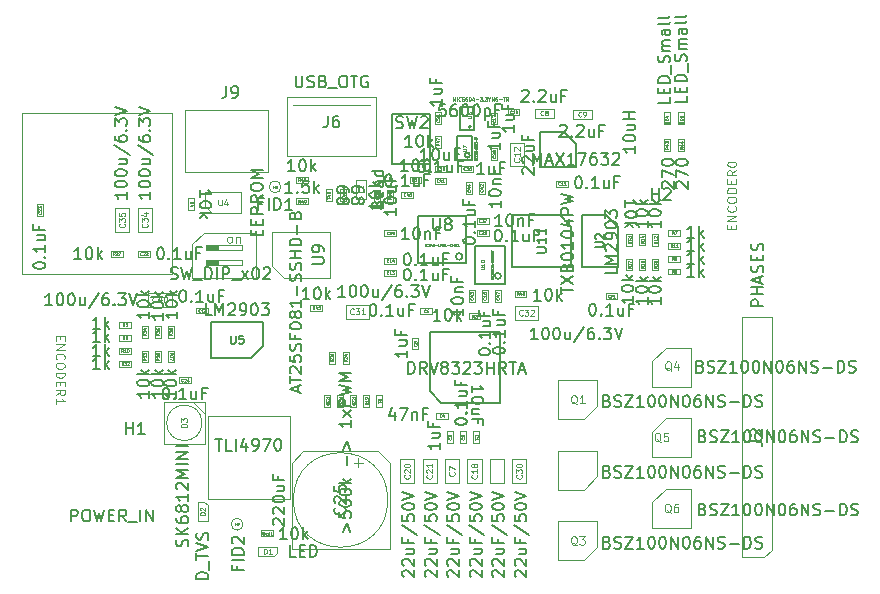
<source format=gbr>
G04 #@! TF.GenerationSoftware,KiCad,Pcbnew,5.0.2-bee76a0~70~ubuntu18.04.1*
G04 #@! TF.CreationDate,2019-12-20T19:05:30+01:00*
G04 #@! TF.ProjectId,board,626f6172-642e-46b6-9963-61645f706362,rev?*
G04 #@! TF.SameCoordinates,Original*
G04 #@! TF.FileFunction,Other,Fab,Top*
%FSLAX46Y46*%
G04 Gerber Fmt 4.6, Leading zero omitted, Abs format (unit mm)*
G04 Created by KiCad (PCBNEW 5.0.2-bee76a0~70~ubuntu18.04.1) date Fr 20 Dez 2019 19:05:30 CET*
%MOMM*%
%LPD*%
G01*
G04 APERTURE LIST*
%ADD10C,0.100000*%
%ADD11C,0.150000*%
%ADD12C,0.120000*%
%ADD13C,0.080000*%
%ADD14C,0.031750*%
%ADD15C,0.061772*%
%ADD16C,0.040000*%
%ADD17C,0.060000*%
%ADD18C,0.075000*%
G04 APERTURE END LIST*
D10*
G04 #@! TO.C,C35*
X102887000Y-108840000D02*
X102887000Y-110840000D01*
X101687000Y-108840000D02*
X102887000Y-108840000D01*
X101687000Y-110840000D02*
X101687000Y-108840000D01*
X102887000Y-110840000D02*
X101687000Y-110840000D01*
D11*
G04 #@! TO.C,U11*
X140300000Y-110400000D02*
X140300000Y-113800000D01*
X140300000Y-113800000D02*
X135300000Y-113800000D01*
X135300000Y-113800000D02*
X135300000Y-109400000D01*
X135300000Y-109400000D02*
X139300000Y-109400000D01*
X139300000Y-109400000D02*
X140300000Y-110400000D01*
D10*
G04 #@! TO.C,J10*
X93750000Y-100770000D02*
X93750000Y-114430000D01*
X93750000Y-114430000D02*
X106450000Y-114430000D01*
X106450000Y-114430000D02*
X106450000Y-100770000D01*
X106450000Y-100770000D02*
X93750000Y-100770000D01*
D11*
G04 #@! TO.C,U8*
X131079223Y-112915408D02*
G75*
G03X131079223Y-112915408I-282843J0D01*
G01*
X131346380Y-113465408D02*
X131296380Y-113465408D01*
X131346380Y-109465408D02*
X131346380Y-113465408D01*
X127346380Y-109465408D02*
X131346380Y-109465408D01*
X127346380Y-113465408D02*
X127346380Y-109465408D01*
X131321380Y-113465408D02*
X127346380Y-113465408D01*
D10*
G04 #@! TO.C,C34*
X104792000Y-108840000D02*
X104792000Y-110840000D01*
X103592000Y-108840000D02*
X104792000Y-108840000D01*
X103592000Y-110840000D02*
X103592000Y-108840000D01*
X104792000Y-110840000D02*
X103592000Y-110840000D01*
G04 #@! TO.C,C32*
X137500000Y-118300000D02*
X135500000Y-118300000D01*
X137500000Y-117100000D02*
X137500000Y-118300000D01*
X135500000Y-117100000D02*
X137500000Y-117100000D01*
X135500000Y-118300000D02*
X135500000Y-117100000D01*
D11*
G04 #@! TO.C,DRV8323H1*
X129300000Y-125300000D02*
X128300000Y-124300000D01*
X134300000Y-125300000D02*
X129300000Y-125300000D01*
X134300000Y-119300000D02*
X134300000Y-125300000D01*
X128300000Y-119300000D02*
X134300000Y-119300000D01*
X128300000Y-124300000D02*
X128300000Y-119300000D01*
D10*
G04 #@! TO.C,C31*
X121200000Y-117000000D02*
X123200000Y-117000000D01*
X121200000Y-118200000D02*
X121200000Y-117000000D01*
X123200000Y-118200000D02*
X121200000Y-118200000D01*
X123200000Y-117000000D02*
X123200000Y-118200000D01*
D11*
G04 #@! TO.C,U2*
X144220000Y-110390000D02*
X144220000Y-113790000D01*
X144220000Y-113790000D02*
X141220000Y-113790000D01*
X141220000Y-113790000D02*
X141220000Y-109390000D01*
X141220000Y-109390000D02*
X143220000Y-109390000D01*
X143220000Y-109390000D02*
X144220000Y-110390000D01*
D10*
G04 #@! TO.C,Q2*
X142500000Y-131550000D02*
X141350000Y-132700000D01*
X142500000Y-129400000D02*
X142500000Y-131550000D01*
X139200000Y-129400000D02*
X142500000Y-129400000D01*
X139200000Y-132700000D02*
X139200000Y-129400000D01*
X141350000Y-132700000D02*
X139200000Y-132700000D01*
G04 #@! TO.C,R25*
X120250000Y-121000000D02*
X120250000Y-122000000D01*
X119750000Y-121000000D02*
X120250000Y-121000000D01*
X119750000Y-122000000D02*
X119750000Y-121000000D01*
X120250000Y-122000000D02*
X119750000Y-122000000D01*
G04 #@! TO.C,R27*
X102300000Y-112950000D02*
X101300000Y-112950000D01*
X102300000Y-112450000D02*
X102300000Y-112950000D01*
X101300000Y-112450000D02*
X102300000Y-112450000D01*
X101300000Y-112950000D02*
X101300000Y-112450000D01*
G04 #@! TO.C,C23*
X95050000Y-109500000D02*
X95050000Y-108500000D01*
X95550000Y-109500000D02*
X95050000Y-109500000D01*
X95550000Y-108500000D02*
X95550000Y-109500000D01*
X95050000Y-108500000D02*
X95550000Y-108500000D01*
G04 #@! TO.C,C21*
X127700000Y-130100000D02*
X128900000Y-130100000D01*
X128900000Y-130100000D02*
X128900000Y-132100000D01*
X128900000Y-132100000D02*
X127700000Y-132100000D01*
X127700000Y-132100000D02*
X127700000Y-130100000D01*
G04 #@! TO.C,C22*
X104600000Y-112950000D02*
X103600000Y-112950000D01*
X104600000Y-112450000D02*
X104600000Y-112950000D01*
X103600000Y-112450000D02*
X104600000Y-112450000D01*
X103600000Y-112950000D02*
X103600000Y-112450000D01*
G04 #@! TO.C,C19*
X133400000Y-132100000D02*
X133400000Y-130100000D01*
X134600000Y-132100000D02*
X133400000Y-132100000D01*
X134600000Y-130100000D02*
X134600000Y-132100000D01*
X133400000Y-130100000D02*
X134600000Y-130100000D01*
G04 #@! TO.C,C18*
X131500000Y-130100000D02*
X132700000Y-130100000D01*
X132700000Y-130100000D02*
X132700000Y-132100000D01*
X132700000Y-132100000D02*
X131500000Y-132100000D01*
X131500000Y-132100000D02*
X131500000Y-130100000D01*
G04 #@! TO.C,R24*
X121450000Y-122000000D02*
X120950000Y-122000000D01*
X120950000Y-122000000D02*
X120950000Y-121000000D01*
X120950000Y-121000000D02*
X121450000Y-121000000D01*
X121450000Y-121000000D02*
X121450000Y-122000000D01*
G04 #@! TO.C,C11*
X140000000Y-106500000D02*
X140000000Y-107000000D01*
X140000000Y-107000000D02*
X139000000Y-107000000D01*
X139000000Y-107000000D02*
X139000000Y-106500000D01*
X139000000Y-106500000D02*
X140000000Y-106500000D01*
G04 #@! TO.C,C12*
X135100000Y-103300000D02*
X136300000Y-103300000D01*
X136300000Y-103300000D02*
X136300000Y-105300000D01*
X136300000Y-105300000D02*
X135100000Y-105300000D01*
X135100000Y-105300000D02*
X135100000Y-103300000D01*
D11*
G04 #@! TO.C,MAX176321*
X140674999Y-103375001D02*
X140674999Y-105375001D01*
X140674999Y-105375001D02*
X137674999Y-105375001D01*
X137674999Y-105375001D02*
X137674999Y-102375001D01*
X137674999Y-102375001D02*
X139674999Y-102375001D01*
X139674999Y-102375001D02*
X140674999Y-103375001D01*
D10*
G04 #@! TO.C,C10*
X134900000Y-100450000D02*
X135900000Y-100450000D01*
X134900000Y-100950000D02*
X134900000Y-100450000D01*
X135900000Y-100950000D02*
X134900000Y-100950000D01*
X135900000Y-100450000D02*
X135900000Y-100950000D01*
G04 #@! TO.C,R17*
X145450000Y-113100000D02*
X145450000Y-114100000D01*
X144950000Y-113100000D02*
X145450000Y-113100000D01*
X144950000Y-114100000D02*
X144950000Y-113100000D01*
X145450000Y-114100000D02*
X144950000Y-114100000D01*
G04 #@! TO.C,R16*
X145450000Y-111000000D02*
X145450000Y-112000000D01*
X144950000Y-111000000D02*
X145450000Y-111000000D01*
X144950000Y-112000000D02*
X144950000Y-111000000D01*
X145450000Y-112000000D02*
X144950000Y-112000000D01*
G04 #@! TO.C,R15*
X146050000Y-114100000D02*
X146050000Y-113100000D01*
X146550000Y-114100000D02*
X146050000Y-114100000D01*
X146550000Y-113100000D02*
X146550000Y-114100000D01*
X146050000Y-113100000D02*
X146550000Y-113100000D01*
G04 #@! TO.C,R14*
X146050000Y-111984015D02*
X146050000Y-110984015D01*
X146550000Y-111984015D02*
X146050000Y-111984015D01*
X146550000Y-110984015D02*
X146550000Y-111984015D01*
X146050000Y-110984015D02*
X146550000Y-110984015D01*
G04 #@! TO.C,R13*
X147150000Y-114100000D02*
X147150000Y-113100000D01*
X147650000Y-114100000D02*
X147150000Y-114100000D01*
X147650000Y-113100000D02*
X147650000Y-114100000D01*
X147150000Y-113100000D02*
X147650000Y-113100000D01*
G04 #@! TO.C,R12*
X147150000Y-112000000D02*
X147150000Y-111000000D01*
X147650000Y-112000000D02*
X147150000Y-112000000D01*
X147650000Y-111000000D02*
X147650000Y-112000000D01*
X147150000Y-111000000D02*
X147650000Y-111000000D01*
G04 #@! TO.C,R11*
X148500000Y-111750000D02*
X149500000Y-111750000D01*
X148500000Y-112250000D02*
X148500000Y-111750000D01*
X149500000Y-112250000D02*
X148500000Y-112250000D01*
X149500000Y-111750000D02*
X149500000Y-112250000D01*
G04 #@! TO.C,R10*
X103010000Y-121150000D02*
X102010000Y-121150000D01*
X103010000Y-120650000D02*
X103010000Y-121150000D01*
X102010000Y-120650000D02*
X103010000Y-120650000D01*
X102010000Y-121150000D02*
X102010000Y-120650000D01*
G04 #@! TO.C,R9*
X148500000Y-113950000D02*
X149500000Y-113950000D01*
X148500000Y-114450000D02*
X148500000Y-113950000D01*
X149500000Y-114450000D02*
X148500000Y-114450000D01*
X149500000Y-113950000D02*
X149500000Y-114450000D01*
G04 #@! TO.C,R8*
X148500000Y-112850000D02*
X149500000Y-112850000D01*
X148500000Y-113350000D02*
X148500000Y-112850000D01*
X149500000Y-113350000D02*
X148500000Y-113350000D01*
X149500000Y-112850000D02*
X149500000Y-113350000D01*
G04 #@! TO.C,R7*
X148500000Y-110650000D02*
X149500000Y-110650000D01*
X148500000Y-111150000D02*
X148500000Y-110650000D01*
X149500000Y-111150000D02*
X148500000Y-111150000D01*
X149500000Y-110650000D02*
X149500000Y-111150000D01*
G04 #@! TO.C,R6*
X103000000Y-120040000D02*
X102000000Y-120040000D01*
X103000000Y-119540000D02*
X103000000Y-120040000D01*
X102000000Y-119540000D02*
X103000000Y-119540000D01*
X102000000Y-120040000D02*
X102000000Y-119540000D01*
G04 #@! TO.C,R5*
X103000000Y-118940000D02*
X102000000Y-118940000D01*
X103000000Y-118440000D02*
X103000000Y-118940000D01*
X102000000Y-118440000D02*
X103000000Y-118440000D01*
X102000000Y-118940000D02*
X102000000Y-118440000D01*
G04 #@! TO.C,R4*
X108350000Y-107980000D02*
X108350000Y-108980000D01*
X107850000Y-107980000D02*
X108350000Y-107980000D01*
X107850000Y-108980000D02*
X107850000Y-107980000D01*
X108350000Y-108980000D02*
X107850000Y-108980000D01*
G04 #@! TO.C,Cf1*
X143200000Y-116550000D02*
X143200000Y-116050000D01*
X143200000Y-116050000D02*
X144200000Y-116050000D01*
X144200000Y-116050000D02*
X144200000Y-116550000D01*
X144200000Y-116550000D02*
X143200000Y-116550000D01*
G04 #@! TO.C,D2*
X108700000Y-135300000D02*
X109500000Y-135300000D01*
X108700000Y-133700000D02*
X108700000Y-135300000D01*
X109200000Y-133700000D02*
X108700000Y-133700000D01*
X109500000Y-134000000D02*
X109200000Y-133700000D01*
X109500000Y-135300000D02*
X109500000Y-134000000D01*
G04 #@! TO.C,J2*
X157270000Y-137744200D02*
X156635000Y-138379200D01*
X157270000Y-118059200D02*
X157270000Y-137744200D01*
X154730000Y-118059200D02*
X157270000Y-118059200D01*
X154730000Y-138379200D02*
X154730000Y-118059200D01*
X156635000Y-138379200D02*
X154730000Y-138379200D01*
G04 #@! TO.C,Rled1*
X114000000Y-136120000D02*
X115000000Y-136120000D01*
X114000000Y-136620000D02*
X114000000Y-136120000D01*
X115000000Y-136620000D02*
X114000000Y-136620000D01*
X115000000Y-136120000D02*
X115000000Y-136620000D01*
G04 #@! TO.C,Q1*
X142500000Y-125555000D02*
X141350000Y-126705000D01*
X142500000Y-123405000D02*
X142500000Y-125555000D01*
X139200000Y-123405000D02*
X142500000Y-123405000D01*
X139200000Y-126705000D02*
X139200000Y-123405000D01*
X141350000Y-126705000D02*
X139200000Y-126705000D01*
G04 #@! TO.C,Q4*
X147150000Y-121800000D02*
X148300000Y-120650000D01*
X147150000Y-123950000D02*
X147150000Y-121800000D01*
X150450000Y-123950000D02*
X147150000Y-123950000D01*
X150450000Y-120650000D02*
X150450000Y-123950000D01*
X148300000Y-120650000D02*
X150450000Y-120650000D01*
G04 #@! TO.C,Q5*
X147150000Y-127750000D02*
X148300000Y-126600000D01*
X147150000Y-129900000D02*
X147150000Y-127750000D01*
X150450000Y-129900000D02*
X147150000Y-129900000D01*
X150450000Y-126600000D02*
X150450000Y-129900000D01*
X148300000Y-126600000D02*
X150450000Y-126600000D01*
G04 #@! TO.C,Q3*
X142500000Y-137500000D02*
X141350000Y-138650000D01*
X142500000Y-135350000D02*
X142500000Y-137500000D01*
X139200000Y-135350000D02*
X142500000Y-135350000D01*
X139200000Y-138650000D02*
X139200000Y-135350000D01*
X141350000Y-138650000D02*
X139200000Y-138650000D01*
G04 #@! TO.C,Q6*
X147150000Y-133750000D02*
X148300000Y-132600000D01*
X147150000Y-135900000D02*
X147150000Y-133750000D01*
X150450000Y-135900000D02*
X147150000Y-135900000D01*
X150450000Y-132600000D02*
X150450000Y-135900000D01*
X148300000Y-132600000D02*
X150450000Y-132600000D01*
G04 #@! TO.C,R3*
X132600000Y-118250000D02*
X131600000Y-118250000D01*
X132600000Y-117750000D02*
X132600000Y-118250000D01*
X131600000Y-117750000D02*
X132600000Y-117750000D01*
X131600000Y-118250000D02*
X131600000Y-117750000D01*
G04 #@! TO.C,R1*
X124296564Y-124647939D02*
X124296564Y-125647939D01*
X123796564Y-124647939D02*
X124296564Y-124647939D01*
X123796564Y-125647939D02*
X123796564Y-124647939D01*
X124296564Y-125647939D02*
X123796564Y-125647939D01*
G04 #@! TO.C,C20*
X125800000Y-132100000D02*
X125800000Y-130100000D01*
X127000000Y-132100000D02*
X125800000Y-132100000D01*
X127000000Y-130100000D02*
X127000000Y-132100000D01*
X125800000Y-130100000D02*
X127000000Y-130100000D01*
G04 #@! TO.C,C7*
X129600000Y-132100000D02*
X129600000Y-130100000D01*
X130800000Y-132100000D02*
X129600000Y-132100000D01*
X130800000Y-130100000D02*
X130800000Y-132100000D01*
X129600000Y-130100000D02*
X130800000Y-130100000D01*
G04 #@! TO.C,C6*
X128502000Y-117794000D02*
X127502000Y-117794000D01*
X128502000Y-117294000D02*
X128502000Y-117794000D01*
X127502000Y-117294000D02*
X128502000Y-117294000D01*
X127502000Y-117794000D02*
X127502000Y-117294000D01*
G04 #@! TO.C,C5*
X126850000Y-120800000D02*
X126850000Y-119800000D01*
X127350000Y-120800000D02*
X126850000Y-120800000D01*
X127350000Y-119800000D02*
X127350000Y-120800000D01*
X126850000Y-119800000D02*
X127350000Y-119800000D01*
G04 #@! TO.C,C4*
X129837019Y-126645541D02*
X128837019Y-126645541D01*
X129837019Y-126145541D02*
X129837019Y-126645541D01*
X128837019Y-126145541D02*
X129837019Y-126145541D01*
X128837019Y-126645541D02*
X128837019Y-126145541D01*
G04 #@! TO.C,C3*
X129780000Y-128730000D02*
X129780000Y-127730000D01*
X130280000Y-128730000D02*
X129780000Y-128730000D01*
X130280000Y-127730000D02*
X130280000Y-128730000D01*
X129780000Y-127730000D02*
X130280000Y-127730000D01*
G04 #@! TO.C,C2*
X131380000Y-127730000D02*
X131380000Y-128730000D01*
X130880000Y-127730000D02*
X131380000Y-127730000D01*
X130880000Y-128730000D02*
X130880000Y-127730000D01*
X131380000Y-128730000D02*
X130880000Y-128730000D01*
G04 #@! TO.C,C1*
X132480000Y-127730000D02*
X132480000Y-128730000D01*
X131980000Y-127730000D02*
X132480000Y-127730000D01*
X131980000Y-128730000D02*
X131980000Y-127730000D01*
X132480000Y-128730000D02*
X131980000Y-128730000D01*
G04 #@! TO.C,D3*
X108280000Y-125260000D02*
X109280000Y-126260000D01*
X105780000Y-128760000D02*
X109280000Y-128760000D01*
X109280000Y-128760000D02*
X109280000Y-125260000D01*
X109280000Y-125260000D02*
X105780000Y-125260000D01*
X105780000Y-125260000D02*
X105780000Y-128760000D01*
X109030000Y-127010000D02*
G75*
G03X109030000Y-127010000I-1500000J0D01*
G01*
G04 #@! TO.C,R19*
X123196564Y-124647939D02*
X123196564Y-125647939D01*
X122696564Y-124647939D02*
X123196564Y-124647939D01*
X122696564Y-125647939D02*
X122696564Y-124647939D01*
X123196564Y-125647939D02*
X122696564Y-125647939D01*
G04 #@! TO.C,R28*
X122096564Y-125647939D02*
X121596564Y-125647939D01*
X121596564Y-125647939D02*
X121596564Y-124647939D01*
X121596564Y-124647939D02*
X122096564Y-124647939D01*
X122096564Y-124647939D02*
X122096564Y-125647939D01*
G04 #@! TO.C,R29*
X120996564Y-124647939D02*
X120996564Y-125647939D01*
X120496564Y-124647939D02*
X120996564Y-124647939D01*
X120496564Y-125647939D02*
X120496564Y-124647939D01*
X120996564Y-125647939D02*
X120496564Y-125647939D01*
G04 #@! TO.C,R30*
X119896564Y-125647939D02*
X119396564Y-125647939D01*
X119396564Y-125647939D02*
X119396564Y-124647939D01*
X119396564Y-124647939D02*
X119896564Y-124647939D01*
X119896564Y-124647939D02*
X119896564Y-125647939D01*
G04 #@! TO.C,C17*
X133500000Y-100750000D02*
X134000000Y-100750000D01*
X134000000Y-100750000D02*
X134000000Y-101750000D01*
X134000000Y-101750000D02*
X133500000Y-101750000D01*
X133500000Y-101750000D02*
X133500000Y-100750000D01*
D12*
G04 #@! TO.C,U3*
X116500000Y-126500000D02*
X116500000Y-133500000D01*
X116500000Y-133500000D02*
X109500000Y-133500000D01*
X109500000Y-133500000D02*
X109500000Y-126400000D01*
X109500000Y-126400000D02*
X116500000Y-126400000D01*
X116500000Y-126400000D02*
X116500000Y-126500000D01*
D10*
G04 #@! TO.C,J9*
X114650000Y-100530000D02*
X107550000Y-100530000D01*
X107550000Y-100530000D02*
X107550000Y-105730000D01*
X114650000Y-105730000D02*
X107550000Y-105730000D01*
X114650000Y-100530000D02*
X114650000Y-105730000D01*
G04 #@! TO.C,C24*
X107070000Y-123650000D02*
X107070000Y-123150000D01*
X107070000Y-123150000D02*
X108070000Y-123150000D01*
X108070000Y-123150000D02*
X108070000Y-123650000D01*
X108070000Y-123650000D02*
X107070000Y-123650000D01*
G04 #@! TO.C,C26*
X129250000Y-100720000D02*
X129250000Y-101720000D01*
X128750000Y-100720000D02*
X129250000Y-100720000D01*
X128750000Y-101720000D02*
X128750000Y-100720000D01*
X129250000Y-101720000D02*
X128750000Y-101720000D01*
G04 #@! TO.C,C28*
X134000000Y-104750000D02*
X133500000Y-104750000D01*
X133500000Y-104750000D02*
X133500000Y-103750000D01*
X133500000Y-103750000D02*
X134000000Y-103750000D01*
X134000000Y-103750000D02*
X134000000Y-104750000D01*
G04 #@! TO.C,C30*
X135300000Y-130100000D02*
X136500000Y-130100000D01*
X136500000Y-130100000D02*
X136500000Y-132100000D01*
X136500000Y-132100000D02*
X135300000Y-132100000D01*
X135300000Y-132100000D02*
X135300000Y-130100000D01*
G04 #@! TO.C,Cf2*
X109500000Y-117250000D02*
X109500000Y-117750000D01*
X109500000Y-117750000D02*
X108500000Y-117750000D01*
X108500000Y-117750000D02*
X108500000Y-117250000D01*
X108500000Y-117250000D02*
X109500000Y-117250000D01*
G04 #@! TO.C,R32*
X102020000Y-122250000D02*
X102020000Y-121750000D01*
X102020000Y-121750000D02*
X103020000Y-121750000D01*
X103020000Y-121750000D02*
X103020000Y-122250000D01*
X103020000Y-122250000D02*
X102020000Y-122250000D01*
G04 #@! TO.C,R33*
X103950000Y-121900000D02*
X103950000Y-120900000D01*
X104450000Y-121900000D02*
X103950000Y-121900000D01*
X104450000Y-120900000D02*
X104450000Y-121900000D01*
X103950000Y-120900000D02*
X104450000Y-120900000D01*
G04 #@! TO.C,R34*
X103920000Y-118800000D02*
X104420000Y-118800000D01*
X104420000Y-118800000D02*
X104420000Y-119800000D01*
X104420000Y-119800000D02*
X103920000Y-119800000D01*
X103920000Y-119800000D02*
X103920000Y-118800000D01*
G04 #@! TO.C,R35*
X105050000Y-121900000D02*
X105050000Y-120900000D01*
X105550000Y-121900000D02*
X105050000Y-121900000D01*
X105550000Y-120900000D02*
X105550000Y-121900000D01*
X105050000Y-120900000D02*
X105550000Y-120900000D01*
G04 #@! TO.C,R36*
X105050000Y-118800000D02*
X105550000Y-118800000D01*
X105550000Y-118800000D02*
X105550000Y-119800000D01*
X105550000Y-119800000D02*
X105050000Y-119800000D01*
X105050000Y-119800000D02*
X105050000Y-118800000D01*
G04 #@! TO.C,R37*
X106650000Y-121900000D02*
X106150000Y-121900000D01*
X106150000Y-121900000D02*
X106150000Y-120900000D01*
X106150000Y-120900000D02*
X106650000Y-120900000D01*
X106650000Y-120900000D02*
X106650000Y-121900000D01*
G04 #@! TO.C,R38*
X106650000Y-118800000D02*
X106650000Y-119800000D01*
X106150000Y-118800000D02*
X106650000Y-118800000D01*
X106150000Y-119800000D02*
X106150000Y-118800000D01*
X106650000Y-119800000D02*
X106150000Y-119800000D01*
G04 #@! TO.C,R39*
X127610000Y-106180000D02*
X127610000Y-106680000D01*
X127610000Y-106680000D02*
X126610000Y-106680000D01*
X126610000Y-106680000D02*
X126610000Y-106180000D01*
X126610000Y-106180000D02*
X127610000Y-106180000D01*
G04 #@! TO.C,R40*
X117000000Y-108000000D02*
X118000000Y-108000000D01*
X117000000Y-108500000D02*
X117000000Y-108000000D01*
X118000000Y-108500000D02*
X117000000Y-108500000D01*
X118000000Y-108000000D02*
X118000000Y-108500000D01*
G04 #@! TO.C,R41*
X120000000Y-108250000D02*
X119500000Y-108250000D01*
X119500000Y-108250000D02*
X119500000Y-107250000D01*
X119500000Y-107250000D02*
X120000000Y-107250000D01*
X120000000Y-107250000D02*
X120000000Y-108250000D01*
G04 #@! TO.C,R42*
X121250000Y-107240000D02*
X121250000Y-108240000D01*
X120750000Y-107240000D02*
X121250000Y-107240000D01*
X120750000Y-108240000D02*
X120750000Y-107240000D01*
X121250000Y-108240000D02*
X120750000Y-108240000D01*
G04 #@! TO.C,R43*
X148150000Y-103000000D02*
X148650000Y-103000000D01*
X148650000Y-103000000D02*
X148650000Y-104000000D01*
X148650000Y-104000000D02*
X148150000Y-104000000D01*
X148150000Y-104000000D02*
X148150000Y-103000000D01*
G04 #@! TO.C,R45*
X118210000Y-117010000D02*
X119210000Y-117010000D01*
X118210000Y-117510000D02*
X118210000Y-117010000D01*
X119210000Y-117510000D02*
X118210000Y-117510000D01*
X119210000Y-117010000D02*
X119210000Y-117510000D01*
G04 #@! TO.C,R46*
X117980000Y-106180000D02*
X117980000Y-106680000D01*
X117980000Y-106680000D02*
X116980000Y-106680000D01*
X116980000Y-106680000D02*
X116980000Y-106180000D01*
X116980000Y-106180000D02*
X117980000Y-106180000D01*
G04 #@! TO.C,R48*
X124670000Y-108270000D02*
X124670000Y-107270000D01*
X125170000Y-108270000D02*
X124670000Y-108270000D01*
X125170000Y-107270000D02*
X125170000Y-108270000D01*
X124670000Y-107270000D02*
X125170000Y-107270000D01*
G04 #@! TO.C,U4*
X109900000Y-109280000D02*
X109250000Y-108630000D01*
X109250000Y-107480000D02*
X109250000Y-108630000D01*
X109900000Y-109280000D02*
X112350000Y-109280000D01*
X112350000Y-107480000D02*
X112350000Y-109280000D01*
X109250000Y-107480000D02*
X112350000Y-107480000D01*
D11*
G04 #@! TO.C,U5*
X114200000Y-120500000D02*
X113200000Y-121500000D01*
X114200000Y-118500000D02*
X114200000Y-120500000D01*
X109800000Y-118500000D02*
X114200000Y-118500000D01*
X109800000Y-121500000D02*
X109800000Y-118500000D01*
X113200000Y-121500000D02*
X109800000Y-121500000D01*
D10*
G04 #@! TO.C,H6*
X115710000Y-107040000D02*
G75*
G03X115710000Y-107040000I-500000J0D01*
G01*
G04 #@! TO.C,H7*
X112500000Y-135600000D02*
G75*
G03X112500000Y-135600000I-500000J0D01*
G01*
G04 #@! TO.C,C13*
X125470000Y-114070000D02*
X125470000Y-114570000D01*
X125470000Y-114570000D02*
X124470000Y-114570000D01*
X124470000Y-114570000D02*
X124470000Y-114070000D01*
X124470000Y-114070000D02*
X125470000Y-114070000D01*
G04 #@! TO.C,J6*
X116250000Y-99400000D02*
X123750000Y-99400000D01*
X116250000Y-104400000D02*
X116250000Y-99400000D01*
X123750000Y-104400000D02*
X116250000Y-104400000D01*
X123750000Y-99400000D02*
X123750000Y-104400000D01*
X123250000Y-100100000D02*
X116750000Y-100100000D01*
G04 #@! TO.C,U9*
X114950000Y-113750000D02*
X114950000Y-110850000D01*
X114950000Y-110850000D02*
X119850000Y-110850000D01*
X119850000Y-110850000D02*
X119850000Y-114750000D01*
X119850000Y-114750000D02*
X115950000Y-114750000D01*
X115950000Y-114750000D02*
X114950000Y-113750000D01*
D11*
G04 #@! TO.C,SW2*
X125150000Y-100900000D02*
X125150000Y-105100000D01*
X128350000Y-100900000D02*
X125150000Y-100900000D01*
X128350000Y-105100000D02*
X128350000Y-100900000D01*
X127950000Y-105100000D02*
X128350000Y-105100000D01*
X125150000Y-105100000D02*
X127950000Y-105100000D01*
G04 #@! TO.C,U6*
X131800000Y-101950000D02*
G75*
G03X131800000Y-101950000I-100000J0D01*
G01*
X130900000Y-102250000D02*
X130900000Y-100250000D01*
X130900000Y-100250000D02*
X132100000Y-100250000D01*
X132100000Y-100250000D02*
X132100000Y-102250000D01*
X132100000Y-102250000D02*
X130900000Y-102250000D01*
G04 #@! TO.C,U7*
X131702200Y-104350000D02*
G75*
G03X131702200Y-104350000I-213600J0D01*
G01*
X131875000Y-104750000D02*
X130625000Y-104750000D01*
X131875000Y-102750000D02*
X130625000Y-102750000D01*
X130625000Y-104750000D02*
X130625000Y-102750000D01*
X131875000Y-104750000D02*
X131875000Y-102750000D01*
G04 #@! TO.C,U10*
X134325000Y-114570000D02*
G75*
G03X134325000Y-114570000I-250000J0D01*
G01*
X134641754Y-112016386D02*
X134641754Y-115216386D01*
X132141754Y-112016386D02*
X134641754Y-112016386D01*
X132141754Y-115216386D02*
X132141754Y-112016386D01*
X134641754Y-115216386D02*
X132141754Y-115216386D01*
D10*
G04 #@! TO.C,C14*
X125476380Y-113045408D02*
X125476380Y-113545408D01*
X125476380Y-113545408D02*
X124476380Y-113545408D01*
X124476380Y-113545408D02*
X124476380Y-113045408D01*
X124476380Y-113045408D02*
X125476380Y-113045408D01*
G04 #@! TO.C,C15*
X124100000Y-108275000D02*
X123600000Y-108275000D01*
X123600000Y-108275000D02*
X123600000Y-107275000D01*
X123600000Y-107275000D02*
X124100000Y-107275000D01*
X124100000Y-107275000D02*
X124100000Y-108275000D01*
G04 #@! TO.C,C16*
X132710000Y-116765408D02*
X132710000Y-115765408D01*
X133210000Y-116765408D02*
X132710000Y-116765408D01*
X133210000Y-115765408D02*
X133210000Y-116765408D01*
X132710000Y-115765408D02*
X133210000Y-115765408D01*
G04 #@! TO.C,C29*
X132286380Y-111155408D02*
X132286380Y-110655408D01*
X132286380Y-110655408D02*
X133286380Y-110655408D01*
X133286380Y-110655408D02*
X133286380Y-111155408D01*
X133286380Y-111155408D02*
X132286380Y-111155408D01*
G04 #@! TO.C,C36*
X131980000Y-105750000D02*
X130980000Y-105750000D01*
X131980000Y-105250000D02*
X131980000Y-105750000D01*
X130980000Y-105250000D02*
X131980000Y-105250000D01*
X130980000Y-105750000D02*
X130980000Y-105250000D01*
G04 #@! TO.C,C37*
X133286380Y-110155408D02*
X132286380Y-110155408D01*
X133286380Y-109655408D02*
X133286380Y-110155408D01*
X132286380Y-109655408D02*
X133286380Y-109655408D01*
X132286380Y-110155408D02*
X132286380Y-109655408D01*
G04 #@! TO.C,C38*
X129720000Y-105250000D02*
X129720000Y-105750000D01*
X129720000Y-105750000D02*
X128720000Y-105750000D01*
X128720000Y-105750000D02*
X128720000Y-105250000D01*
X128720000Y-105250000D02*
X129720000Y-105250000D01*
G04 #@! TO.C,C39*
X125480000Y-110700000D02*
X125480000Y-111200000D01*
X125480000Y-111200000D02*
X124480000Y-111200000D01*
X124480000Y-111200000D02*
X124480000Y-110700000D01*
X124480000Y-110700000D02*
X125480000Y-110700000D01*
G04 #@! TO.C,C41*
X129715000Y-106280000D02*
X129715000Y-106780000D01*
X129715000Y-106780000D02*
X128715000Y-106780000D01*
X128715000Y-106780000D02*
X128715000Y-106280000D01*
X128715000Y-106280000D02*
X129715000Y-106280000D01*
G04 #@! TO.C,C42*
X132950000Y-106630000D02*
X132950000Y-107630000D01*
X132450000Y-106630000D02*
X132950000Y-106630000D01*
X132450000Y-107630000D02*
X132450000Y-106630000D01*
X132950000Y-107630000D02*
X132450000Y-107630000D01*
G04 #@! TO.C,C43*
X131616380Y-115765408D02*
X132116380Y-115765408D01*
X132116380Y-115765408D02*
X132116380Y-116765408D01*
X132116380Y-116765408D02*
X131616380Y-116765408D01*
X131616380Y-116765408D02*
X131616380Y-115765408D01*
G04 #@! TO.C,C44*
X131886380Y-106625408D02*
X131886380Y-107625408D01*
X131386380Y-106625408D02*
X131886380Y-106625408D01*
X131386380Y-107625408D02*
X131386380Y-106625408D01*
X131886380Y-107625408D02*
X131386380Y-107625408D01*
G04 #@! TO.C,C46*
X125910000Y-107450000D02*
X126910000Y-107450000D01*
X125910000Y-107950000D02*
X125910000Y-107450000D01*
X126910000Y-107950000D02*
X125910000Y-107950000D01*
X126910000Y-107450000D02*
X126910000Y-107950000D01*
G04 #@! TO.C,C47*
X133820000Y-116770000D02*
X133820000Y-115770000D01*
X134320000Y-116770000D02*
X133820000Y-116770000D01*
X134320000Y-115770000D02*
X134320000Y-116770000D01*
X133820000Y-115770000D02*
X134320000Y-115770000D01*
G04 #@! TO.C,D1*
X113800000Y-137500000D02*
X113800000Y-138300000D01*
X115400000Y-137500000D02*
X113800000Y-137500000D01*
X115400000Y-138000000D02*
X115400000Y-137500000D01*
X115100000Y-138300000D02*
X115400000Y-138000000D01*
X113800000Y-138300000D02*
X115100000Y-138300000D01*
G04 #@! TO.C,L2*
X122900000Y-108050000D02*
X122100000Y-108050000D01*
X122100000Y-108050000D02*
X122100000Y-106450000D01*
X122100000Y-106450000D02*
X122900000Y-106450000D01*
X122900000Y-106450000D02*
X122900000Y-108050000D01*
G04 #@! TO.C,SW1*
X109200000Y-110895000D02*
X113600000Y-110895000D01*
X113600000Y-110895000D02*
X113600000Y-114705000D01*
X113600000Y-114705000D02*
X108200000Y-114705000D01*
X108200000Y-114705000D02*
X108200000Y-111895000D01*
X108200000Y-111895000D02*
X109200000Y-110895000D01*
X109400000Y-111915000D02*
X109400000Y-112415000D01*
X109400000Y-112415000D02*
X112400000Y-112415000D01*
X112400000Y-112415000D02*
X112400000Y-111915000D01*
X112400000Y-111915000D02*
X109400000Y-111915000D01*
X109400000Y-112015000D02*
X110400000Y-112015000D01*
X109400000Y-112115000D02*
X110400000Y-112115000D01*
X109400000Y-112215000D02*
X110400000Y-112215000D01*
X109400000Y-112315000D02*
X110400000Y-112315000D01*
X110400000Y-111915000D02*
X110400000Y-112415000D01*
X109400000Y-113185000D02*
X109400000Y-113685000D01*
X109400000Y-113685000D02*
X112400000Y-113685000D01*
X112400000Y-113685000D02*
X112400000Y-113185000D01*
X112400000Y-113185000D02*
X109400000Y-113185000D01*
X109400000Y-113285000D02*
X110400000Y-113285000D01*
X109400000Y-113385000D02*
X110400000Y-113385000D01*
X109400000Y-113485000D02*
X110400000Y-113485000D01*
X109400000Y-113585000D02*
X110400000Y-113585000D01*
X110400000Y-113185000D02*
X110400000Y-113685000D01*
G04 #@! TO.C,R44*
X149350000Y-103000000D02*
X149850000Y-103000000D01*
X149850000Y-103000000D02*
X149850000Y-104000000D01*
X149850000Y-104000000D02*
X149350000Y-104000000D01*
X149350000Y-104000000D02*
X149350000Y-103000000D01*
G04 #@! TO.C,R49*
X135500000Y-116350000D02*
X135500000Y-115850000D01*
X135500000Y-115850000D02*
X136500000Y-115850000D01*
X136500000Y-115850000D02*
X136500000Y-116350000D01*
X136500000Y-116350000D02*
X135500000Y-116350000D01*
G04 #@! TO.C,C40*
X106460000Y-115980000D02*
X106460000Y-117180000D01*
X106460000Y-117180000D02*
X104460000Y-117180000D01*
X104460000Y-117180000D02*
X104460000Y-115980000D01*
X104460000Y-115980000D02*
X106460000Y-115980000D01*
G04 #@! TO.C,D4*
X148650000Y-101500000D02*
X148150000Y-101500000D01*
X148650000Y-101600000D02*
X148150000Y-101600000D01*
X148650000Y-100700000D02*
X148650000Y-101700000D01*
X148150000Y-100700000D02*
X148650000Y-100700000D01*
X148150000Y-101700000D02*
X148150000Y-100700000D01*
X148650000Y-101700000D02*
X148150000Y-101700000D01*
G04 #@! TO.C,D5*
X149850000Y-101700000D02*
X149350000Y-101700000D01*
X149350000Y-101700000D02*
X149350000Y-100700000D01*
X149350000Y-100700000D02*
X149850000Y-100700000D01*
X149850000Y-100700000D02*
X149850000Y-101700000D01*
X149850000Y-101600000D02*
X149350000Y-101600000D01*
X149850000Y-101500000D02*
X149350000Y-101500000D01*
G04 #@! TO.C,R47*
X128750000Y-102700000D02*
X129250000Y-102700000D01*
X129250000Y-102700000D02*
X129250000Y-103700000D01*
X129250000Y-103700000D02*
X128750000Y-103700000D01*
X128750000Y-103700000D02*
X128750000Y-102700000D01*
G04 #@! TO.C,C8*
X138800000Y-100400000D02*
X138800000Y-101200000D01*
X138800000Y-101200000D02*
X137200000Y-101200000D01*
X137200000Y-101200000D02*
X137200000Y-100400000D01*
X137200000Y-100400000D02*
X138800000Y-100400000D01*
G04 #@! TO.C,C9*
X142012500Y-101300000D02*
X140412500Y-101300000D01*
X142012500Y-100500000D02*
X142012500Y-101300000D01*
X140412500Y-100500000D02*
X142012500Y-100500000D01*
X140412500Y-101300000D02*
X140412500Y-100500000D01*
G04 #@! TO.C,C25*
X124760000Y-133540000D02*
G75*
G03X124760000Y-133540000I-4000000J0D01*
G01*
X124910000Y-137690000D02*
X116610000Y-137690000D01*
X124910000Y-130390000D02*
X124910000Y-137690000D01*
X116610000Y-130390000D02*
X116610000Y-137690000D01*
X123910000Y-129390000D02*
X117610000Y-129390000D01*
X123910000Y-129390000D02*
X124910000Y-130390000D01*
X117610000Y-129390000D02*
X116610000Y-130390000D01*
X122260000Y-129977722D02*
X122260000Y-130777722D01*
X122660000Y-130377722D02*
X121860000Y-130377722D01*
G04 #@! TD*
G04 #@! TO.C,C35*
D11*
X102652380Y-107461904D02*
X102652380Y-108033333D01*
X102652380Y-107747619D02*
X101652380Y-107747619D01*
X101795238Y-107842857D01*
X101890476Y-107938095D01*
X101938095Y-108033333D01*
X101652380Y-106842857D02*
X101652380Y-106747619D01*
X101700000Y-106652380D01*
X101747619Y-106604761D01*
X101842857Y-106557142D01*
X102033333Y-106509523D01*
X102271428Y-106509523D01*
X102461904Y-106557142D01*
X102557142Y-106604761D01*
X102604761Y-106652380D01*
X102652380Y-106747619D01*
X102652380Y-106842857D01*
X102604761Y-106938095D01*
X102557142Y-106985714D01*
X102461904Y-107033333D01*
X102271428Y-107080952D01*
X102033333Y-107080952D01*
X101842857Y-107033333D01*
X101747619Y-106985714D01*
X101700000Y-106938095D01*
X101652380Y-106842857D01*
X101652380Y-105890476D02*
X101652380Y-105795238D01*
X101700000Y-105700000D01*
X101747619Y-105652380D01*
X101842857Y-105604761D01*
X102033333Y-105557142D01*
X102271428Y-105557142D01*
X102461904Y-105604761D01*
X102557142Y-105652380D01*
X102604761Y-105700000D01*
X102652380Y-105795238D01*
X102652380Y-105890476D01*
X102604761Y-105985714D01*
X102557142Y-106033333D01*
X102461904Y-106080952D01*
X102271428Y-106128571D01*
X102033333Y-106128571D01*
X101842857Y-106080952D01*
X101747619Y-106033333D01*
X101700000Y-105985714D01*
X101652380Y-105890476D01*
X101985714Y-104700000D02*
X102652380Y-104700000D01*
X101985714Y-105128571D02*
X102509523Y-105128571D01*
X102604761Y-105080952D01*
X102652380Y-104985714D01*
X102652380Y-104842857D01*
X102604761Y-104747619D01*
X102557142Y-104700000D01*
X101604761Y-103509523D02*
X102890476Y-104366666D01*
X101652380Y-102747619D02*
X101652380Y-102938095D01*
X101700000Y-103033333D01*
X101747619Y-103080952D01*
X101890476Y-103176190D01*
X102080952Y-103223809D01*
X102461904Y-103223809D01*
X102557142Y-103176190D01*
X102604761Y-103128571D01*
X102652380Y-103033333D01*
X102652380Y-102842857D01*
X102604761Y-102747619D01*
X102557142Y-102700000D01*
X102461904Y-102652380D01*
X102223809Y-102652380D01*
X102128571Y-102700000D01*
X102080952Y-102747619D01*
X102033333Y-102842857D01*
X102033333Y-103033333D01*
X102080952Y-103128571D01*
X102128571Y-103176190D01*
X102223809Y-103223809D01*
X102557142Y-102223809D02*
X102604761Y-102176190D01*
X102652380Y-102223809D01*
X102604761Y-102271428D01*
X102557142Y-102223809D01*
X102652380Y-102223809D01*
X101652380Y-101842857D02*
X101652380Y-101223809D01*
X102033333Y-101557142D01*
X102033333Y-101414285D01*
X102080952Y-101319047D01*
X102128571Y-101271428D01*
X102223809Y-101223809D01*
X102461904Y-101223809D01*
X102557142Y-101271428D01*
X102604761Y-101319047D01*
X102652380Y-101414285D01*
X102652380Y-101700000D01*
X102604761Y-101795238D01*
X102557142Y-101842857D01*
X101652380Y-100938095D02*
X102652380Y-100604761D01*
X101652380Y-100271428D01*
D13*
X102465571Y-110161428D02*
X102489380Y-110185238D01*
X102513190Y-110256666D01*
X102513190Y-110304285D01*
X102489380Y-110375714D01*
X102441761Y-110423333D01*
X102394142Y-110447142D01*
X102298904Y-110470952D01*
X102227476Y-110470952D01*
X102132238Y-110447142D01*
X102084619Y-110423333D01*
X102037000Y-110375714D01*
X102013190Y-110304285D01*
X102013190Y-110256666D01*
X102037000Y-110185238D01*
X102060809Y-110161428D01*
X102013190Y-109994761D02*
X102013190Y-109685238D01*
X102203666Y-109851904D01*
X102203666Y-109780476D01*
X102227476Y-109732857D01*
X102251285Y-109709047D01*
X102298904Y-109685238D01*
X102417952Y-109685238D01*
X102465571Y-109709047D01*
X102489380Y-109732857D01*
X102513190Y-109780476D01*
X102513190Y-109923333D01*
X102489380Y-109970952D01*
X102465571Y-109994761D01*
X102013190Y-109232857D02*
X102013190Y-109470952D01*
X102251285Y-109494761D01*
X102227476Y-109470952D01*
X102203666Y-109423333D01*
X102203666Y-109304285D01*
X102227476Y-109256666D01*
X102251285Y-109232857D01*
X102298904Y-109209047D01*
X102417952Y-109209047D01*
X102465571Y-109232857D01*
X102489380Y-109256666D01*
X102513190Y-109304285D01*
X102513190Y-109423333D01*
X102489380Y-109470952D01*
X102465571Y-109494761D01*
G04 #@! TO.C,U11*
D11*
X139452380Y-116038095D02*
X139452380Y-115466666D01*
X140452380Y-115752380D02*
X139452380Y-115752380D01*
X139452380Y-115228571D02*
X140452380Y-114561904D01*
X139452380Y-114561904D02*
X140452380Y-115228571D01*
X139928571Y-113847619D02*
X139976190Y-113704761D01*
X140023809Y-113657142D01*
X140119047Y-113609523D01*
X140261904Y-113609523D01*
X140357142Y-113657142D01*
X140404761Y-113704761D01*
X140452380Y-113800000D01*
X140452380Y-114180952D01*
X139452380Y-114180952D01*
X139452380Y-113847619D01*
X139500000Y-113752380D01*
X139547619Y-113704761D01*
X139642857Y-113657142D01*
X139738095Y-113657142D01*
X139833333Y-113704761D01*
X139880952Y-113752380D01*
X139928571Y-113847619D01*
X139928571Y-114180952D01*
X139452380Y-112990476D02*
X139452380Y-112895238D01*
X139500000Y-112800000D01*
X139547619Y-112752380D01*
X139642857Y-112704761D01*
X139833333Y-112657142D01*
X140071428Y-112657142D01*
X140261904Y-112704761D01*
X140357142Y-112752380D01*
X140404761Y-112800000D01*
X140452380Y-112895238D01*
X140452380Y-112990476D01*
X140404761Y-113085714D01*
X140357142Y-113133333D01*
X140261904Y-113180952D01*
X140071428Y-113228571D01*
X139833333Y-113228571D01*
X139642857Y-113180952D01*
X139547619Y-113133333D01*
X139500000Y-113085714D01*
X139452380Y-112990476D01*
X140452380Y-111704761D02*
X140452380Y-112276190D01*
X140452380Y-111990476D02*
X139452380Y-111990476D01*
X139595238Y-112085714D01*
X139690476Y-112180952D01*
X139738095Y-112276190D01*
X139452380Y-111085714D02*
X139452380Y-110990476D01*
X139500000Y-110895238D01*
X139547619Y-110847619D01*
X139642857Y-110800000D01*
X139833333Y-110752380D01*
X140071428Y-110752380D01*
X140261904Y-110800000D01*
X140357142Y-110847619D01*
X140404761Y-110895238D01*
X140452380Y-110990476D01*
X140452380Y-111085714D01*
X140404761Y-111180952D01*
X140357142Y-111228571D01*
X140261904Y-111276190D01*
X140071428Y-111323809D01*
X139833333Y-111323809D01*
X139642857Y-111276190D01*
X139547619Y-111228571D01*
X139500000Y-111180952D01*
X139452380Y-111085714D01*
X139785714Y-109895238D02*
X140452380Y-109895238D01*
X139404761Y-110133333D02*
X140119047Y-110371428D01*
X140119047Y-109752380D01*
X140452380Y-109371428D02*
X139452380Y-109371428D01*
X139452380Y-108990476D01*
X139500000Y-108895238D01*
X139547619Y-108847619D01*
X139642857Y-108800000D01*
X139785714Y-108800000D01*
X139880952Y-108847619D01*
X139928571Y-108895238D01*
X139976190Y-108990476D01*
X139976190Y-109371428D01*
X139452380Y-108466666D02*
X140452380Y-108228571D01*
X139738095Y-108038095D01*
X140452380Y-107847619D01*
X139452380Y-107609523D01*
X137361904Y-112590476D02*
X138009523Y-112590476D01*
X138085714Y-112552380D01*
X138123809Y-112514285D01*
X138161904Y-112438095D01*
X138161904Y-112285714D01*
X138123809Y-112209523D01*
X138085714Y-112171428D01*
X138009523Y-112133333D01*
X137361904Y-112133333D01*
X138161904Y-111333333D02*
X138161904Y-111790476D01*
X138161904Y-111561904D02*
X137361904Y-111561904D01*
X137476190Y-111638095D01*
X137552380Y-111714285D01*
X137590476Y-111790476D01*
X138161904Y-110571428D02*
X138161904Y-111028571D01*
X138161904Y-110800000D02*
X137361904Y-110800000D01*
X137476190Y-110876190D01*
X137552380Y-110952380D01*
X137590476Y-111028571D01*
G04 #@! TO.C,L1*
X145697380Y-103566666D02*
X145697380Y-104138095D01*
X145697380Y-103852380D02*
X144697380Y-103852380D01*
X144840238Y-103947619D01*
X144935476Y-104042857D01*
X144983095Y-104138095D01*
X144697380Y-102947619D02*
X144697380Y-102852380D01*
X144745000Y-102757142D01*
X144792619Y-102709523D01*
X144887857Y-102661904D01*
X145078333Y-102614285D01*
X145316428Y-102614285D01*
X145506904Y-102661904D01*
X145602142Y-102709523D01*
X145649761Y-102757142D01*
X145697380Y-102852380D01*
X145697380Y-102947619D01*
X145649761Y-103042857D01*
X145602142Y-103090476D01*
X145506904Y-103138095D01*
X145316428Y-103185714D01*
X145078333Y-103185714D01*
X144887857Y-103138095D01*
X144792619Y-103090476D01*
X144745000Y-103042857D01*
X144697380Y-102947619D01*
X145030714Y-101757142D02*
X145697380Y-101757142D01*
X145030714Y-102185714D02*
X145554523Y-102185714D01*
X145649761Y-102138095D01*
X145697380Y-102042857D01*
X145697380Y-101900000D01*
X145649761Y-101804761D01*
X145602142Y-101757142D01*
X145697380Y-101280952D02*
X144697380Y-101280952D01*
X145173571Y-101280952D02*
X145173571Y-100709523D01*
X145697380Y-100709523D02*
X144697380Y-100709523D01*
G04 #@! TO.C,U8*
X128584475Y-109708688D02*
X128584475Y-110518212D01*
X128632094Y-110613450D01*
X128679713Y-110661069D01*
X128774951Y-110708688D01*
X128965427Y-110708688D01*
X129060665Y-110661069D01*
X129108284Y-110613450D01*
X129155903Y-110518212D01*
X129155903Y-109708688D01*
X129774951Y-110137260D02*
X129679713Y-110089641D01*
X129632094Y-110042022D01*
X129584475Y-109946784D01*
X129584475Y-109899165D01*
X129632094Y-109803927D01*
X129679713Y-109756308D01*
X129774951Y-109708688D01*
X129965427Y-109708688D01*
X130060665Y-109756308D01*
X130108284Y-109803927D01*
X130155903Y-109899165D01*
X130155903Y-109946784D01*
X130108284Y-110042022D01*
X130060665Y-110089641D01*
X129965427Y-110137260D01*
X129774951Y-110137260D01*
X129679713Y-110184879D01*
X129632094Y-110232498D01*
X129584475Y-110327736D01*
X129584475Y-110518212D01*
X129632094Y-110613450D01*
X129679713Y-110661069D01*
X129774951Y-110708688D01*
X129965427Y-110708688D01*
X130060665Y-110661069D01*
X130108284Y-110613450D01*
X130155903Y-110518212D01*
X130155903Y-110327736D01*
X130108284Y-110232498D01*
X130060665Y-110184879D01*
X129965427Y-110137260D01*
D14*
X127930856Y-112046784D02*
X127930856Y-111913450D01*
X127930856Y-111846784D02*
X127921332Y-111856308D01*
X127930856Y-111865831D01*
X127940380Y-111856308D01*
X127930856Y-111846784D01*
X127930856Y-111865831D01*
X128140380Y-112027736D02*
X128130856Y-112037260D01*
X128102284Y-112046784D01*
X128083237Y-112046784D01*
X128054665Y-112037260D01*
X128035618Y-112018212D01*
X128026094Y-111999165D01*
X128016570Y-111961069D01*
X128016570Y-111932498D01*
X128026094Y-111894403D01*
X128035618Y-111875355D01*
X128054665Y-111856308D01*
X128083237Y-111846784D01*
X128102284Y-111846784D01*
X128130856Y-111856308D01*
X128140380Y-111865831D01*
X128226094Y-111942022D02*
X128292760Y-111942022D01*
X128321332Y-112046784D02*
X128226094Y-112046784D01*
X128226094Y-111846784D01*
X128321332Y-111846784D01*
X128492760Y-111913450D02*
X128492760Y-112046784D01*
X128445141Y-111837260D02*
X128397522Y-111980117D01*
X128521332Y-111980117D01*
X128635618Y-111846784D02*
X128654665Y-111846784D01*
X128673713Y-111856308D01*
X128683237Y-111865831D01*
X128692760Y-111884879D01*
X128702284Y-111922974D01*
X128702284Y-111970593D01*
X128692760Y-112008688D01*
X128683237Y-112027736D01*
X128673713Y-112037260D01*
X128654665Y-112046784D01*
X128635618Y-112046784D01*
X128616570Y-112037260D01*
X128607046Y-112027736D01*
X128597522Y-112008688D01*
X128587999Y-111970593D01*
X128587999Y-111922974D01*
X128597522Y-111884879D01*
X128607046Y-111865831D01*
X128616570Y-111856308D01*
X128635618Y-111846784D01*
X128787999Y-111970593D02*
X128940380Y-111970593D01*
X129130856Y-112046784D02*
X129035618Y-112046784D01*
X129035618Y-111846784D01*
X129197522Y-112046784D02*
X129197522Y-111846784D01*
X129273713Y-111846784D01*
X129292760Y-111856308D01*
X129302284Y-111865831D01*
X129311808Y-111884879D01*
X129311808Y-111913450D01*
X129302284Y-111932498D01*
X129292760Y-111942022D01*
X129273713Y-111951546D01*
X129197522Y-111951546D01*
X129426094Y-111932498D02*
X129407046Y-111922974D01*
X129397522Y-111913450D01*
X129387999Y-111894403D01*
X129387999Y-111884879D01*
X129397522Y-111865831D01*
X129407046Y-111856308D01*
X129426094Y-111846784D01*
X129464189Y-111846784D01*
X129483237Y-111856308D01*
X129492760Y-111865831D01*
X129502284Y-111884879D01*
X129502284Y-111894403D01*
X129492760Y-111913450D01*
X129483237Y-111922974D01*
X129464189Y-111932498D01*
X129426094Y-111932498D01*
X129407046Y-111942022D01*
X129397522Y-111951546D01*
X129387999Y-111970593D01*
X129387999Y-112008688D01*
X129397522Y-112027736D01*
X129407046Y-112037260D01*
X129426094Y-112046784D01*
X129464189Y-112046784D01*
X129483237Y-112037260D01*
X129492760Y-112027736D01*
X129502284Y-112008688D01*
X129502284Y-111970593D01*
X129492760Y-111951546D01*
X129483237Y-111942022D01*
X129464189Y-111932498D01*
X129587999Y-112046784D02*
X129587999Y-111846784D01*
X129702284Y-112046784D02*
X129616570Y-111932498D01*
X129702284Y-111846784D02*
X129587999Y-111961069D01*
X129787999Y-111970593D02*
X129940380Y-111970593D01*
X130149903Y-112027736D02*
X130140380Y-112037260D01*
X130111808Y-112046784D01*
X130092760Y-112046784D01*
X130064189Y-112037260D01*
X130045141Y-112018212D01*
X130035618Y-111999165D01*
X130026094Y-111961069D01*
X130026094Y-111932498D01*
X130035618Y-111894403D01*
X130045141Y-111875355D01*
X130064189Y-111856308D01*
X130092760Y-111846784D01*
X130111808Y-111846784D01*
X130140380Y-111856308D01*
X130149903Y-111865831D01*
X130235618Y-112046784D02*
X130235618Y-111846784D01*
X130302284Y-111989641D01*
X130368951Y-111846784D01*
X130368951Y-112046784D01*
X130492760Y-111932498D02*
X130473713Y-111922974D01*
X130464189Y-111913450D01*
X130454665Y-111894403D01*
X130454665Y-111884879D01*
X130464189Y-111865831D01*
X130473713Y-111856308D01*
X130492760Y-111846784D01*
X130530856Y-111846784D01*
X130549903Y-111856308D01*
X130559427Y-111865831D01*
X130568951Y-111884879D01*
X130568951Y-111894403D01*
X130559427Y-111913450D01*
X130549903Y-111922974D01*
X130530856Y-111932498D01*
X130492760Y-111932498D01*
X130473713Y-111942022D01*
X130464189Y-111951546D01*
X130454665Y-111970593D01*
X130454665Y-112008688D01*
X130464189Y-112027736D01*
X130473713Y-112037260D01*
X130492760Y-112046784D01*
X130530856Y-112046784D01*
X130549903Y-112037260D01*
X130559427Y-112027736D01*
X130568951Y-112008688D01*
X130568951Y-111970593D01*
X130559427Y-111951546D01*
X130549903Y-111942022D01*
X130530856Y-111932498D01*
X130759427Y-112046784D02*
X130645141Y-112046784D01*
X130702284Y-112046784D02*
X130702284Y-111846784D01*
X130683237Y-111875355D01*
X130664189Y-111894403D01*
X130645141Y-111903927D01*
G04 #@! TO.C,J4*
D15*
X97041234Y-119676724D02*
X97041234Y-119934111D01*
X96636769Y-120044419D02*
X96636769Y-119676724D01*
X97408929Y-119676724D01*
X97408929Y-120044419D01*
X96636769Y-120375345D02*
X97408929Y-120375345D01*
X96636769Y-120816579D01*
X97408929Y-120816579D01*
X96710308Y-121625509D02*
X96673539Y-121588739D01*
X96636769Y-121478431D01*
X96636769Y-121404892D01*
X96673539Y-121294583D01*
X96747078Y-121221044D01*
X96820617Y-121184274D01*
X96967695Y-121147505D01*
X97078003Y-121147505D01*
X97225081Y-121184274D01*
X97298620Y-121221044D01*
X97372160Y-121294583D01*
X97408929Y-121404892D01*
X97408929Y-121478431D01*
X97372160Y-121588739D01*
X97335390Y-121625509D01*
X97408929Y-122103512D02*
X97408929Y-122250591D01*
X97372160Y-122324130D01*
X97298620Y-122397669D01*
X97151542Y-122434438D01*
X96894156Y-122434438D01*
X96747078Y-122397669D01*
X96673539Y-122324130D01*
X96636769Y-122250591D01*
X96636769Y-122103512D01*
X96673539Y-122029973D01*
X96747078Y-121956434D01*
X96894156Y-121919665D01*
X97151542Y-121919665D01*
X97298620Y-121956434D01*
X97372160Y-122029973D01*
X97408929Y-122103512D01*
X96636769Y-122765364D02*
X97408929Y-122765364D01*
X97408929Y-122949212D01*
X97372160Y-123059520D01*
X97298620Y-123133059D01*
X97225081Y-123169829D01*
X97078003Y-123206598D01*
X96967695Y-123206598D01*
X96820617Y-123169829D01*
X96747078Y-123133059D01*
X96673539Y-123059520D01*
X96636769Y-122949212D01*
X96636769Y-122765364D01*
X97041234Y-123537524D02*
X97041234Y-123794911D01*
X96636769Y-123905219D02*
X96636769Y-123537524D01*
X97408929Y-123537524D01*
X97408929Y-123905219D01*
X96636769Y-124677379D02*
X97004464Y-124419992D01*
X96636769Y-124236145D02*
X97408929Y-124236145D01*
X97408929Y-124530301D01*
X97372160Y-124603840D01*
X97335390Y-124640610D01*
X97261851Y-124677379D01*
X97151542Y-124677379D01*
X97078003Y-124640610D01*
X97041234Y-124603840D01*
X97004464Y-124530301D01*
X97004464Y-124236145D01*
X96636769Y-125412770D02*
X96636769Y-124971535D01*
X96636769Y-125192152D02*
X97408929Y-125192152D01*
X97298620Y-125118613D01*
X97225081Y-125045074D01*
X97188312Y-124971535D01*
G04 #@! TO.C,C34*
D11*
X104652380Y-107461904D02*
X104652380Y-108033333D01*
X104652380Y-107747619D02*
X103652380Y-107747619D01*
X103795238Y-107842857D01*
X103890476Y-107938095D01*
X103938095Y-108033333D01*
X103652380Y-106842857D02*
X103652380Y-106747619D01*
X103700000Y-106652380D01*
X103747619Y-106604761D01*
X103842857Y-106557142D01*
X104033333Y-106509523D01*
X104271428Y-106509523D01*
X104461904Y-106557142D01*
X104557142Y-106604761D01*
X104604761Y-106652380D01*
X104652380Y-106747619D01*
X104652380Y-106842857D01*
X104604761Y-106938095D01*
X104557142Y-106985714D01*
X104461904Y-107033333D01*
X104271428Y-107080952D01*
X104033333Y-107080952D01*
X103842857Y-107033333D01*
X103747619Y-106985714D01*
X103700000Y-106938095D01*
X103652380Y-106842857D01*
X103652380Y-105890476D02*
X103652380Y-105795238D01*
X103700000Y-105700000D01*
X103747619Y-105652380D01*
X103842857Y-105604761D01*
X104033333Y-105557142D01*
X104271428Y-105557142D01*
X104461904Y-105604761D01*
X104557142Y-105652380D01*
X104604761Y-105700000D01*
X104652380Y-105795238D01*
X104652380Y-105890476D01*
X104604761Y-105985714D01*
X104557142Y-106033333D01*
X104461904Y-106080952D01*
X104271428Y-106128571D01*
X104033333Y-106128571D01*
X103842857Y-106080952D01*
X103747619Y-106033333D01*
X103700000Y-105985714D01*
X103652380Y-105890476D01*
X103985714Y-104700000D02*
X104652380Y-104700000D01*
X103985714Y-105128571D02*
X104509523Y-105128571D01*
X104604761Y-105080952D01*
X104652380Y-104985714D01*
X104652380Y-104842857D01*
X104604761Y-104747619D01*
X104557142Y-104700000D01*
X103604761Y-103509523D02*
X104890476Y-104366666D01*
X103652380Y-102747619D02*
X103652380Y-102938095D01*
X103700000Y-103033333D01*
X103747619Y-103080952D01*
X103890476Y-103176190D01*
X104080952Y-103223809D01*
X104461904Y-103223809D01*
X104557142Y-103176190D01*
X104604761Y-103128571D01*
X104652380Y-103033333D01*
X104652380Y-102842857D01*
X104604761Y-102747619D01*
X104557142Y-102700000D01*
X104461904Y-102652380D01*
X104223809Y-102652380D01*
X104128571Y-102700000D01*
X104080952Y-102747619D01*
X104033333Y-102842857D01*
X104033333Y-103033333D01*
X104080952Y-103128571D01*
X104128571Y-103176190D01*
X104223809Y-103223809D01*
X104557142Y-102223809D02*
X104604761Y-102176190D01*
X104652380Y-102223809D01*
X104604761Y-102271428D01*
X104557142Y-102223809D01*
X104652380Y-102223809D01*
X103652380Y-101842857D02*
X103652380Y-101223809D01*
X104033333Y-101557142D01*
X104033333Y-101414285D01*
X104080952Y-101319047D01*
X104128571Y-101271428D01*
X104223809Y-101223809D01*
X104461904Y-101223809D01*
X104557142Y-101271428D01*
X104604761Y-101319047D01*
X104652380Y-101414285D01*
X104652380Y-101700000D01*
X104604761Y-101795238D01*
X104557142Y-101842857D01*
X103652380Y-100938095D02*
X104652380Y-100604761D01*
X103652380Y-100271428D01*
D13*
X104370571Y-110161428D02*
X104394380Y-110185238D01*
X104418190Y-110256666D01*
X104418190Y-110304285D01*
X104394380Y-110375714D01*
X104346761Y-110423333D01*
X104299142Y-110447142D01*
X104203904Y-110470952D01*
X104132476Y-110470952D01*
X104037238Y-110447142D01*
X103989619Y-110423333D01*
X103942000Y-110375714D01*
X103918190Y-110304285D01*
X103918190Y-110256666D01*
X103942000Y-110185238D01*
X103965809Y-110161428D01*
X103918190Y-109994761D02*
X103918190Y-109685238D01*
X104108666Y-109851904D01*
X104108666Y-109780476D01*
X104132476Y-109732857D01*
X104156285Y-109709047D01*
X104203904Y-109685238D01*
X104322952Y-109685238D01*
X104370571Y-109709047D01*
X104394380Y-109732857D01*
X104418190Y-109780476D01*
X104418190Y-109923333D01*
X104394380Y-109970952D01*
X104370571Y-109994761D01*
X104084857Y-109256666D02*
X104418190Y-109256666D01*
X103894380Y-109375714D02*
X104251523Y-109494761D01*
X104251523Y-109185238D01*
G04 #@! TO.C,C32*
D11*
X137438095Y-119952380D02*
X136866666Y-119952380D01*
X137152380Y-119952380D02*
X137152380Y-118952380D01*
X137057142Y-119095238D01*
X136961904Y-119190476D01*
X136866666Y-119238095D01*
X138057142Y-118952380D02*
X138152380Y-118952380D01*
X138247619Y-119000000D01*
X138295238Y-119047619D01*
X138342857Y-119142857D01*
X138390476Y-119333333D01*
X138390476Y-119571428D01*
X138342857Y-119761904D01*
X138295238Y-119857142D01*
X138247619Y-119904761D01*
X138152380Y-119952380D01*
X138057142Y-119952380D01*
X137961904Y-119904761D01*
X137914285Y-119857142D01*
X137866666Y-119761904D01*
X137819047Y-119571428D01*
X137819047Y-119333333D01*
X137866666Y-119142857D01*
X137914285Y-119047619D01*
X137961904Y-119000000D01*
X138057142Y-118952380D01*
X139009523Y-118952380D02*
X139104761Y-118952380D01*
X139200000Y-119000000D01*
X139247619Y-119047619D01*
X139295238Y-119142857D01*
X139342857Y-119333333D01*
X139342857Y-119571428D01*
X139295238Y-119761904D01*
X139247619Y-119857142D01*
X139200000Y-119904761D01*
X139104761Y-119952380D01*
X139009523Y-119952380D01*
X138914285Y-119904761D01*
X138866666Y-119857142D01*
X138819047Y-119761904D01*
X138771428Y-119571428D01*
X138771428Y-119333333D01*
X138819047Y-119142857D01*
X138866666Y-119047619D01*
X138914285Y-119000000D01*
X139009523Y-118952380D01*
X140200000Y-119285714D02*
X140200000Y-119952380D01*
X139771428Y-119285714D02*
X139771428Y-119809523D01*
X139819047Y-119904761D01*
X139914285Y-119952380D01*
X140057142Y-119952380D01*
X140152380Y-119904761D01*
X140200000Y-119857142D01*
X141390476Y-118904761D02*
X140533333Y-120190476D01*
X142152380Y-118952380D02*
X141961904Y-118952380D01*
X141866666Y-119000000D01*
X141819047Y-119047619D01*
X141723809Y-119190476D01*
X141676190Y-119380952D01*
X141676190Y-119761904D01*
X141723809Y-119857142D01*
X141771428Y-119904761D01*
X141866666Y-119952380D01*
X142057142Y-119952380D01*
X142152380Y-119904761D01*
X142200000Y-119857142D01*
X142247619Y-119761904D01*
X142247619Y-119523809D01*
X142200000Y-119428571D01*
X142152380Y-119380952D01*
X142057142Y-119333333D01*
X141866666Y-119333333D01*
X141771428Y-119380952D01*
X141723809Y-119428571D01*
X141676190Y-119523809D01*
X142676190Y-119857142D02*
X142723809Y-119904761D01*
X142676190Y-119952380D01*
X142628571Y-119904761D01*
X142676190Y-119857142D01*
X142676190Y-119952380D01*
X143057142Y-118952380D02*
X143676190Y-118952380D01*
X143342857Y-119333333D01*
X143485714Y-119333333D01*
X143580952Y-119380952D01*
X143628571Y-119428571D01*
X143676190Y-119523809D01*
X143676190Y-119761904D01*
X143628571Y-119857142D01*
X143580952Y-119904761D01*
X143485714Y-119952380D01*
X143200000Y-119952380D01*
X143104761Y-119904761D01*
X143057142Y-119857142D01*
X143961904Y-118952380D02*
X144295238Y-119952380D01*
X144628571Y-118952380D01*
D13*
X136178571Y-117878571D02*
X136154761Y-117902380D01*
X136083333Y-117926190D01*
X136035714Y-117926190D01*
X135964285Y-117902380D01*
X135916666Y-117854761D01*
X135892857Y-117807142D01*
X135869047Y-117711904D01*
X135869047Y-117640476D01*
X135892857Y-117545238D01*
X135916666Y-117497619D01*
X135964285Y-117450000D01*
X136035714Y-117426190D01*
X136083333Y-117426190D01*
X136154761Y-117450000D01*
X136178571Y-117473809D01*
X136345238Y-117426190D02*
X136654761Y-117426190D01*
X136488095Y-117616666D01*
X136559523Y-117616666D01*
X136607142Y-117640476D01*
X136630952Y-117664285D01*
X136654761Y-117711904D01*
X136654761Y-117830952D01*
X136630952Y-117878571D01*
X136607142Y-117902380D01*
X136559523Y-117926190D01*
X136416666Y-117926190D01*
X136369047Y-117902380D01*
X136345238Y-117878571D01*
X136845238Y-117473809D02*
X136869047Y-117450000D01*
X136916666Y-117426190D01*
X137035714Y-117426190D01*
X137083333Y-117450000D01*
X137107142Y-117473809D01*
X137130952Y-117521428D01*
X137130952Y-117569047D01*
X137107142Y-117640476D01*
X136821428Y-117926190D01*
X137130952Y-117926190D01*
G04 #@! TO.C,DRV8323H1*
D11*
X126471428Y-122852380D02*
X126471428Y-121852380D01*
X126709523Y-121852380D01*
X126852380Y-121900000D01*
X126947619Y-121995238D01*
X126995238Y-122090476D01*
X127042857Y-122280952D01*
X127042857Y-122423809D01*
X126995238Y-122614285D01*
X126947619Y-122709523D01*
X126852380Y-122804761D01*
X126709523Y-122852380D01*
X126471428Y-122852380D01*
X128042857Y-122852380D02*
X127709523Y-122376190D01*
X127471428Y-122852380D02*
X127471428Y-121852380D01*
X127852380Y-121852380D01*
X127947619Y-121900000D01*
X127995238Y-121947619D01*
X128042857Y-122042857D01*
X128042857Y-122185714D01*
X127995238Y-122280952D01*
X127947619Y-122328571D01*
X127852380Y-122376190D01*
X127471428Y-122376190D01*
X128328571Y-121852380D02*
X128661904Y-122852380D01*
X128995238Y-121852380D01*
X129471428Y-122280952D02*
X129376190Y-122233333D01*
X129328571Y-122185714D01*
X129280952Y-122090476D01*
X129280952Y-122042857D01*
X129328571Y-121947619D01*
X129376190Y-121900000D01*
X129471428Y-121852380D01*
X129661904Y-121852380D01*
X129757142Y-121900000D01*
X129804761Y-121947619D01*
X129852380Y-122042857D01*
X129852380Y-122090476D01*
X129804761Y-122185714D01*
X129757142Y-122233333D01*
X129661904Y-122280952D01*
X129471428Y-122280952D01*
X129376190Y-122328571D01*
X129328571Y-122376190D01*
X129280952Y-122471428D01*
X129280952Y-122661904D01*
X129328571Y-122757142D01*
X129376190Y-122804761D01*
X129471428Y-122852380D01*
X129661904Y-122852380D01*
X129757142Y-122804761D01*
X129804761Y-122757142D01*
X129852380Y-122661904D01*
X129852380Y-122471428D01*
X129804761Y-122376190D01*
X129757142Y-122328571D01*
X129661904Y-122280952D01*
X130185714Y-121852380D02*
X130804761Y-121852380D01*
X130471428Y-122233333D01*
X130614285Y-122233333D01*
X130709523Y-122280952D01*
X130757142Y-122328571D01*
X130804761Y-122423809D01*
X130804761Y-122661904D01*
X130757142Y-122757142D01*
X130709523Y-122804761D01*
X130614285Y-122852380D01*
X130328571Y-122852380D01*
X130233333Y-122804761D01*
X130185714Y-122757142D01*
X131185714Y-121947619D02*
X131233333Y-121900000D01*
X131328571Y-121852380D01*
X131566666Y-121852380D01*
X131661904Y-121900000D01*
X131709523Y-121947619D01*
X131757142Y-122042857D01*
X131757142Y-122138095D01*
X131709523Y-122280952D01*
X131138095Y-122852380D01*
X131757142Y-122852380D01*
X132090476Y-121852380D02*
X132709523Y-121852380D01*
X132376190Y-122233333D01*
X132519047Y-122233333D01*
X132614285Y-122280952D01*
X132661904Y-122328571D01*
X132709523Y-122423809D01*
X132709523Y-122661904D01*
X132661904Y-122757142D01*
X132614285Y-122804761D01*
X132519047Y-122852380D01*
X132233333Y-122852380D01*
X132138095Y-122804761D01*
X132090476Y-122757142D01*
X133138095Y-122852380D02*
X133138095Y-121852380D01*
X133138095Y-122328571D02*
X133709523Y-122328571D01*
X133709523Y-122852380D02*
X133709523Y-121852380D01*
X134757142Y-122852380D02*
X134423809Y-122376190D01*
X134185714Y-122852380D02*
X134185714Y-121852380D01*
X134566666Y-121852380D01*
X134661904Y-121900000D01*
X134709523Y-121947619D01*
X134757142Y-122042857D01*
X134757142Y-122185714D01*
X134709523Y-122280952D01*
X134661904Y-122328571D01*
X134566666Y-122376190D01*
X134185714Y-122376190D01*
X135042857Y-121852380D02*
X135614285Y-121852380D01*
X135328571Y-122852380D02*
X135328571Y-121852380D01*
X135900000Y-122566666D02*
X136376190Y-122566666D01*
X135804761Y-122852380D02*
X136138095Y-121852380D01*
X136471428Y-122852380D01*
G04 #@! TO.C,C31*
X121138095Y-116352380D02*
X120566666Y-116352380D01*
X120852380Y-116352380D02*
X120852380Y-115352380D01*
X120757142Y-115495238D01*
X120661904Y-115590476D01*
X120566666Y-115638095D01*
X121757142Y-115352380D02*
X121852380Y-115352380D01*
X121947619Y-115400000D01*
X121995238Y-115447619D01*
X122042857Y-115542857D01*
X122090476Y-115733333D01*
X122090476Y-115971428D01*
X122042857Y-116161904D01*
X121995238Y-116257142D01*
X121947619Y-116304761D01*
X121852380Y-116352380D01*
X121757142Y-116352380D01*
X121661904Y-116304761D01*
X121614285Y-116257142D01*
X121566666Y-116161904D01*
X121519047Y-115971428D01*
X121519047Y-115733333D01*
X121566666Y-115542857D01*
X121614285Y-115447619D01*
X121661904Y-115400000D01*
X121757142Y-115352380D01*
X122709523Y-115352380D02*
X122804761Y-115352380D01*
X122900000Y-115400000D01*
X122947619Y-115447619D01*
X122995238Y-115542857D01*
X123042857Y-115733333D01*
X123042857Y-115971428D01*
X122995238Y-116161904D01*
X122947619Y-116257142D01*
X122900000Y-116304761D01*
X122804761Y-116352380D01*
X122709523Y-116352380D01*
X122614285Y-116304761D01*
X122566666Y-116257142D01*
X122519047Y-116161904D01*
X122471428Y-115971428D01*
X122471428Y-115733333D01*
X122519047Y-115542857D01*
X122566666Y-115447619D01*
X122614285Y-115400000D01*
X122709523Y-115352380D01*
X123900000Y-115685714D02*
X123900000Y-116352380D01*
X123471428Y-115685714D02*
X123471428Y-116209523D01*
X123519047Y-116304761D01*
X123614285Y-116352380D01*
X123757142Y-116352380D01*
X123852380Y-116304761D01*
X123900000Y-116257142D01*
X125090476Y-115304761D02*
X124233333Y-116590476D01*
X125852380Y-115352380D02*
X125661904Y-115352380D01*
X125566666Y-115400000D01*
X125519047Y-115447619D01*
X125423809Y-115590476D01*
X125376190Y-115780952D01*
X125376190Y-116161904D01*
X125423809Y-116257142D01*
X125471428Y-116304761D01*
X125566666Y-116352380D01*
X125757142Y-116352380D01*
X125852380Y-116304761D01*
X125900000Y-116257142D01*
X125947619Y-116161904D01*
X125947619Y-115923809D01*
X125900000Y-115828571D01*
X125852380Y-115780952D01*
X125757142Y-115733333D01*
X125566666Y-115733333D01*
X125471428Y-115780952D01*
X125423809Y-115828571D01*
X125376190Y-115923809D01*
X126376190Y-116257142D02*
X126423809Y-116304761D01*
X126376190Y-116352380D01*
X126328571Y-116304761D01*
X126376190Y-116257142D01*
X126376190Y-116352380D01*
X126757142Y-115352380D02*
X127376190Y-115352380D01*
X127042857Y-115733333D01*
X127185714Y-115733333D01*
X127280952Y-115780952D01*
X127328571Y-115828571D01*
X127376190Y-115923809D01*
X127376190Y-116161904D01*
X127328571Y-116257142D01*
X127280952Y-116304761D01*
X127185714Y-116352380D01*
X126900000Y-116352380D01*
X126804761Y-116304761D01*
X126757142Y-116257142D01*
X127661904Y-115352380D02*
X127995238Y-116352380D01*
X128328571Y-115352380D01*
D13*
X121878571Y-117778571D02*
X121854761Y-117802380D01*
X121783333Y-117826190D01*
X121735714Y-117826190D01*
X121664285Y-117802380D01*
X121616666Y-117754761D01*
X121592857Y-117707142D01*
X121569047Y-117611904D01*
X121569047Y-117540476D01*
X121592857Y-117445238D01*
X121616666Y-117397619D01*
X121664285Y-117350000D01*
X121735714Y-117326190D01*
X121783333Y-117326190D01*
X121854761Y-117350000D01*
X121878571Y-117373809D01*
X122045238Y-117326190D02*
X122354761Y-117326190D01*
X122188095Y-117516666D01*
X122259523Y-117516666D01*
X122307142Y-117540476D01*
X122330952Y-117564285D01*
X122354761Y-117611904D01*
X122354761Y-117730952D01*
X122330952Y-117778571D01*
X122307142Y-117802380D01*
X122259523Y-117826190D01*
X122116666Y-117826190D01*
X122069047Y-117802380D01*
X122045238Y-117778571D01*
X122830952Y-117826190D02*
X122545238Y-117826190D01*
X122688095Y-117826190D02*
X122688095Y-117326190D01*
X122640476Y-117397619D01*
X122592857Y-117445238D01*
X122545238Y-117469047D01*
G04 #@! TO.C,U2*
D11*
X144152380Y-113866666D02*
X144152380Y-114342857D01*
X143152380Y-114342857D01*
X144152380Y-113533333D02*
X143152380Y-113533333D01*
X143866666Y-113200000D01*
X143152380Y-112866666D01*
X144152380Y-112866666D01*
X143247619Y-112438095D02*
X143200000Y-112390476D01*
X143152380Y-112295238D01*
X143152380Y-112057142D01*
X143200000Y-111961904D01*
X143247619Y-111914285D01*
X143342857Y-111866666D01*
X143438095Y-111866666D01*
X143580952Y-111914285D01*
X144152380Y-112485714D01*
X144152380Y-111866666D01*
X144152380Y-111390476D02*
X144152380Y-111200000D01*
X144104761Y-111104761D01*
X144057142Y-111057142D01*
X143914285Y-110961904D01*
X143723809Y-110914285D01*
X143342857Y-110914285D01*
X143247619Y-110961904D01*
X143200000Y-111009523D01*
X143152380Y-111104761D01*
X143152380Y-111295238D01*
X143200000Y-111390476D01*
X143247619Y-111438095D01*
X143342857Y-111485714D01*
X143580952Y-111485714D01*
X143676190Y-111438095D01*
X143723809Y-111390476D01*
X143771428Y-111295238D01*
X143771428Y-111104761D01*
X143723809Y-111009523D01*
X143676190Y-110961904D01*
X143580952Y-110914285D01*
X143152380Y-110295238D02*
X143152380Y-110200000D01*
X143200000Y-110104761D01*
X143247619Y-110057142D01*
X143342857Y-110009523D01*
X143533333Y-109961904D01*
X143771428Y-109961904D01*
X143961904Y-110009523D01*
X144057142Y-110057142D01*
X144104761Y-110104761D01*
X144152380Y-110200000D01*
X144152380Y-110295238D01*
X144104761Y-110390476D01*
X144057142Y-110438095D01*
X143961904Y-110485714D01*
X143771428Y-110533333D01*
X143533333Y-110533333D01*
X143342857Y-110485714D01*
X143247619Y-110438095D01*
X143200000Y-110390476D01*
X143152380Y-110295238D01*
X143152380Y-109628571D02*
X143152380Y-109009523D01*
X143533333Y-109342857D01*
X143533333Y-109200000D01*
X143580952Y-109104761D01*
X143628571Y-109057142D01*
X143723809Y-109009523D01*
X143961904Y-109009523D01*
X144057142Y-109057142D01*
X144104761Y-109104761D01*
X144152380Y-109200000D01*
X144152380Y-109485714D01*
X144104761Y-109580952D01*
X144057142Y-109628571D01*
X142336666Y-112123333D02*
X142903333Y-112123333D01*
X142970000Y-112090000D01*
X143003333Y-112056666D01*
X143036666Y-111990000D01*
X143036666Y-111856666D01*
X143003333Y-111790000D01*
X142970000Y-111756666D01*
X142903333Y-111723333D01*
X142336666Y-111723333D01*
X142403333Y-111423333D02*
X142370000Y-111390000D01*
X142336666Y-111323333D01*
X142336666Y-111156666D01*
X142370000Y-111090000D01*
X142403333Y-111056666D01*
X142470000Y-111023333D01*
X142536666Y-111023333D01*
X142636666Y-111056666D01*
X143036666Y-111456666D01*
X143036666Y-111023333D01*
G04 #@! TO.C,Q2*
X143319047Y-131128571D02*
X143461904Y-131176190D01*
X143509523Y-131223809D01*
X143557142Y-131319047D01*
X143557142Y-131461904D01*
X143509523Y-131557142D01*
X143461904Y-131604761D01*
X143366666Y-131652380D01*
X142985714Y-131652380D01*
X142985714Y-130652380D01*
X143319047Y-130652380D01*
X143414285Y-130700000D01*
X143461904Y-130747619D01*
X143509523Y-130842857D01*
X143509523Y-130938095D01*
X143461904Y-131033333D01*
X143414285Y-131080952D01*
X143319047Y-131128571D01*
X142985714Y-131128571D01*
X143938095Y-131604761D02*
X144080952Y-131652380D01*
X144319047Y-131652380D01*
X144414285Y-131604761D01*
X144461904Y-131557142D01*
X144509523Y-131461904D01*
X144509523Y-131366666D01*
X144461904Y-131271428D01*
X144414285Y-131223809D01*
X144319047Y-131176190D01*
X144128571Y-131128571D01*
X144033333Y-131080952D01*
X143985714Y-131033333D01*
X143938095Y-130938095D01*
X143938095Y-130842857D01*
X143985714Y-130747619D01*
X144033333Y-130700000D01*
X144128571Y-130652380D01*
X144366666Y-130652380D01*
X144509523Y-130700000D01*
X144842857Y-130652380D02*
X145509523Y-130652380D01*
X144842857Y-131652380D01*
X145509523Y-131652380D01*
X146414285Y-131652380D02*
X145842857Y-131652380D01*
X146128571Y-131652380D02*
X146128571Y-130652380D01*
X146033333Y-130795238D01*
X145938095Y-130890476D01*
X145842857Y-130938095D01*
X147033333Y-130652380D02*
X147128571Y-130652380D01*
X147223809Y-130700000D01*
X147271428Y-130747619D01*
X147319047Y-130842857D01*
X147366666Y-131033333D01*
X147366666Y-131271428D01*
X147319047Y-131461904D01*
X147271428Y-131557142D01*
X147223809Y-131604761D01*
X147128571Y-131652380D01*
X147033333Y-131652380D01*
X146938095Y-131604761D01*
X146890476Y-131557142D01*
X146842857Y-131461904D01*
X146795238Y-131271428D01*
X146795238Y-131033333D01*
X146842857Y-130842857D01*
X146890476Y-130747619D01*
X146938095Y-130700000D01*
X147033333Y-130652380D01*
X147985714Y-130652380D02*
X148080952Y-130652380D01*
X148176190Y-130700000D01*
X148223809Y-130747619D01*
X148271428Y-130842857D01*
X148319047Y-131033333D01*
X148319047Y-131271428D01*
X148271428Y-131461904D01*
X148223809Y-131557142D01*
X148176190Y-131604761D01*
X148080952Y-131652380D01*
X147985714Y-131652380D01*
X147890476Y-131604761D01*
X147842857Y-131557142D01*
X147795238Y-131461904D01*
X147747619Y-131271428D01*
X147747619Y-131033333D01*
X147795238Y-130842857D01*
X147842857Y-130747619D01*
X147890476Y-130700000D01*
X147985714Y-130652380D01*
X148747619Y-131652380D02*
X148747619Y-130652380D01*
X149319047Y-131652380D01*
X149319047Y-130652380D01*
X149985714Y-130652380D02*
X150080952Y-130652380D01*
X150176190Y-130700000D01*
X150223809Y-130747619D01*
X150271428Y-130842857D01*
X150319047Y-131033333D01*
X150319047Y-131271428D01*
X150271428Y-131461904D01*
X150223809Y-131557142D01*
X150176190Y-131604761D01*
X150080952Y-131652380D01*
X149985714Y-131652380D01*
X149890476Y-131604761D01*
X149842857Y-131557142D01*
X149795238Y-131461904D01*
X149747619Y-131271428D01*
X149747619Y-131033333D01*
X149795238Y-130842857D01*
X149842857Y-130747619D01*
X149890476Y-130700000D01*
X149985714Y-130652380D01*
X151176190Y-130652380D02*
X150985714Y-130652380D01*
X150890476Y-130700000D01*
X150842857Y-130747619D01*
X150747619Y-130890476D01*
X150700000Y-131080952D01*
X150700000Y-131461904D01*
X150747619Y-131557142D01*
X150795238Y-131604761D01*
X150890476Y-131652380D01*
X151080952Y-131652380D01*
X151176190Y-131604761D01*
X151223809Y-131557142D01*
X151271428Y-131461904D01*
X151271428Y-131223809D01*
X151223809Y-131128571D01*
X151176190Y-131080952D01*
X151080952Y-131033333D01*
X150890476Y-131033333D01*
X150795238Y-131080952D01*
X150747619Y-131128571D01*
X150700000Y-131223809D01*
X151700000Y-131652380D02*
X151700000Y-130652380D01*
X152271428Y-131652380D01*
X152271428Y-130652380D01*
X152700000Y-131604761D02*
X152842857Y-131652380D01*
X153080952Y-131652380D01*
X153176190Y-131604761D01*
X153223809Y-131557142D01*
X153271428Y-131461904D01*
X153271428Y-131366666D01*
X153223809Y-131271428D01*
X153176190Y-131223809D01*
X153080952Y-131176190D01*
X152890476Y-131128571D01*
X152795238Y-131080952D01*
X152747619Y-131033333D01*
X152700000Y-130938095D01*
X152700000Y-130842857D01*
X152747619Y-130747619D01*
X152795238Y-130700000D01*
X152890476Y-130652380D01*
X153128571Y-130652380D01*
X153271428Y-130700000D01*
X153700000Y-131271428D02*
X154461904Y-131271428D01*
X154938095Y-131652380D02*
X154938095Y-130652380D01*
X155176190Y-130652380D01*
X155319047Y-130700000D01*
X155414285Y-130795238D01*
X155461904Y-130890476D01*
X155509523Y-131080952D01*
X155509523Y-131223809D01*
X155461904Y-131414285D01*
X155414285Y-131509523D01*
X155319047Y-131604761D01*
X155176190Y-131652380D01*
X154938095Y-131652380D01*
X155890476Y-131604761D02*
X156033333Y-131652380D01*
X156271428Y-131652380D01*
X156366666Y-131604761D01*
X156414285Y-131557142D01*
X156461904Y-131461904D01*
X156461904Y-131366666D01*
X156414285Y-131271428D01*
X156366666Y-131223809D01*
X156271428Y-131176190D01*
X156080952Y-131128571D01*
X155985714Y-131080952D01*
X155938095Y-131033333D01*
X155890476Y-130938095D01*
X155890476Y-130842857D01*
X155938095Y-130747619D01*
X155985714Y-130700000D01*
X156080952Y-130652380D01*
X156319047Y-130652380D01*
X156461904Y-130700000D01*
G04 #@! TO.C,R25*
D16*
X119886904Y-121339285D02*
X120005952Y-121255952D01*
X119886904Y-121196428D02*
X120136904Y-121196428D01*
X120136904Y-121291666D01*
X120125000Y-121315476D01*
X120113095Y-121327380D01*
X120089285Y-121339285D01*
X120053571Y-121339285D01*
X120029761Y-121327380D01*
X120017857Y-121315476D01*
X120005952Y-121291666D01*
X120005952Y-121196428D01*
X120113095Y-121434523D02*
X120125000Y-121446428D01*
X120136904Y-121470238D01*
X120136904Y-121529761D01*
X120125000Y-121553571D01*
X120113095Y-121565476D01*
X120089285Y-121577380D01*
X120065476Y-121577380D01*
X120029761Y-121565476D01*
X119886904Y-121422619D01*
X119886904Y-121577380D01*
X120136904Y-121803571D02*
X120136904Y-121684523D01*
X120017857Y-121672619D01*
X120029761Y-121684523D01*
X120041666Y-121708333D01*
X120041666Y-121767857D01*
X120029761Y-121791666D01*
X120017857Y-121803571D01*
X119994047Y-121815476D01*
X119934523Y-121815476D01*
X119910714Y-121803571D01*
X119898809Y-121791666D01*
X119886904Y-121767857D01*
X119886904Y-121708333D01*
X119898809Y-121684523D01*
X119910714Y-121672619D01*
G04 #@! TO.C,R27*
D11*
X98804761Y-113152380D02*
X98233333Y-113152380D01*
X98519047Y-113152380D02*
X98519047Y-112152380D01*
X98423809Y-112295238D01*
X98328571Y-112390476D01*
X98233333Y-112438095D01*
X99423809Y-112152380D02*
X99519047Y-112152380D01*
X99614285Y-112200000D01*
X99661904Y-112247619D01*
X99709523Y-112342857D01*
X99757142Y-112533333D01*
X99757142Y-112771428D01*
X99709523Y-112961904D01*
X99661904Y-113057142D01*
X99614285Y-113104761D01*
X99519047Y-113152380D01*
X99423809Y-113152380D01*
X99328571Y-113104761D01*
X99280952Y-113057142D01*
X99233333Y-112961904D01*
X99185714Y-112771428D01*
X99185714Y-112533333D01*
X99233333Y-112342857D01*
X99280952Y-112247619D01*
X99328571Y-112200000D01*
X99423809Y-112152380D01*
X100185714Y-113152380D02*
X100185714Y-112152380D01*
X100280952Y-112771428D02*
X100566666Y-113152380D01*
X100566666Y-112485714D02*
X100185714Y-112866666D01*
D16*
X101639285Y-112813095D02*
X101555952Y-112694047D01*
X101496428Y-112813095D02*
X101496428Y-112563095D01*
X101591666Y-112563095D01*
X101615476Y-112575000D01*
X101627380Y-112586904D01*
X101639285Y-112610714D01*
X101639285Y-112646428D01*
X101627380Y-112670238D01*
X101615476Y-112682142D01*
X101591666Y-112694047D01*
X101496428Y-112694047D01*
X101734523Y-112586904D02*
X101746428Y-112575000D01*
X101770238Y-112563095D01*
X101829761Y-112563095D01*
X101853571Y-112575000D01*
X101865476Y-112586904D01*
X101877380Y-112610714D01*
X101877380Y-112634523D01*
X101865476Y-112670238D01*
X101722619Y-112813095D01*
X101877380Y-112813095D01*
X101960714Y-112563095D02*
X102127380Y-112563095D01*
X102020238Y-112813095D01*
G04 #@! TO.C,C23*
D11*
X94752380Y-113742857D02*
X94752380Y-113647619D01*
X94800000Y-113552380D01*
X94847619Y-113504761D01*
X94942857Y-113457142D01*
X95133333Y-113409523D01*
X95371428Y-113409523D01*
X95561904Y-113457142D01*
X95657142Y-113504761D01*
X95704761Y-113552380D01*
X95752380Y-113647619D01*
X95752380Y-113742857D01*
X95704761Y-113838095D01*
X95657142Y-113885714D01*
X95561904Y-113933333D01*
X95371428Y-113980952D01*
X95133333Y-113980952D01*
X94942857Y-113933333D01*
X94847619Y-113885714D01*
X94800000Y-113838095D01*
X94752380Y-113742857D01*
X95657142Y-112980952D02*
X95704761Y-112933333D01*
X95752380Y-112980952D01*
X95704761Y-113028571D01*
X95657142Y-112980952D01*
X95752380Y-112980952D01*
X95752380Y-111980952D02*
X95752380Y-112552380D01*
X95752380Y-112266666D02*
X94752380Y-112266666D01*
X94895238Y-112361904D01*
X94990476Y-112457142D01*
X95038095Y-112552380D01*
X95085714Y-111123809D02*
X95752380Y-111123809D01*
X95085714Y-111552380D02*
X95609523Y-111552380D01*
X95704761Y-111504761D01*
X95752380Y-111409523D01*
X95752380Y-111266666D01*
X95704761Y-111171428D01*
X95657142Y-111123809D01*
X95228571Y-110314285D02*
X95228571Y-110647619D01*
X95752380Y-110647619D02*
X94752380Y-110647619D01*
X94752380Y-110171428D01*
D16*
X95389285Y-109160714D02*
X95401190Y-109172619D01*
X95413095Y-109208333D01*
X95413095Y-109232142D01*
X95401190Y-109267857D01*
X95377380Y-109291666D01*
X95353571Y-109303571D01*
X95305952Y-109315476D01*
X95270238Y-109315476D01*
X95222619Y-109303571D01*
X95198809Y-109291666D01*
X95175000Y-109267857D01*
X95163095Y-109232142D01*
X95163095Y-109208333D01*
X95175000Y-109172619D01*
X95186904Y-109160714D01*
X95186904Y-109065476D02*
X95175000Y-109053571D01*
X95163095Y-109029761D01*
X95163095Y-108970238D01*
X95175000Y-108946428D01*
X95186904Y-108934523D01*
X95210714Y-108922619D01*
X95234523Y-108922619D01*
X95270238Y-108934523D01*
X95413095Y-109077380D01*
X95413095Y-108922619D01*
X95163095Y-108839285D02*
X95163095Y-108684523D01*
X95258333Y-108767857D01*
X95258333Y-108732142D01*
X95270238Y-108708333D01*
X95282142Y-108696428D01*
X95305952Y-108684523D01*
X95365476Y-108684523D01*
X95389285Y-108696428D01*
X95401190Y-108708333D01*
X95413095Y-108732142D01*
X95413095Y-108803571D01*
X95401190Y-108827380D01*
X95389285Y-108839285D01*
G04 #@! TO.C,C21*
D11*
X127997619Y-140047619D02*
X127950000Y-140000000D01*
X127902380Y-139904761D01*
X127902380Y-139666666D01*
X127950000Y-139571428D01*
X127997619Y-139523809D01*
X128092857Y-139476190D01*
X128188095Y-139476190D01*
X128330952Y-139523809D01*
X128902380Y-140095238D01*
X128902380Y-139476190D01*
X127997619Y-139095238D02*
X127950000Y-139047619D01*
X127902380Y-138952380D01*
X127902380Y-138714285D01*
X127950000Y-138619047D01*
X127997619Y-138571428D01*
X128092857Y-138523809D01*
X128188095Y-138523809D01*
X128330952Y-138571428D01*
X128902380Y-139142857D01*
X128902380Y-138523809D01*
X128235714Y-137666666D02*
X128902380Y-137666666D01*
X128235714Y-138095238D02*
X128759523Y-138095238D01*
X128854761Y-138047619D01*
X128902380Y-137952380D01*
X128902380Y-137809523D01*
X128854761Y-137714285D01*
X128807142Y-137666666D01*
X128378571Y-136857142D02*
X128378571Y-137190476D01*
X128902380Y-137190476D02*
X127902380Y-137190476D01*
X127902380Y-136714285D01*
X127854761Y-135619047D02*
X129140476Y-136476190D01*
X127902380Y-134809523D02*
X127902380Y-135285714D01*
X128378571Y-135333333D01*
X128330952Y-135285714D01*
X128283333Y-135190476D01*
X128283333Y-134952380D01*
X128330952Y-134857142D01*
X128378571Y-134809523D01*
X128473809Y-134761904D01*
X128711904Y-134761904D01*
X128807142Y-134809523D01*
X128854761Y-134857142D01*
X128902380Y-134952380D01*
X128902380Y-135190476D01*
X128854761Y-135285714D01*
X128807142Y-135333333D01*
X127902380Y-134142857D02*
X127902380Y-134047619D01*
X127950000Y-133952380D01*
X127997619Y-133904761D01*
X128092857Y-133857142D01*
X128283333Y-133809523D01*
X128521428Y-133809523D01*
X128711904Y-133857142D01*
X128807142Y-133904761D01*
X128854761Y-133952380D01*
X128902380Y-134047619D01*
X128902380Y-134142857D01*
X128854761Y-134238095D01*
X128807142Y-134285714D01*
X128711904Y-134333333D01*
X128521428Y-134380952D01*
X128283333Y-134380952D01*
X128092857Y-134333333D01*
X127997619Y-134285714D01*
X127950000Y-134238095D01*
X127902380Y-134142857D01*
X127902380Y-133523809D02*
X128902380Y-133190476D01*
X127902380Y-132857142D01*
D13*
X128478571Y-131421428D02*
X128502380Y-131445238D01*
X128526190Y-131516666D01*
X128526190Y-131564285D01*
X128502380Y-131635714D01*
X128454761Y-131683333D01*
X128407142Y-131707142D01*
X128311904Y-131730952D01*
X128240476Y-131730952D01*
X128145238Y-131707142D01*
X128097619Y-131683333D01*
X128050000Y-131635714D01*
X128026190Y-131564285D01*
X128026190Y-131516666D01*
X128050000Y-131445238D01*
X128073809Y-131421428D01*
X128073809Y-131230952D02*
X128050000Y-131207142D01*
X128026190Y-131159523D01*
X128026190Y-131040476D01*
X128050000Y-130992857D01*
X128073809Y-130969047D01*
X128121428Y-130945238D01*
X128169047Y-130945238D01*
X128240476Y-130969047D01*
X128526190Y-131254761D01*
X128526190Y-130945238D01*
X128526190Y-130469047D02*
X128526190Y-130754761D01*
X128526190Y-130611904D02*
X128026190Y-130611904D01*
X128097619Y-130659523D01*
X128145238Y-130707142D01*
X128169047Y-130754761D01*
G04 #@! TO.C,C22*
D11*
X105457142Y-112152380D02*
X105552380Y-112152380D01*
X105647619Y-112200000D01*
X105695238Y-112247619D01*
X105742857Y-112342857D01*
X105790476Y-112533333D01*
X105790476Y-112771428D01*
X105742857Y-112961904D01*
X105695238Y-113057142D01*
X105647619Y-113104761D01*
X105552380Y-113152380D01*
X105457142Y-113152380D01*
X105361904Y-113104761D01*
X105314285Y-113057142D01*
X105266666Y-112961904D01*
X105219047Y-112771428D01*
X105219047Y-112533333D01*
X105266666Y-112342857D01*
X105314285Y-112247619D01*
X105361904Y-112200000D01*
X105457142Y-112152380D01*
X106219047Y-113057142D02*
X106266666Y-113104761D01*
X106219047Y-113152380D01*
X106171428Y-113104761D01*
X106219047Y-113057142D01*
X106219047Y-113152380D01*
X107219047Y-113152380D02*
X106647619Y-113152380D01*
X106933333Y-113152380D02*
X106933333Y-112152380D01*
X106838095Y-112295238D01*
X106742857Y-112390476D01*
X106647619Y-112438095D01*
X108076190Y-112485714D02*
X108076190Y-113152380D01*
X107647619Y-112485714D02*
X107647619Y-113009523D01*
X107695238Y-113104761D01*
X107790476Y-113152380D01*
X107933333Y-113152380D01*
X108028571Y-113104761D01*
X108076190Y-113057142D01*
X108885714Y-112628571D02*
X108552380Y-112628571D01*
X108552380Y-113152380D02*
X108552380Y-112152380D01*
X109028571Y-112152380D01*
D16*
X103939285Y-112789285D02*
X103927380Y-112801190D01*
X103891666Y-112813095D01*
X103867857Y-112813095D01*
X103832142Y-112801190D01*
X103808333Y-112777380D01*
X103796428Y-112753571D01*
X103784523Y-112705952D01*
X103784523Y-112670238D01*
X103796428Y-112622619D01*
X103808333Y-112598809D01*
X103832142Y-112575000D01*
X103867857Y-112563095D01*
X103891666Y-112563095D01*
X103927380Y-112575000D01*
X103939285Y-112586904D01*
X104034523Y-112586904D02*
X104046428Y-112575000D01*
X104070238Y-112563095D01*
X104129761Y-112563095D01*
X104153571Y-112575000D01*
X104165476Y-112586904D01*
X104177380Y-112610714D01*
X104177380Y-112634523D01*
X104165476Y-112670238D01*
X104022619Y-112813095D01*
X104177380Y-112813095D01*
X104272619Y-112586904D02*
X104284523Y-112575000D01*
X104308333Y-112563095D01*
X104367857Y-112563095D01*
X104391666Y-112575000D01*
X104403571Y-112586904D01*
X104415476Y-112610714D01*
X104415476Y-112634523D01*
X104403571Y-112670238D01*
X104260714Y-112813095D01*
X104415476Y-112813095D01*
G04 #@! TO.C,C19*
D11*
X133697619Y-140047619D02*
X133650000Y-140000000D01*
X133602380Y-139904761D01*
X133602380Y-139666666D01*
X133650000Y-139571428D01*
X133697619Y-139523809D01*
X133792857Y-139476190D01*
X133888095Y-139476190D01*
X134030952Y-139523809D01*
X134602380Y-140095238D01*
X134602380Y-139476190D01*
X133697619Y-139095238D02*
X133650000Y-139047619D01*
X133602380Y-138952380D01*
X133602380Y-138714285D01*
X133650000Y-138619047D01*
X133697619Y-138571428D01*
X133792857Y-138523809D01*
X133888095Y-138523809D01*
X134030952Y-138571428D01*
X134602380Y-139142857D01*
X134602380Y-138523809D01*
X133935714Y-137666666D02*
X134602380Y-137666666D01*
X133935714Y-138095238D02*
X134459523Y-138095238D01*
X134554761Y-138047619D01*
X134602380Y-137952380D01*
X134602380Y-137809523D01*
X134554761Y-137714285D01*
X134507142Y-137666666D01*
X134078571Y-136857142D02*
X134078571Y-137190476D01*
X134602380Y-137190476D02*
X133602380Y-137190476D01*
X133602380Y-136714285D01*
X133554761Y-135619047D02*
X134840476Y-136476190D01*
X133602380Y-134809523D02*
X133602380Y-135285714D01*
X134078571Y-135333333D01*
X134030952Y-135285714D01*
X133983333Y-135190476D01*
X133983333Y-134952380D01*
X134030952Y-134857142D01*
X134078571Y-134809523D01*
X134173809Y-134761904D01*
X134411904Y-134761904D01*
X134507142Y-134809523D01*
X134554761Y-134857142D01*
X134602380Y-134952380D01*
X134602380Y-135190476D01*
X134554761Y-135285714D01*
X134507142Y-135333333D01*
X133602380Y-134142857D02*
X133602380Y-134047619D01*
X133650000Y-133952380D01*
X133697619Y-133904761D01*
X133792857Y-133857142D01*
X133983333Y-133809523D01*
X134221428Y-133809523D01*
X134411904Y-133857142D01*
X134507142Y-133904761D01*
X134554761Y-133952380D01*
X134602380Y-134047619D01*
X134602380Y-134142857D01*
X134554761Y-134238095D01*
X134507142Y-134285714D01*
X134411904Y-134333333D01*
X134221428Y-134380952D01*
X133983333Y-134380952D01*
X133792857Y-134333333D01*
X133697619Y-134285714D01*
X133650000Y-134238095D01*
X133602380Y-134142857D01*
X133602380Y-133523809D02*
X134602380Y-133190476D01*
X133602380Y-132857142D01*
G04 #@! TO.C,C18*
X131797619Y-140047619D02*
X131750000Y-140000000D01*
X131702380Y-139904761D01*
X131702380Y-139666666D01*
X131750000Y-139571428D01*
X131797619Y-139523809D01*
X131892857Y-139476190D01*
X131988095Y-139476190D01*
X132130952Y-139523809D01*
X132702380Y-140095238D01*
X132702380Y-139476190D01*
X131797619Y-139095238D02*
X131750000Y-139047619D01*
X131702380Y-138952380D01*
X131702380Y-138714285D01*
X131750000Y-138619047D01*
X131797619Y-138571428D01*
X131892857Y-138523809D01*
X131988095Y-138523809D01*
X132130952Y-138571428D01*
X132702380Y-139142857D01*
X132702380Y-138523809D01*
X132035714Y-137666666D02*
X132702380Y-137666666D01*
X132035714Y-138095238D02*
X132559523Y-138095238D01*
X132654761Y-138047619D01*
X132702380Y-137952380D01*
X132702380Y-137809523D01*
X132654761Y-137714285D01*
X132607142Y-137666666D01*
X132178571Y-136857142D02*
X132178571Y-137190476D01*
X132702380Y-137190476D02*
X131702380Y-137190476D01*
X131702380Y-136714285D01*
X131654761Y-135619047D02*
X132940476Y-136476190D01*
X131702380Y-134809523D02*
X131702380Y-135285714D01*
X132178571Y-135333333D01*
X132130952Y-135285714D01*
X132083333Y-135190476D01*
X132083333Y-134952380D01*
X132130952Y-134857142D01*
X132178571Y-134809523D01*
X132273809Y-134761904D01*
X132511904Y-134761904D01*
X132607142Y-134809523D01*
X132654761Y-134857142D01*
X132702380Y-134952380D01*
X132702380Y-135190476D01*
X132654761Y-135285714D01*
X132607142Y-135333333D01*
X131702380Y-134142857D02*
X131702380Y-134047619D01*
X131750000Y-133952380D01*
X131797619Y-133904761D01*
X131892857Y-133857142D01*
X132083333Y-133809523D01*
X132321428Y-133809523D01*
X132511904Y-133857142D01*
X132607142Y-133904761D01*
X132654761Y-133952380D01*
X132702380Y-134047619D01*
X132702380Y-134142857D01*
X132654761Y-134238095D01*
X132607142Y-134285714D01*
X132511904Y-134333333D01*
X132321428Y-134380952D01*
X132083333Y-134380952D01*
X131892857Y-134333333D01*
X131797619Y-134285714D01*
X131750000Y-134238095D01*
X131702380Y-134142857D01*
X131702380Y-133523809D02*
X132702380Y-133190476D01*
X131702380Y-132857142D01*
D13*
X132278571Y-131421428D02*
X132302380Y-131445238D01*
X132326190Y-131516666D01*
X132326190Y-131564285D01*
X132302380Y-131635714D01*
X132254761Y-131683333D01*
X132207142Y-131707142D01*
X132111904Y-131730952D01*
X132040476Y-131730952D01*
X131945238Y-131707142D01*
X131897619Y-131683333D01*
X131850000Y-131635714D01*
X131826190Y-131564285D01*
X131826190Y-131516666D01*
X131850000Y-131445238D01*
X131873809Y-131421428D01*
X132326190Y-130945238D02*
X132326190Y-131230952D01*
X132326190Y-131088095D02*
X131826190Y-131088095D01*
X131897619Y-131135714D01*
X131945238Y-131183333D01*
X131969047Y-131230952D01*
X132040476Y-130659523D02*
X132016666Y-130707142D01*
X131992857Y-130730952D01*
X131945238Y-130754761D01*
X131921428Y-130754761D01*
X131873809Y-130730952D01*
X131850000Y-130707142D01*
X131826190Y-130659523D01*
X131826190Y-130564285D01*
X131850000Y-130516666D01*
X131873809Y-130492857D01*
X131921428Y-130469047D01*
X131945238Y-130469047D01*
X131992857Y-130492857D01*
X132016666Y-130516666D01*
X132040476Y-130564285D01*
X132040476Y-130659523D01*
X132064285Y-130707142D01*
X132088095Y-130730952D01*
X132135714Y-130754761D01*
X132230952Y-130754761D01*
X132278571Y-130730952D01*
X132302380Y-130707142D01*
X132326190Y-130659523D01*
X132326190Y-130564285D01*
X132302380Y-130516666D01*
X132278571Y-130492857D01*
X132230952Y-130469047D01*
X132135714Y-130469047D01*
X132088095Y-130492857D01*
X132064285Y-130516666D01*
X132040476Y-130564285D01*
G04 #@! TO.C,R24*
D11*
X120985714Y-136238095D02*
X121271428Y-135476190D01*
X121557142Y-136238095D01*
X120652380Y-134523809D02*
X120652380Y-135000000D01*
X121128571Y-135047619D01*
X121080952Y-135000000D01*
X121033333Y-134904761D01*
X121033333Y-134666666D01*
X121080952Y-134571428D01*
X121128571Y-134523809D01*
X121223809Y-134476190D01*
X121461904Y-134476190D01*
X121557142Y-134523809D01*
X121604761Y-134571428D01*
X121652380Y-134666666D01*
X121652380Y-134904761D01*
X121604761Y-135000000D01*
X121557142Y-135047619D01*
X120652380Y-133857142D02*
X120652380Y-133761904D01*
X120700000Y-133666666D01*
X120747619Y-133619047D01*
X120842857Y-133571428D01*
X121033333Y-133523809D01*
X121271428Y-133523809D01*
X121461904Y-133571428D01*
X121557142Y-133619047D01*
X121604761Y-133666666D01*
X121652380Y-133761904D01*
X121652380Y-133857142D01*
X121604761Y-133952380D01*
X121557142Y-134000000D01*
X121461904Y-134047619D01*
X121271428Y-134095238D01*
X121033333Y-134095238D01*
X120842857Y-134047619D01*
X120747619Y-134000000D01*
X120700000Y-133952380D01*
X120652380Y-133857142D01*
X120652380Y-132904761D02*
X120652380Y-132809523D01*
X120700000Y-132714285D01*
X120747619Y-132666666D01*
X120842857Y-132619047D01*
X121033333Y-132571428D01*
X121271428Y-132571428D01*
X121461904Y-132619047D01*
X121557142Y-132666666D01*
X121604761Y-132714285D01*
X121652380Y-132809523D01*
X121652380Y-132904761D01*
X121604761Y-133000000D01*
X121557142Y-133047619D01*
X121461904Y-133095238D01*
X121271428Y-133142857D01*
X121033333Y-133142857D01*
X120842857Y-133095238D01*
X120747619Y-133047619D01*
X120700000Y-133000000D01*
X120652380Y-132904761D01*
X121652380Y-132142857D02*
X120652380Y-132142857D01*
X121271428Y-132047619D02*
X121652380Y-131761904D01*
X120985714Y-131761904D02*
X121366666Y-132142857D01*
X121271428Y-130571428D02*
X121271428Y-129809523D01*
X120985714Y-129333333D02*
X121271428Y-128571428D01*
X121557142Y-129333333D01*
X121652380Y-126809523D02*
X121652380Y-127380952D01*
X121652380Y-127095238D02*
X120652380Y-127095238D01*
X120795238Y-127190476D01*
X120890476Y-127285714D01*
X120938095Y-127380952D01*
X121652380Y-126476190D02*
X120985714Y-125952380D01*
X120985714Y-126476190D02*
X121652380Y-125952380D01*
X121652380Y-125571428D02*
X120652380Y-125571428D01*
X120652380Y-125190476D01*
X120700000Y-125095238D01*
X120747619Y-125047619D01*
X120842857Y-125000000D01*
X120985714Y-125000000D01*
X121080952Y-125047619D01*
X121128571Y-125095238D01*
X121176190Y-125190476D01*
X121176190Y-125571428D01*
X120652380Y-124666666D02*
X121652380Y-124428571D01*
X120938095Y-124238095D01*
X121652380Y-124047619D01*
X120652380Y-123809523D01*
X121652380Y-123428571D02*
X120652380Y-123428571D01*
X121366666Y-123095238D01*
X120652380Y-122761904D01*
X121652380Y-122761904D01*
D16*
X121313095Y-121660714D02*
X121194047Y-121744047D01*
X121313095Y-121803571D02*
X121063095Y-121803571D01*
X121063095Y-121708333D01*
X121075000Y-121684523D01*
X121086904Y-121672619D01*
X121110714Y-121660714D01*
X121146428Y-121660714D01*
X121170238Y-121672619D01*
X121182142Y-121684523D01*
X121194047Y-121708333D01*
X121194047Y-121803571D01*
X121086904Y-121565476D02*
X121075000Y-121553571D01*
X121063095Y-121529761D01*
X121063095Y-121470238D01*
X121075000Y-121446428D01*
X121086904Y-121434523D01*
X121110714Y-121422619D01*
X121134523Y-121422619D01*
X121170238Y-121434523D01*
X121313095Y-121577380D01*
X121313095Y-121422619D01*
X121146428Y-121208333D02*
X121313095Y-121208333D01*
X121051190Y-121267857D02*
X121229761Y-121327380D01*
X121229761Y-121172619D01*
G04 #@! TO.C,C11*
D11*
X140857142Y-106152380D02*
X140952380Y-106152380D01*
X141047619Y-106200000D01*
X141095238Y-106247619D01*
X141142857Y-106342857D01*
X141190476Y-106533333D01*
X141190476Y-106771428D01*
X141142857Y-106961904D01*
X141095238Y-107057142D01*
X141047619Y-107104761D01*
X140952380Y-107152380D01*
X140857142Y-107152380D01*
X140761904Y-107104761D01*
X140714285Y-107057142D01*
X140666666Y-106961904D01*
X140619047Y-106771428D01*
X140619047Y-106533333D01*
X140666666Y-106342857D01*
X140714285Y-106247619D01*
X140761904Y-106200000D01*
X140857142Y-106152380D01*
X141619047Y-107057142D02*
X141666666Y-107104761D01*
X141619047Y-107152380D01*
X141571428Y-107104761D01*
X141619047Y-107057142D01*
X141619047Y-107152380D01*
X142619047Y-107152380D02*
X142047619Y-107152380D01*
X142333333Y-107152380D02*
X142333333Y-106152380D01*
X142238095Y-106295238D01*
X142142857Y-106390476D01*
X142047619Y-106438095D01*
X143476190Y-106485714D02*
X143476190Y-107152380D01*
X143047619Y-106485714D02*
X143047619Y-107009523D01*
X143095238Y-107104761D01*
X143190476Y-107152380D01*
X143333333Y-107152380D01*
X143428571Y-107104761D01*
X143476190Y-107057142D01*
X144285714Y-106628571D02*
X143952380Y-106628571D01*
X143952380Y-107152380D02*
X143952380Y-106152380D01*
X144428571Y-106152380D01*
D16*
X139339285Y-106839285D02*
X139327380Y-106851190D01*
X139291666Y-106863095D01*
X139267857Y-106863095D01*
X139232142Y-106851190D01*
X139208333Y-106827380D01*
X139196428Y-106803571D01*
X139184523Y-106755952D01*
X139184523Y-106720238D01*
X139196428Y-106672619D01*
X139208333Y-106648809D01*
X139232142Y-106625000D01*
X139267857Y-106613095D01*
X139291666Y-106613095D01*
X139327380Y-106625000D01*
X139339285Y-106636904D01*
X139577380Y-106863095D02*
X139434523Y-106863095D01*
X139505952Y-106863095D02*
X139505952Y-106613095D01*
X139482142Y-106648809D01*
X139458333Y-106672619D01*
X139434523Y-106684523D01*
X139815476Y-106863095D02*
X139672619Y-106863095D01*
X139744047Y-106863095D02*
X139744047Y-106613095D01*
X139720238Y-106648809D01*
X139696428Y-106672619D01*
X139672619Y-106684523D01*
G04 #@! TO.C,C12*
D11*
X136247619Y-105942857D02*
X136200000Y-105895238D01*
X136152380Y-105800000D01*
X136152380Y-105561904D01*
X136200000Y-105466666D01*
X136247619Y-105419047D01*
X136342857Y-105371428D01*
X136438095Y-105371428D01*
X136580952Y-105419047D01*
X137152380Y-105990476D01*
X137152380Y-105371428D01*
X136247619Y-104990476D02*
X136200000Y-104942857D01*
X136152380Y-104847619D01*
X136152380Y-104609523D01*
X136200000Y-104514285D01*
X136247619Y-104466666D01*
X136342857Y-104419047D01*
X136438095Y-104419047D01*
X136580952Y-104466666D01*
X137152380Y-105038095D01*
X137152380Y-104419047D01*
X136485714Y-103561904D02*
X137152380Y-103561904D01*
X136485714Y-103990476D02*
X137009523Y-103990476D01*
X137104761Y-103942857D01*
X137152380Y-103847619D01*
X137152380Y-103704761D01*
X137104761Y-103609523D01*
X137057142Y-103561904D01*
X136628571Y-102752380D02*
X136628571Y-103085714D01*
X137152380Y-103085714D02*
X136152380Y-103085714D01*
X136152380Y-102609523D01*
D13*
X135878571Y-104621428D02*
X135902380Y-104645238D01*
X135926190Y-104716666D01*
X135926190Y-104764285D01*
X135902380Y-104835714D01*
X135854761Y-104883333D01*
X135807142Y-104907142D01*
X135711904Y-104930952D01*
X135640476Y-104930952D01*
X135545238Y-104907142D01*
X135497619Y-104883333D01*
X135450000Y-104835714D01*
X135426190Y-104764285D01*
X135426190Y-104716666D01*
X135450000Y-104645238D01*
X135473809Y-104621428D01*
X135926190Y-104145238D02*
X135926190Y-104430952D01*
X135926190Y-104288095D02*
X135426190Y-104288095D01*
X135497619Y-104335714D01*
X135545238Y-104383333D01*
X135569047Y-104430952D01*
X135473809Y-103954761D02*
X135450000Y-103930952D01*
X135426190Y-103883333D01*
X135426190Y-103764285D01*
X135450000Y-103716666D01*
X135473809Y-103692857D01*
X135521428Y-103669047D01*
X135569047Y-103669047D01*
X135640476Y-103692857D01*
X135926190Y-103978571D01*
X135926190Y-103669047D01*
G04 #@! TO.C,MAX176321*
D11*
X137080952Y-105152380D02*
X137080952Y-104152380D01*
X137414285Y-104866666D01*
X137747619Y-104152380D01*
X137747619Y-105152380D01*
X138176190Y-104866666D02*
X138652380Y-104866666D01*
X138080952Y-105152380D02*
X138414285Y-104152380D01*
X138747619Y-105152380D01*
X138985714Y-104152380D02*
X139652380Y-105152380D01*
X139652380Y-104152380D02*
X138985714Y-105152380D01*
X140557142Y-105152380D02*
X139985714Y-105152380D01*
X140271428Y-105152380D02*
X140271428Y-104152380D01*
X140176190Y-104295238D01*
X140080952Y-104390476D01*
X139985714Y-104438095D01*
X140890476Y-104152380D02*
X141557142Y-104152380D01*
X141128571Y-105152380D01*
X142366666Y-104152380D02*
X142176190Y-104152380D01*
X142080952Y-104200000D01*
X142033333Y-104247619D01*
X141938095Y-104390476D01*
X141890476Y-104580952D01*
X141890476Y-104961904D01*
X141938095Y-105057142D01*
X141985714Y-105104761D01*
X142080952Y-105152380D01*
X142271428Y-105152380D01*
X142366666Y-105104761D01*
X142414285Y-105057142D01*
X142461904Y-104961904D01*
X142461904Y-104723809D01*
X142414285Y-104628571D01*
X142366666Y-104580952D01*
X142271428Y-104533333D01*
X142080952Y-104533333D01*
X141985714Y-104580952D01*
X141938095Y-104628571D01*
X141890476Y-104723809D01*
X142795238Y-104152380D02*
X143414285Y-104152380D01*
X143080952Y-104533333D01*
X143223809Y-104533333D01*
X143319047Y-104580952D01*
X143366666Y-104628571D01*
X143414285Y-104723809D01*
X143414285Y-104961904D01*
X143366666Y-105057142D01*
X143319047Y-105104761D01*
X143223809Y-105152380D01*
X142938095Y-105152380D01*
X142842857Y-105104761D01*
X142795238Y-105057142D01*
X143795238Y-104247619D02*
X143842857Y-104200000D01*
X143938095Y-104152380D01*
X144176190Y-104152380D01*
X144271428Y-104200000D01*
X144319047Y-104247619D01*
X144366666Y-104342857D01*
X144366666Y-104438095D01*
X144319047Y-104580952D01*
X143747619Y-105152380D01*
X144366666Y-105152380D01*
G04 #@! TO.C,C10*
X129628571Y-100052380D02*
X129152380Y-100052380D01*
X129104761Y-100528571D01*
X129152380Y-100480952D01*
X129247619Y-100433333D01*
X129485714Y-100433333D01*
X129580952Y-100480952D01*
X129628571Y-100528571D01*
X129676190Y-100623809D01*
X129676190Y-100861904D01*
X129628571Y-100957142D01*
X129580952Y-101004761D01*
X129485714Y-101052380D01*
X129247619Y-101052380D01*
X129152380Y-101004761D01*
X129104761Y-100957142D01*
X130533333Y-100052380D02*
X130342857Y-100052380D01*
X130247619Y-100100000D01*
X130200000Y-100147619D01*
X130104761Y-100290476D01*
X130057142Y-100480952D01*
X130057142Y-100861904D01*
X130104761Y-100957142D01*
X130152380Y-101004761D01*
X130247619Y-101052380D01*
X130438095Y-101052380D01*
X130533333Y-101004761D01*
X130580952Y-100957142D01*
X130628571Y-100861904D01*
X130628571Y-100623809D01*
X130580952Y-100528571D01*
X130533333Y-100480952D01*
X130438095Y-100433333D01*
X130247619Y-100433333D01*
X130152380Y-100480952D01*
X130104761Y-100528571D01*
X130057142Y-100623809D01*
X131247619Y-100052380D02*
X131342857Y-100052380D01*
X131438095Y-100100000D01*
X131485714Y-100147619D01*
X131533333Y-100242857D01*
X131580952Y-100433333D01*
X131580952Y-100671428D01*
X131533333Y-100861904D01*
X131485714Y-100957142D01*
X131438095Y-101004761D01*
X131342857Y-101052380D01*
X131247619Y-101052380D01*
X131152380Y-101004761D01*
X131104761Y-100957142D01*
X131057142Y-100861904D01*
X131009523Y-100671428D01*
X131009523Y-100433333D01*
X131057142Y-100242857D01*
X131104761Y-100147619D01*
X131152380Y-100100000D01*
X131247619Y-100052380D01*
X132200000Y-100052380D02*
X132295238Y-100052380D01*
X132390476Y-100100000D01*
X132438095Y-100147619D01*
X132485714Y-100242857D01*
X132533333Y-100433333D01*
X132533333Y-100671428D01*
X132485714Y-100861904D01*
X132438095Y-100957142D01*
X132390476Y-101004761D01*
X132295238Y-101052380D01*
X132200000Y-101052380D01*
X132104761Y-101004761D01*
X132057142Y-100957142D01*
X132009523Y-100861904D01*
X131961904Y-100671428D01*
X131961904Y-100433333D01*
X132009523Y-100242857D01*
X132057142Y-100147619D01*
X132104761Y-100100000D01*
X132200000Y-100052380D01*
X132961904Y-100385714D02*
X132961904Y-101385714D01*
X132961904Y-100433333D02*
X133057142Y-100385714D01*
X133247619Y-100385714D01*
X133342857Y-100433333D01*
X133390476Y-100480952D01*
X133438095Y-100576190D01*
X133438095Y-100861904D01*
X133390476Y-100957142D01*
X133342857Y-101004761D01*
X133247619Y-101052380D01*
X133057142Y-101052380D01*
X132961904Y-101004761D01*
X134200000Y-100528571D02*
X133866666Y-100528571D01*
X133866666Y-101052380D02*
X133866666Y-100052380D01*
X134342857Y-100052380D01*
D16*
X135239285Y-100789285D02*
X135227380Y-100801190D01*
X135191666Y-100813095D01*
X135167857Y-100813095D01*
X135132142Y-100801190D01*
X135108333Y-100777380D01*
X135096428Y-100753571D01*
X135084523Y-100705952D01*
X135084523Y-100670238D01*
X135096428Y-100622619D01*
X135108333Y-100598809D01*
X135132142Y-100575000D01*
X135167857Y-100563095D01*
X135191666Y-100563095D01*
X135227380Y-100575000D01*
X135239285Y-100586904D01*
X135477380Y-100813095D02*
X135334523Y-100813095D01*
X135405952Y-100813095D02*
X135405952Y-100563095D01*
X135382142Y-100598809D01*
X135358333Y-100622619D01*
X135334523Y-100634523D01*
X135632142Y-100563095D02*
X135655952Y-100563095D01*
X135679761Y-100575000D01*
X135691666Y-100586904D01*
X135703571Y-100610714D01*
X135715476Y-100658333D01*
X135715476Y-100717857D01*
X135703571Y-100765476D01*
X135691666Y-100789285D01*
X135679761Y-100801190D01*
X135655952Y-100813095D01*
X135632142Y-100813095D01*
X135608333Y-100801190D01*
X135596428Y-100789285D01*
X135584523Y-100765476D01*
X135572619Y-100717857D01*
X135572619Y-100658333D01*
X135584523Y-100610714D01*
X135596428Y-100586904D01*
X135608333Y-100575000D01*
X135632142Y-100563095D01*
G04 #@! TO.C,R17*
D11*
X145552380Y-116295238D02*
X145552380Y-116866666D01*
X145552380Y-116580952D02*
X144552380Y-116580952D01*
X144695238Y-116676190D01*
X144790476Y-116771428D01*
X144838095Y-116866666D01*
X144552380Y-115676190D02*
X144552380Y-115580952D01*
X144600000Y-115485714D01*
X144647619Y-115438095D01*
X144742857Y-115390476D01*
X144933333Y-115342857D01*
X145171428Y-115342857D01*
X145361904Y-115390476D01*
X145457142Y-115438095D01*
X145504761Y-115485714D01*
X145552380Y-115580952D01*
X145552380Y-115676190D01*
X145504761Y-115771428D01*
X145457142Y-115819047D01*
X145361904Y-115866666D01*
X145171428Y-115914285D01*
X144933333Y-115914285D01*
X144742857Y-115866666D01*
X144647619Y-115819047D01*
X144600000Y-115771428D01*
X144552380Y-115676190D01*
X145552380Y-114914285D02*
X144552380Y-114914285D01*
X145171428Y-114819047D02*
X145552380Y-114533333D01*
X144885714Y-114533333D02*
X145266666Y-114914285D01*
D16*
X145313095Y-113760714D02*
X145194047Y-113844047D01*
X145313095Y-113903571D02*
X145063095Y-113903571D01*
X145063095Y-113808333D01*
X145075000Y-113784523D01*
X145086904Y-113772619D01*
X145110714Y-113760714D01*
X145146428Y-113760714D01*
X145170238Y-113772619D01*
X145182142Y-113784523D01*
X145194047Y-113808333D01*
X145194047Y-113903571D01*
X145313095Y-113522619D02*
X145313095Y-113665476D01*
X145313095Y-113594047D02*
X145063095Y-113594047D01*
X145098809Y-113617857D01*
X145122619Y-113641666D01*
X145134523Y-113665476D01*
X145063095Y-113439285D02*
X145063095Y-113272619D01*
X145313095Y-113379761D01*
G04 #@! TO.C,R16*
D11*
X144847619Y-108704761D02*
X144847619Y-108133333D01*
X144847619Y-108419047D02*
X145847619Y-108419047D01*
X145704761Y-108323809D01*
X145609523Y-108228571D01*
X145561904Y-108133333D01*
X145847619Y-109323809D02*
X145847619Y-109419047D01*
X145800000Y-109514285D01*
X145752380Y-109561904D01*
X145657142Y-109609523D01*
X145466666Y-109657142D01*
X145228571Y-109657142D01*
X145038095Y-109609523D01*
X144942857Y-109561904D01*
X144895238Y-109514285D01*
X144847619Y-109419047D01*
X144847619Y-109323809D01*
X144895238Y-109228571D01*
X144942857Y-109180952D01*
X145038095Y-109133333D01*
X145228571Y-109085714D01*
X145466666Y-109085714D01*
X145657142Y-109133333D01*
X145752380Y-109180952D01*
X145800000Y-109228571D01*
X145847619Y-109323809D01*
X144847619Y-110085714D02*
X145847619Y-110085714D01*
X145228571Y-110180952D02*
X144847619Y-110466666D01*
X145514285Y-110466666D02*
X145133333Y-110085714D01*
D16*
X145086904Y-111339285D02*
X145205952Y-111255952D01*
X145086904Y-111196428D02*
X145336904Y-111196428D01*
X145336904Y-111291666D01*
X145325000Y-111315476D01*
X145313095Y-111327380D01*
X145289285Y-111339285D01*
X145253571Y-111339285D01*
X145229761Y-111327380D01*
X145217857Y-111315476D01*
X145205952Y-111291666D01*
X145205952Y-111196428D01*
X145086904Y-111577380D02*
X145086904Y-111434523D01*
X145086904Y-111505952D02*
X145336904Y-111505952D01*
X145301190Y-111482142D01*
X145277380Y-111458333D01*
X145265476Y-111434523D01*
X145336904Y-111791666D02*
X145336904Y-111744047D01*
X145325000Y-111720238D01*
X145313095Y-111708333D01*
X145277380Y-111684523D01*
X145229761Y-111672619D01*
X145134523Y-111672619D01*
X145110714Y-111684523D01*
X145098809Y-111696428D01*
X145086904Y-111720238D01*
X145086904Y-111767857D01*
X145098809Y-111791666D01*
X145110714Y-111803571D01*
X145134523Y-111815476D01*
X145194047Y-111815476D01*
X145217857Y-111803571D01*
X145229761Y-111791666D01*
X145241666Y-111767857D01*
X145241666Y-111720238D01*
X145229761Y-111696428D01*
X145217857Y-111684523D01*
X145194047Y-111672619D01*
G04 #@! TO.C,R15*
D11*
X146752380Y-116395238D02*
X146752380Y-116966666D01*
X146752380Y-116680952D02*
X145752380Y-116680952D01*
X145895238Y-116776190D01*
X145990476Y-116871428D01*
X146038095Y-116966666D01*
X145752380Y-115776190D02*
X145752380Y-115680952D01*
X145800000Y-115585714D01*
X145847619Y-115538095D01*
X145942857Y-115490476D01*
X146133333Y-115442857D01*
X146371428Y-115442857D01*
X146561904Y-115490476D01*
X146657142Y-115538095D01*
X146704761Y-115585714D01*
X146752380Y-115680952D01*
X146752380Y-115776190D01*
X146704761Y-115871428D01*
X146657142Y-115919047D01*
X146561904Y-115966666D01*
X146371428Y-116014285D01*
X146133333Y-116014285D01*
X145942857Y-115966666D01*
X145847619Y-115919047D01*
X145800000Y-115871428D01*
X145752380Y-115776190D01*
X146752380Y-115014285D02*
X145752380Y-115014285D01*
X146371428Y-114919047D02*
X146752380Y-114633333D01*
X146085714Y-114633333D02*
X146466666Y-115014285D01*
D16*
X146413095Y-113760714D02*
X146294047Y-113844047D01*
X146413095Y-113903571D02*
X146163095Y-113903571D01*
X146163095Y-113808333D01*
X146175000Y-113784523D01*
X146186904Y-113772619D01*
X146210714Y-113760714D01*
X146246428Y-113760714D01*
X146270238Y-113772619D01*
X146282142Y-113784523D01*
X146294047Y-113808333D01*
X146294047Y-113903571D01*
X146413095Y-113522619D02*
X146413095Y-113665476D01*
X146413095Y-113594047D02*
X146163095Y-113594047D01*
X146198809Y-113617857D01*
X146222619Y-113641666D01*
X146234523Y-113665476D01*
X146163095Y-113296428D02*
X146163095Y-113415476D01*
X146282142Y-113427380D01*
X146270238Y-113415476D01*
X146258333Y-113391666D01*
X146258333Y-113332142D01*
X146270238Y-113308333D01*
X146282142Y-113296428D01*
X146305952Y-113284523D01*
X146365476Y-113284523D01*
X146389285Y-113296428D01*
X146401190Y-113308333D01*
X146413095Y-113332142D01*
X146413095Y-113391666D01*
X146401190Y-113415476D01*
X146389285Y-113427380D01*
G04 #@! TO.C,R14*
D11*
X146752380Y-109895238D02*
X146752380Y-110466666D01*
X146752380Y-110180952D02*
X145752380Y-110180952D01*
X145895238Y-110276190D01*
X145990476Y-110371428D01*
X146038095Y-110466666D01*
X145752380Y-109276190D02*
X145752380Y-109180952D01*
X145800000Y-109085714D01*
X145847619Y-109038095D01*
X145942857Y-108990476D01*
X146133333Y-108942857D01*
X146371428Y-108942857D01*
X146561904Y-108990476D01*
X146657142Y-109038095D01*
X146704761Y-109085714D01*
X146752380Y-109180952D01*
X146752380Y-109276190D01*
X146704761Y-109371428D01*
X146657142Y-109419047D01*
X146561904Y-109466666D01*
X146371428Y-109514285D01*
X146133333Y-109514285D01*
X145942857Y-109466666D01*
X145847619Y-109419047D01*
X145800000Y-109371428D01*
X145752380Y-109276190D01*
X146752380Y-108514285D02*
X145752380Y-108514285D01*
X146371428Y-108419047D02*
X146752380Y-108133333D01*
X146085714Y-108133333D02*
X146466666Y-108514285D01*
D16*
X146413095Y-111644729D02*
X146294047Y-111728062D01*
X146413095Y-111787586D02*
X146163095Y-111787586D01*
X146163095Y-111692348D01*
X146175000Y-111668538D01*
X146186904Y-111656634D01*
X146210714Y-111644729D01*
X146246428Y-111644729D01*
X146270238Y-111656634D01*
X146282142Y-111668538D01*
X146294047Y-111692348D01*
X146294047Y-111787586D01*
X146413095Y-111406634D02*
X146413095Y-111549491D01*
X146413095Y-111478062D02*
X146163095Y-111478062D01*
X146198809Y-111501872D01*
X146222619Y-111525681D01*
X146234523Y-111549491D01*
X146246428Y-111192348D02*
X146413095Y-111192348D01*
X146151190Y-111251872D02*
X146329761Y-111311395D01*
X146329761Y-111156634D01*
G04 #@! TO.C,R13*
D11*
X147852380Y-116395238D02*
X147852380Y-116966666D01*
X147852380Y-116680952D02*
X146852380Y-116680952D01*
X146995238Y-116776190D01*
X147090476Y-116871428D01*
X147138095Y-116966666D01*
X146852380Y-115776190D02*
X146852380Y-115680952D01*
X146900000Y-115585714D01*
X146947619Y-115538095D01*
X147042857Y-115490476D01*
X147233333Y-115442857D01*
X147471428Y-115442857D01*
X147661904Y-115490476D01*
X147757142Y-115538095D01*
X147804761Y-115585714D01*
X147852380Y-115680952D01*
X147852380Y-115776190D01*
X147804761Y-115871428D01*
X147757142Y-115919047D01*
X147661904Y-115966666D01*
X147471428Y-116014285D01*
X147233333Y-116014285D01*
X147042857Y-115966666D01*
X146947619Y-115919047D01*
X146900000Y-115871428D01*
X146852380Y-115776190D01*
X147852380Y-115014285D02*
X146852380Y-115014285D01*
X147471428Y-114919047D02*
X147852380Y-114633333D01*
X147185714Y-114633333D02*
X147566666Y-115014285D01*
D16*
X147513095Y-113760714D02*
X147394047Y-113844047D01*
X147513095Y-113903571D02*
X147263095Y-113903571D01*
X147263095Y-113808333D01*
X147275000Y-113784523D01*
X147286904Y-113772619D01*
X147310714Y-113760714D01*
X147346428Y-113760714D01*
X147370238Y-113772619D01*
X147382142Y-113784523D01*
X147394047Y-113808333D01*
X147394047Y-113903571D01*
X147513095Y-113522619D02*
X147513095Y-113665476D01*
X147513095Y-113594047D02*
X147263095Y-113594047D01*
X147298809Y-113617857D01*
X147322619Y-113641666D01*
X147334523Y-113665476D01*
X147263095Y-113439285D02*
X147263095Y-113284523D01*
X147358333Y-113367857D01*
X147358333Y-113332142D01*
X147370238Y-113308333D01*
X147382142Y-113296428D01*
X147405952Y-113284523D01*
X147465476Y-113284523D01*
X147489285Y-113296428D01*
X147501190Y-113308333D01*
X147513095Y-113332142D01*
X147513095Y-113403571D01*
X147501190Y-113427380D01*
X147489285Y-113439285D01*
G04 #@! TO.C,R12*
D11*
X147852380Y-109895238D02*
X147852380Y-110466666D01*
X147852380Y-110180952D02*
X146852380Y-110180952D01*
X146995238Y-110276190D01*
X147090476Y-110371428D01*
X147138095Y-110466666D01*
X146852380Y-109276190D02*
X146852380Y-109180952D01*
X146900000Y-109085714D01*
X146947619Y-109038095D01*
X147042857Y-108990476D01*
X147233333Y-108942857D01*
X147471428Y-108942857D01*
X147661904Y-108990476D01*
X147757142Y-109038095D01*
X147804761Y-109085714D01*
X147852380Y-109180952D01*
X147852380Y-109276190D01*
X147804761Y-109371428D01*
X147757142Y-109419047D01*
X147661904Y-109466666D01*
X147471428Y-109514285D01*
X147233333Y-109514285D01*
X147042857Y-109466666D01*
X146947619Y-109419047D01*
X146900000Y-109371428D01*
X146852380Y-109276190D01*
X147852380Y-108514285D02*
X146852380Y-108514285D01*
X147471428Y-108419047D02*
X147852380Y-108133333D01*
X147185714Y-108133333D02*
X147566666Y-108514285D01*
D16*
X147513095Y-111660714D02*
X147394047Y-111744047D01*
X147513095Y-111803571D02*
X147263095Y-111803571D01*
X147263095Y-111708333D01*
X147275000Y-111684523D01*
X147286904Y-111672619D01*
X147310714Y-111660714D01*
X147346428Y-111660714D01*
X147370238Y-111672619D01*
X147382142Y-111684523D01*
X147394047Y-111708333D01*
X147394047Y-111803571D01*
X147513095Y-111422619D02*
X147513095Y-111565476D01*
X147513095Y-111494047D02*
X147263095Y-111494047D01*
X147298809Y-111517857D01*
X147322619Y-111541666D01*
X147334523Y-111565476D01*
X147286904Y-111327380D02*
X147275000Y-111315476D01*
X147263095Y-111291666D01*
X147263095Y-111232142D01*
X147275000Y-111208333D01*
X147286904Y-111196428D01*
X147310714Y-111184523D01*
X147334523Y-111184523D01*
X147370238Y-111196428D01*
X147513095Y-111339285D01*
X147513095Y-111184523D01*
G04 #@! TO.C,R11*
D11*
X150680952Y-112452380D02*
X150109523Y-112452380D01*
X150395238Y-112452380D02*
X150395238Y-111452380D01*
X150300000Y-111595238D01*
X150204761Y-111690476D01*
X150109523Y-111738095D01*
X151109523Y-112452380D02*
X151109523Y-111452380D01*
X151204761Y-112071428D02*
X151490476Y-112452380D01*
X151490476Y-111785714D02*
X151109523Y-112166666D01*
D16*
X148839285Y-112113095D02*
X148755952Y-111994047D01*
X148696428Y-112113095D02*
X148696428Y-111863095D01*
X148791666Y-111863095D01*
X148815476Y-111875000D01*
X148827380Y-111886904D01*
X148839285Y-111910714D01*
X148839285Y-111946428D01*
X148827380Y-111970238D01*
X148815476Y-111982142D01*
X148791666Y-111994047D01*
X148696428Y-111994047D01*
X149077380Y-112113095D02*
X148934523Y-112113095D01*
X149005952Y-112113095D02*
X149005952Y-111863095D01*
X148982142Y-111898809D01*
X148958333Y-111922619D01*
X148934523Y-111934523D01*
X149315476Y-112113095D02*
X149172619Y-112113095D01*
X149244047Y-112113095D02*
X149244047Y-111863095D01*
X149220238Y-111898809D01*
X149196428Y-111922619D01*
X149172619Y-111934523D01*
G04 #@! TO.C,R10*
D11*
X100380952Y-121352380D02*
X99809523Y-121352380D01*
X100095238Y-121352380D02*
X100095238Y-120352380D01*
X100000000Y-120495238D01*
X99904761Y-120590476D01*
X99809523Y-120638095D01*
X100809523Y-121352380D02*
X100809523Y-120352380D01*
X100904761Y-120971428D02*
X101190476Y-121352380D01*
X101190476Y-120685714D02*
X100809523Y-121066666D01*
D16*
X102349285Y-121013095D02*
X102265952Y-120894047D01*
X102206428Y-121013095D02*
X102206428Y-120763095D01*
X102301666Y-120763095D01*
X102325476Y-120775000D01*
X102337380Y-120786904D01*
X102349285Y-120810714D01*
X102349285Y-120846428D01*
X102337380Y-120870238D01*
X102325476Y-120882142D01*
X102301666Y-120894047D01*
X102206428Y-120894047D01*
X102587380Y-121013095D02*
X102444523Y-121013095D01*
X102515952Y-121013095D02*
X102515952Y-120763095D01*
X102492142Y-120798809D01*
X102468333Y-120822619D01*
X102444523Y-120834523D01*
X102742142Y-120763095D02*
X102765952Y-120763095D01*
X102789761Y-120775000D01*
X102801666Y-120786904D01*
X102813571Y-120810714D01*
X102825476Y-120858333D01*
X102825476Y-120917857D01*
X102813571Y-120965476D01*
X102801666Y-120989285D01*
X102789761Y-121001190D01*
X102765952Y-121013095D01*
X102742142Y-121013095D01*
X102718333Y-121001190D01*
X102706428Y-120989285D01*
X102694523Y-120965476D01*
X102682619Y-120917857D01*
X102682619Y-120858333D01*
X102694523Y-120810714D01*
X102706428Y-120786904D01*
X102718333Y-120775000D01*
X102742142Y-120763095D01*
G04 #@! TO.C,R9*
D11*
X150680952Y-114652380D02*
X150109523Y-114652380D01*
X150395238Y-114652380D02*
X150395238Y-113652380D01*
X150300000Y-113795238D01*
X150204761Y-113890476D01*
X150109523Y-113938095D01*
X151109523Y-114652380D02*
X151109523Y-113652380D01*
X151204761Y-114271428D02*
X151490476Y-114652380D01*
X151490476Y-113985714D02*
X151109523Y-114366666D01*
D16*
X148958333Y-114313095D02*
X148875000Y-114194047D01*
X148815476Y-114313095D02*
X148815476Y-114063095D01*
X148910714Y-114063095D01*
X148934523Y-114075000D01*
X148946428Y-114086904D01*
X148958333Y-114110714D01*
X148958333Y-114146428D01*
X148946428Y-114170238D01*
X148934523Y-114182142D01*
X148910714Y-114194047D01*
X148815476Y-114194047D01*
X149077380Y-114313095D02*
X149125000Y-114313095D01*
X149148809Y-114301190D01*
X149160714Y-114289285D01*
X149184523Y-114253571D01*
X149196428Y-114205952D01*
X149196428Y-114110714D01*
X149184523Y-114086904D01*
X149172619Y-114075000D01*
X149148809Y-114063095D01*
X149101190Y-114063095D01*
X149077380Y-114075000D01*
X149065476Y-114086904D01*
X149053571Y-114110714D01*
X149053571Y-114170238D01*
X149065476Y-114194047D01*
X149077380Y-114205952D01*
X149101190Y-114217857D01*
X149148809Y-114217857D01*
X149172619Y-114205952D01*
X149184523Y-114194047D01*
X149196428Y-114170238D01*
G04 #@! TO.C,R8*
D11*
X150680952Y-113552380D02*
X150109523Y-113552380D01*
X150395238Y-113552380D02*
X150395238Y-112552380D01*
X150300000Y-112695238D01*
X150204761Y-112790476D01*
X150109523Y-112838095D01*
X151109523Y-113552380D02*
X151109523Y-112552380D01*
X151204761Y-113171428D02*
X151490476Y-113552380D01*
X151490476Y-112885714D02*
X151109523Y-113266666D01*
D16*
X148958333Y-113213095D02*
X148875000Y-113094047D01*
X148815476Y-113213095D02*
X148815476Y-112963095D01*
X148910714Y-112963095D01*
X148934523Y-112975000D01*
X148946428Y-112986904D01*
X148958333Y-113010714D01*
X148958333Y-113046428D01*
X148946428Y-113070238D01*
X148934523Y-113082142D01*
X148910714Y-113094047D01*
X148815476Y-113094047D01*
X149101190Y-113070238D02*
X149077380Y-113058333D01*
X149065476Y-113046428D01*
X149053571Y-113022619D01*
X149053571Y-113010714D01*
X149065476Y-112986904D01*
X149077380Y-112975000D01*
X149101190Y-112963095D01*
X149148809Y-112963095D01*
X149172619Y-112975000D01*
X149184523Y-112986904D01*
X149196428Y-113010714D01*
X149196428Y-113022619D01*
X149184523Y-113046428D01*
X149172619Y-113058333D01*
X149148809Y-113070238D01*
X149101190Y-113070238D01*
X149077380Y-113082142D01*
X149065476Y-113094047D01*
X149053571Y-113117857D01*
X149053571Y-113165476D01*
X149065476Y-113189285D01*
X149077380Y-113201190D01*
X149101190Y-113213095D01*
X149148809Y-113213095D01*
X149172619Y-113201190D01*
X149184523Y-113189285D01*
X149196428Y-113165476D01*
X149196428Y-113117857D01*
X149184523Y-113094047D01*
X149172619Y-113082142D01*
X149148809Y-113070238D01*
G04 #@! TO.C,R7*
D11*
X150680952Y-111352380D02*
X150109523Y-111352380D01*
X150395238Y-111352380D02*
X150395238Y-110352380D01*
X150300000Y-110495238D01*
X150204761Y-110590476D01*
X150109523Y-110638095D01*
X151109523Y-111352380D02*
X151109523Y-110352380D01*
X151204761Y-110971428D02*
X151490476Y-111352380D01*
X151490476Y-110685714D02*
X151109523Y-111066666D01*
D16*
X148958333Y-111013095D02*
X148875000Y-110894047D01*
X148815476Y-111013095D02*
X148815476Y-110763095D01*
X148910714Y-110763095D01*
X148934523Y-110775000D01*
X148946428Y-110786904D01*
X148958333Y-110810714D01*
X148958333Y-110846428D01*
X148946428Y-110870238D01*
X148934523Y-110882142D01*
X148910714Y-110894047D01*
X148815476Y-110894047D01*
X149041666Y-110763095D02*
X149208333Y-110763095D01*
X149101190Y-111013095D01*
G04 #@! TO.C,R6*
D11*
X100380952Y-120152380D02*
X99809523Y-120152380D01*
X100095238Y-120152380D02*
X100095238Y-119152380D01*
X100000000Y-119295238D01*
X99904761Y-119390476D01*
X99809523Y-119438095D01*
X100809523Y-120152380D02*
X100809523Y-119152380D01*
X100904761Y-119771428D02*
X101190476Y-120152380D01*
X101190476Y-119485714D02*
X100809523Y-119866666D01*
D16*
X102458333Y-119903095D02*
X102375000Y-119784047D01*
X102315476Y-119903095D02*
X102315476Y-119653095D01*
X102410714Y-119653095D01*
X102434523Y-119665000D01*
X102446428Y-119676904D01*
X102458333Y-119700714D01*
X102458333Y-119736428D01*
X102446428Y-119760238D01*
X102434523Y-119772142D01*
X102410714Y-119784047D01*
X102315476Y-119784047D01*
X102672619Y-119653095D02*
X102625000Y-119653095D01*
X102601190Y-119665000D01*
X102589285Y-119676904D01*
X102565476Y-119712619D01*
X102553571Y-119760238D01*
X102553571Y-119855476D01*
X102565476Y-119879285D01*
X102577380Y-119891190D01*
X102601190Y-119903095D01*
X102648809Y-119903095D01*
X102672619Y-119891190D01*
X102684523Y-119879285D01*
X102696428Y-119855476D01*
X102696428Y-119795952D01*
X102684523Y-119772142D01*
X102672619Y-119760238D01*
X102648809Y-119748333D01*
X102601190Y-119748333D01*
X102577380Y-119760238D01*
X102565476Y-119772142D01*
X102553571Y-119795952D01*
G04 #@! TO.C,R5*
D11*
X100380952Y-119052380D02*
X99809523Y-119052380D01*
X100095238Y-119052380D02*
X100095238Y-118052380D01*
X100000000Y-118195238D01*
X99904761Y-118290476D01*
X99809523Y-118338095D01*
X100809523Y-119052380D02*
X100809523Y-118052380D01*
X100904761Y-118671428D02*
X101190476Y-119052380D01*
X101190476Y-118385714D02*
X100809523Y-118766666D01*
D16*
X102458333Y-118803095D02*
X102375000Y-118684047D01*
X102315476Y-118803095D02*
X102315476Y-118553095D01*
X102410714Y-118553095D01*
X102434523Y-118565000D01*
X102446428Y-118576904D01*
X102458333Y-118600714D01*
X102458333Y-118636428D01*
X102446428Y-118660238D01*
X102434523Y-118672142D01*
X102410714Y-118684047D01*
X102315476Y-118684047D01*
X102684523Y-118553095D02*
X102565476Y-118553095D01*
X102553571Y-118672142D01*
X102565476Y-118660238D01*
X102589285Y-118648333D01*
X102648809Y-118648333D01*
X102672619Y-118660238D01*
X102684523Y-118672142D01*
X102696428Y-118695952D01*
X102696428Y-118755476D01*
X102684523Y-118779285D01*
X102672619Y-118791190D01*
X102648809Y-118803095D01*
X102589285Y-118803095D01*
X102565476Y-118791190D01*
X102553571Y-118779285D01*
G04 #@! TO.C,R4*
D11*
X108817619Y-107884761D02*
X108817619Y-107313333D01*
X108817619Y-107599047D02*
X109817619Y-107599047D01*
X109674761Y-107503809D01*
X109579523Y-107408571D01*
X109531904Y-107313333D01*
X109817619Y-108503809D02*
X109817619Y-108599047D01*
X109770000Y-108694285D01*
X109722380Y-108741904D01*
X109627142Y-108789523D01*
X109436666Y-108837142D01*
X109198571Y-108837142D01*
X109008095Y-108789523D01*
X108912857Y-108741904D01*
X108865238Y-108694285D01*
X108817619Y-108599047D01*
X108817619Y-108503809D01*
X108865238Y-108408571D01*
X108912857Y-108360952D01*
X109008095Y-108313333D01*
X109198571Y-108265714D01*
X109436666Y-108265714D01*
X109627142Y-108313333D01*
X109722380Y-108360952D01*
X109770000Y-108408571D01*
X109817619Y-108503809D01*
X108817619Y-109265714D02*
X109817619Y-109265714D01*
X109198571Y-109360952D02*
X108817619Y-109646666D01*
X109484285Y-109646666D02*
X109103333Y-109265714D01*
D16*
X107986904Y-108438333D02*
X108105952Y-108355000D01*
X107986904Y-108295476D02*
X108236904Y-108295476D01*
X108236904Y-108390714D01*
X108225000Y-108414523D01*
X108213095Y-108426428D01*
X108189285Y-108438333D01*
X108153571Y-108438333D01*
X108129761Y-108426428D01*
X108117857Y-108414523D01*
X108105952Y-108390714D01*
X108105952Y-108295476D01*
X108153571Y-108652619D02*
X107986904Y-108652619D01*
X108248809Y-108593095D02*
X108070238Y-108533571D01*
X108070238Y-108688333D01*
G04 #@! TO.C,Cf1*
D11*
X142057142Y-116922380D02*
X142152380Y-116922380D01*
X142247619Y-116970000D01*
X142295238Y-117017619D01*
X142342857Y-117112857D01*
X142390476Y-117303333D01*
X142390476Y-117541428D01*
X142342857Y-117731904D01*
X142295238Y-117827142D01*
X142247619Y-117874761D01*
X142152380Y-117922380D01*
X142057142Y-117922380D01*
X141961904Y-117874761D01*
X141914285Y-117827142D01*
X141866666Y-117731904D01*
X141819047Y-117541428D01*
X141819047Y-117303333D01*
X141866666Y-117112857D01*
X141914285Y-117017619D01*
X141961904Y-116970000D01*
X142057142Y-116922380D01*
X142819047Y-117827142D02*
X142866666Y-117874761D01*
X142819047Y-117922380D01*
X142771428Y-117874761D01*
X142819047Y-117827142D01*
X142819047Y-117922380D01*
X143819047Y-117922380D02*
X143247619Y-117922380D01*
X143533333Y-117922380D02*
X143533333Y-116922380D01*
X143438095Y-117065238D01*
X143342857Y-117160476D01*
X143247619Y-117208095D01*
X144676190Y-117255714D02*
X144676190Y-117922380D01*
X144247619Y-117255714D02*
X144247619Y-117779523D01*
X144295238Y-117874761D01*
X144390476Y-117922380D01*
X144533333Y-117922380D01*
X144628571Y-117874761D01*
X144676190Y-117827142D01*
X145485714Y-117398571D02*
X145152380Y-117398571D01*
X145152380Y-117922380D02*
X145152380Y-116922380D01*
X145628571Y-116922380D01*
D16*
X143586904Y-116389285D02*
X143575000Y-116401190D01*
X143539285Y-116413095D01*
X143515476Y-116413095D01*
X143479761Y-116401190D01*
X143455952Y-116377380D01*
X143444047Y-116353571D01*
X143432142Y-116305952D01*
X143432142Y-116270238D01*
X143444047Y-116222619D01*
X143455952Y-116198809D01*
X143479761Y-116175000D01*
X143515476Y-116163095D01*
X143539285Y-116163095D01*
X143575000Y-116175000D01*
X143586904Y-116186904D01*
X143658333Y-116246428D02*
X143753571Y-116246428D01*
X143694047Y-116413095D02*
X143694047Y-116198809D01*
X143705952Y-116175000D01*
X143729761Y-116163095D01*
X143753571Y-116163095D01*
X143967857Y-116413095D02*
X143825000Y-116413095D01*
X143896428Y-116413095D02*
X143896428Y-116163095D01*
X143872619Y-116198809D01*
X143848809Y-116222619D01*
X143825000Y-116234523D01*
G04 #@! TO.C,D2*
D11*
X109552380Y-140228571D02*
X108552380Y-140228571D01*
X108552380Y-139990476D01*
X108600000Y-139847619D01*
X108695238Y-139752380D01*
X108790476Y-139704761D01*
X108980952Y-139657142D01*
X109123809Y-139657142D01*
X109314285Y-139704761D01*
X109409523Y-139752380D01*
X109504761Y-139847619D01*
X109552380Y-139990476D01*
X109552380Y-140228571D01*
X109647619Y-139466666D02*
X109647619Y-138704761D01*
X108552380Y-138609523D02*
X108552380Y-138038095D01*
X109552380Y-138323809D02*
X108552380Y-138323809D01*
X108552380Y-137847619D02*
X109552380Y-137514285D01*
X108552380Y-137180952D01*
X109504761Y-136895238D02*
X109552380Y-136752380D01*
X109552380Y-136514285D01*
X109504761Y-136419047D01*
X109457142Y-136371428D01*
X109361904Y-136323809D01*
X109266666Y-136323809D01*
X109171428Y-136371428D01*
X109123809Y-136419047D01*
X109076190Y-136514285D01*
X109028571Y-136704761D01*
X108980952Y-136800000D01*
X108933333Y-136847619D01*
X108838095Y-136895238D01*
X108742857Y-136895238D01*
X108647619Y-136847619D01*
X108600000Y-136800000D01*
X108552380Y-136704761D01*
X108552380Y-136466666D01*
X108600000Y-136323809D01*
D17*
X109280952Y-134795238D02*
X108880952Y-134795238D01*
X108880952Y-134700000D01*
X108900000Y-134642857D01*
X108938095Y-134604761D01*
X108976190Y-134585714D01*
X109052380Y-134566666D01*
X109109523Y-134566666D01*
X109185714Y-134585714D01*
X109223809Y-134604761D01*
X109261904Y-134642857D01*
X109280952Y-134700000D01*
X109280952Y-134795238D01*
X108919047Y-134414285D02*
X108900000Y-134395238D01*
X108880952Y-134357142D01*
X108880952Y-134261904D01*
X108900000Y-134223809D01*
X108919047Y-134204761D01*
X108957142Y-134185714D01*
X108995238Y-134185714D01*
X109052380Y-134204761D01*
X109280952Y-134433333D01*
X109280952Y-134185714D01*
G04 #@! TO.C,J2*
D11*
X156552380Y-117119047D02*
X155552380Y-117119047D01*
X155552380Y-116738095D01*
X155600000Y-116642857D01*
X155647619Y-116595238D01*
X155742857Y-116547619D01*
X155885714Y-116547619D01*
X155980952Y-116595238D01*
X156028571Y-116642857D01*
X156076190Y-116738095D01*
X156076190Y-117119047D01*
X156552380Y-116119047D02*
X155552380Y-116119047D01*
X156028571Y-116119047D02*
X156028571Y-115547619D01*
X156552380Y-115547619D02*
X155552380Y-115547619D01*
X156266666Y-115119047D02*
X156266666Y-114642857D01*
X156552380Y-115214285D02*
X155552380Y-114880952D01*
X156552380Y-114547619D01*
X156504761Y-114261904D02*
X156552380Y-114119047D01*
X156552380Y-113880952D01*
X156504761Y-113785714D01*
X156457142Y-113738095D01*
X156361904Y-113690476D01*
X156266666Y-113690476D01*
X156171428Y-113738095D01*
X156123809Y-113785714D01*
X156076190Y-113880952D01*
X156028571Y-114071428D01*
X155980952Y-114166666D01*
X155933333Y-114214285D01*
X155838095Y-114261904D01*
X155742857Y-114261904D01*
X155647619Y-114214285D01*
X155600000Y-114166666D01*
X155552380Y-114071428D01*
X155552380Y-113833333D01*
X155600000Y-113690476D01*
X156028571Y-113261904D02*
X156028571Y-112928571D01*
X156552380Y-112785714D02*
X156552380Y-113261904D01*
X155552380Y-113261904D01*
X155552380Y-112785714D01*
X156504761Y-112404761D02*
X156552380Y-112261904D01*
X156552380Y-112023809D01*
X156504761Y-111928571D01*
X156457142Y-111880952D01*
X156361904Y-111833333D01*
X156266666Y-111833333D01*
X156171428Y-111880952D01*
X156123809Y-111928571D01*
X156076190Y-112023809D01*
X156028571Y-112214285D01*
X155980952Y-112309523D01*
X155933333Y-112357142D01*
X155838095Y-112404761D01*
X155742857Y-112404761D01*
X155647619Y-112357142D01*
X155600000Y-112309523D01*
X155552380Y-112214285D01*
X155552380Y-111976190D01*
X155600000Y-111833333D01*
X155452380Y-128552533D02*
X156166666Y-128552533D01*
X156309523Y-128600152D01*
X156404761Y-128695390D01*
X156452380Y-128838247D01*
X156452380Y-128933485D01*
X155547619Y-128123961D02*
X155500000Y-128076342D01*
X155452380Y-127981104D01*
X155452380Y-127743009D01*
X155500000Y-127647771D01*
X155547619Y-127600152D01*
X155642857Y-127552533D01*
X155738095Y-127552533D01*
X155880952Y-127600152D01*
X156452380Y-128171580D01*
X156452380Y-127552533D01*
G04 #@! TO.C,Rled1*
X116204761Y-136852380D02*
X115633333Y-136852380D01*
X115919047Y-136852380D02*
X115919047Y-135852380D01*
X115823809Y-135995238D01*
X115728571Y-136090476D01*
X115633333Y-136138095D01*
X116823809Y-135852380D02*
X116919047Y-135852380D01*
X117014285Y-135900000D01*
X117061904Y-135947619D01*
X117109523Y-136042857D01*
X117157142Y-136233333D01*
X117157142Y-136471428D01*
X117109523Y-136661904D01*
X117061904Y-136757142D01*
X117014285Y-136804761D01*
X116919047Y-136852380D01*
X116823809Y-136852380D01*
X116728571Y-136804761D01*
X116680952Y-136757142D01*
X116633333Y-136661904D01*
X116585714Y-136471428D01*
X116585714Y-136233333D01*
X116633333Y-136042857D01*
X116680952Y-135947619D01*
X116728571Y-135900000D01*
X116823809Y-135852380D01*
X117585714Y-136852380D02*
X117585714Y-135852380D01*
X117680952Y-136471428D02*
X117966666Y-136852380D01*
X117966666Y-136185714D02*
X117585714Y-136566666D01*
D16*
X114172619Y-136483095D02*
X114089285Y-136364047D01*
X114029761Y-136483095D02*
X114029761Y-136233095D01*
X114125000Y-136233095D01*
X114148809Y-136245000D01*
X114160714Y-136256904D01*
X114172619Y-136280714D01*
X114172619Y-136316428D01*
X114160714Y-136340238D01*
X114148809Y-136352142D01*
X114125000Y-136364047D01*
X114029761Y-136364047D01*
X114315476Y-136483095D02*
X114291666Y-136471190D01*
X114279761Y-136447380D01*
X114279761Y-136233095D01*
X114505952Y-136471190D02*
X114482142Y-136483095D01*
X114434523Y-136483095D01*
X114410714Y-136471190D01*
X114398809Y-136447380D01*
X114398809Y-136352142D01*
X114410714Y-136328333D01*
X114434523Y-136316428D01*
X114482142Y-136316428D01*
X114505952Y-136328333D01*
X114517857Y-136352142D01*
X114517857Y-136375952D01*
X114398809Y-136399761D01*
X114732142Y-136483095D02*
X114732142Y-136233095D01*
X114732142Y-136471190D02*
X114708333Y-136483095D01*
X114660714Y-136483095D01*
X114636904Y-136471190D01*
X114625000Y-136459285D01*
X114613095Y-136435476D01*
X114613095Y-136364047D01*
X114625000Y-136340238D01*
X114636904Y-136328333D01*
X114660714Y-136316428D01*
X114708333Y-136316428D01*
X114732142Y-136328333D01*
X114982142Y-136483095D02*
X114839285Y-136483095D01*
X114910714Y-136483095D02*
X114910714Y-136233095D01*
X114886904Y-136268809D01*
X114863095Y-136292619D01*
X114839285Y-136304523D01*
G04 #@! TO.C,J3*
D11*
X97947619Y-135352380D02*
X97947619Y-134352380D01*
X98328571Y-134352380D01*
X98423809Y-134400000D01*
X98471428Y-134447619D01*
X98519047Y-134542857D01*
X98519047Y-134685714D01*
X98471428Y-134780952D01*
X98423809Y-134828571D01*
X98328571Y-134876190D01*
X97947619Y-134876190D01*
X99138095Y-134352380D02*
X99328571Y-134352380D01*
X99423809Y-134400000D01*
X99519047Y-134495238D01*
X99566666Y-134685714D01*
X99566666Y-135019047D01*
X99519047Y-135209523D01*
X99423809Y-135304761D01*
X99328571Y-135352380D01*
X99138095Y-135352380D01*
X99042857Y-135304761D01*
X98947619Y-135209523D01*
X98900000Y-135019047D01*
X98900000Y-134685714D01*
X98947619Y-134495238D01*
X99042857Y-134400000D01*
X99138095Y-134352380D01*
X99900000Y-134352380D02*
X100138095Y-135352380D01*
X100328571Y-134638095D01*
X100519047Y-135352380D01*
X100757142Y-134352380D01*
X101138095Y-134828571D02*
X101471428Y-134828571D01*
X101614285Y-135352380D02*
X101138095Y-135352380D01*
X101138095Y-134352380D01*
X101614285Y-134352380D01*
X102614285Y-135352380D02*
X102280952Y-134876190D01*
X102042857Y-135352380D02*
X102042857Y-134352380D01*
X102423809Y-134352380D01*
X102519047Y-134400000D01*
X102566666Y-134447619D01*
X102614285Y-134542857D01*
X102614285Y-134685714D01*
X102566666Y-134780952D01*
X102519047Y-134828571D01*
X102423809Y-134876190D01*
X102042857Y-134876190D01*
X102804761Y-135447619D02*
X103566666Y-135447619D01*
X103804761Y-135352380D02*
X103804761Y-134352380D01*
X104280952Y-135352380D02*
X104280952Y-134352380D01*
X104852380Y-135352380D01*
X104852380Y-134352380D01*
G04 #@! TO.C,Q1*
X143319047Y-125128571D02*
X143461904Y-125176190D01*
X143509523Y-125223809D01*
X143557142Y-125319047D01*
X143557142Y-125461904D01*
X143509523Y-125557142D01*
X143461904Y-125604761D01*
X143366666Y-125652380D01*
X142985714Y-125652380D01*
X142985714Y-124652380D01*
X143319047Y-124652380D01*
X143414285Y-124700000D01*
X143461904Y-124747619D01*
X143509523Y-124842857D01*
X143509523Y-124938095D01*
X143461904Y-125033333D01*
X143414285Y-125080952D01*
X143319047Y-125128571D01*
X142985714Y-125128571D01*
X143938095Y-125604761D02*
X144080952Y-125652380D01*
X144319047Y-125652380D01*
X144414285Y-125604761D01*
X144461904Y-125557142D01*
X144509523Y-125461904D01*
X144509523Y-125366666D01*
X144461904Y-125271428D01*
X144414285Y-125223809D01*
X144319047Y-125176190D01*
X144128571Y-125128571D01*
X144033333Y-125080952D01*
X143985714Y-125033333D01*
X143938095Y-124938095D01*
X143938095Y-124842857D01*
X143985714Y-124747619D01*
X144033333Y-124700000D01*
X144128571Y-124652380D01*
X144366666Y-124652380D01*
X144509523Y-124700000D01*
X144842857Y-124652380D02*
X145509523Y-124652380D01*
X144842857Y-125652380D01*
X145509523Y-125652380D01*
X146414285Y-125652380D02*
X145842857Y-125652380D01*
X146128571Y-125652380D02*
X146128571Y-124652380D01*
X146033333Y-124795238D01*
X145938095Y-124890476D01*
X145842857Y-124938095D01*
X147033333Y-124652380D02*
X147128571Y-124652380D01*
X147223809Y-124700000D01*
X147271428Y-124747619D01*
X147319047Y-124842857D01*
X147366666Y-125033333D01*
X147366666Y-125271428D01*
X147319047Y-125461904D01*
X147271428Y-125557142D01*
X147223809Y-125604761D01*
X147128571Y-125652380D01*
X147033333Y-125652380D01*
X146938095Y-125604761D01*
X146890476Y-125557142D01*
X146842857Y-125461904D01*
X146795238Y-125271428D01*
X146795238Y-125033333D01*
X146842857Y-124842857D01*
X146890476Y-124747619D01*
X146938095Y-124700000D01*
X147033333Y-124652380D01*
X147985714Y-124652380D02*
X148080952Y-124652380D01*
X148176190Y-124700000D01*
X148223809Y-124747619D01*
X148271428Y-124842857D01*
X148319047Y-125033333D01*
X148319047Y-125271428D01*
X148271428Y-125461904D01*
X148223809Y-125557142D01*
X148176190Y-125604761D01*
X148080952Y-125652380D01*
X147985714Y-125652380D01*
X147890476Y-125604761D01*
X147842857Y-125557142D01*
X147795238Y-125461904D01*
X147747619Y-125271428D01*
X147747619Y-125033333D01*
X147795238Y-124842857D01*
X147842857Y-124747619D01*
X147890476Y-124700000D01*
X147985714Y-124652380D01*
X148747619Y-125652380D02*
X148747619Y-124652380D01*
X149319047Y-125652380D01*
X149319047Y-124652380D01*
X149985714Y-124652380D02*
X150080952Y-124652380D01*
X150176190Y-124700000D01*
X150223809Y-124747619D01*
X150271428Y-124842857D01*
X150319047Y-125033333D01*
X150319047Y-125271428D01*
X150271428Y-125461904D01*
X150223809Y-125557142D01*
X150176190Y-125604761D01*
X150080952Y-125652380D01*
X149985714Y-125652380D01*
X149890476Y-125604761D01*
X149842857Y-125557142D01*
X149795238Y-125461904D01*
X149747619Y-125271428D01*
X149747619Y-125033333D01*
X149795238Y-124842857D01*
X149842857Y-124747619D01*
X149890476Y-124700000D01*
X149985714Y-124652380D01*
X151176190Y-124652380D02*
X150985714Y-124652380D01*
X150890476Y-124700000D01*
X150842857Y-124747619D01*
X150747619Y-124890476D01*
X150700000Y-125080952D01*
X150700000Y-125461904D01*
X150747619Y-125557142D01*
X150795238Y-125604761D01*
X150890476Y-125652380D01*
X151080952Y-125652380D01*
X151176190Y-125604761D01*
X151223809Y-125557142D01*
X151271428Y-125461904D01*
X151271428Y-125223809D01*
X151223809Y-125128571D01*
X151176190Y-125080952D01*
X151080952Y-125033333D01*
X150890476Y-125033333D01*
X150795238Y-125080952D01*
X150747619Y-125128571D01*
X150700000Y-125223809D01*
X151700000Y-125652380D02*
X151700000Y-124652380D01*
X152271428Y-125652380D01*
X152271428Y-124652380D01*
X152700000Y-125604761D02*
X152842857Y-125652380D01*
X153080952Y-125652380D01*
X153176190Y-125604761D01*
X153223809Y-125557142D01*
X153271428Y-125461904D01*
X153271428Y-125366666D01*
X153223809Y-125271428D01*
X153176190Y-125223809D01*
X153080952Y-125176190D01*
X152890476Y-125128571D01*
X152795238Y-125080952D01*
X152747619Y-125033333D01*
X152700000Y-124938095D01*
X152700000Y-124842857D01*
X152747619Y-124747619D01*
X152795238Y-124700000D01*
X152890476Y-124652380D01*
X153128571Y-124652380D01*
X153271428Y-124700000D01*
X153700000Y-125271428D02*
X154461904Y-125271428D01*
X154938095Y-125652380D02*
X154938095Y-124652380D01*
X155176190Y-124652380D01*
X155319047Y-124700000D01*
X155414285Y-124795238D01*
X155461904Y-124890476D01*
X155509523Y-125080952D01*
X155509523Y-125223809D01*
X155461904Y-125414285D01*
X155414285Y-125509523D01*
X155319047Y-125604761D01*
X155176190Y-125652380D01*
X154938095Y-125652380D01*
X155890476Y-125604761D02*
X156033333Y-125652380D01*
X156271428Y-125652380D01*
X156366666Y-125604761D01*
X156414285Y-125557142D01*
X156461904Y-125461904D01*
X156461904Y-125366666D01*
X156414285Y-125271428D01*
X156366666Y-125223809D01*
X156271428Y-125176190D01*
X156080952Y-125128571D01*
X155985714Y-125080952D01*
X155938095Y-125033333D01*
X155890476Y-124938095D01*
X155890476Y-124842857D01*
X155938095Y-124747619D01*
X155985714Y-124700000D01*
X156080952Y-124652380D01*
X156319047Y-124652380D01*
X156461904Y-124700000D01*
D10*
X140783333Y-125438333D02*
X140716666Y-125405000D01*
X140650000Y-125338333D01*
X140550000Y-125238333D01*
X140483333Y-125205000D01*
X140416666Y-125205000D01*
X140450000Y-125371666D02*
X140383333Y-125338333D01*
X140316666Y-125271666D01*
X140283333Y-125138333D01*
X140283333Y-124905000D01*
X140316666Y-124771666D01*
X140383333Y-124705000D01*
X140450000Y-124671666D01*
X140583333Y-124671666D01*
X140650000Y-124705000D01*
X140716666Y-124771666D01*
X140750000Y-124905000D01*
X140750000Y-125138333D01*
X140716666Y-125271666D01*
X140650000Y-125338333D01*
X140583333Y-125371666D01*
X140450000Y-125371666D01*
X141416666Y-125371666D02*
X141016666Y-125371666D01*
X141216666Y-125371666D02*
X141216666Y-124671666D01*
X141150000Y-124771666D01*
X141083333Y-124838333D01*
X141016666Y-124871666D01*
G04 #@! TO.C,Q4*
D11*
X151219047Y-122228571D02*
X151361904Y-122276190D01*
X151409523Y-122323809D01*
X151457142Y-122419047D01*
X151457142Y-122561904D01*
X151409523Y-122657142D01*
X151361904Y-122704761D01*
X151266666Y-122752380D01*
X150885714Y-122752380D01*
X150885714Y-121752380D01*
X151219047Y-121752380D01*
X151314285Y-121800000D01*
X151361904Y-121847619D01*
X151409523Y-121942857D01*
X151409523Y-122038095D01*
X151361904Y-122133333D01*
X151314285Y-122180952D01*
X151219047Y-122228571D01*
X150885714Y-122228571D01*
X151838095Y-122704761D02*
X151980952Y-122752380D01*
X152219047Y-122752380D01*
X152314285Y-122704761D01*
X152361904Y-122657142D01*
X152409523Y-122561904D01*
X152409523Y-122466666D01*
X152361904Y-122371428D01*
X152314285Y-122323809D01*
X152219047Y-122276190D01*
X152028571Y-122228571D01*
X151933333Y-122180952D01*
X151885714Y-122133333D01*
X151838095Y-122038095D01*
X151838095Y-121942857D01*
X151885714Y-121847619D01*
X151933333Y-121800000D01*
X152028571Y-121752380D01*
X152266666Y-121752380D01*
X152409523Y-121800000D01*
X152742857Y-121752380D02*
X153409523Y-121752380D01*
X152742857Y-122752380D01*
X153409523Y-122752380D01*
X154314285Y-122752380D02*
X153742857Y-122752380D01*
X154028571Y-122752380D02*
X154028571Y-121752380D01*
X153933333Y-121895238D01*
X153838095Y-121990476D01*
X153742857Y-122038095D01*
X154933333Y-121752380D02*
X155028571Y-121752380D01*
X155123809Y-121800000D01*
X155171428Y-121847619D01*
X155219047Y-121942857D01*
X155266666Y-122133333D01*
X155266666Y-122371428D01*
X155219047Y-122561904D01*
X155171428Y-122657142D01*
X155123809Y-122704761D01*
X155028571Y-122752380D01*
X154933333Y-122752380D01*
X154838095Y-122704761D01*
X154790476Y-122657142D01*
X154742857Y-122561904D01*
X154695238Y-122371428D01*
X154695238Y-122133333D01*
X154742857Y-121942857D01*
X154790476Y-121847619D01*
X154838095Y-121800000D01*
X154933333Y-121752380D01*
X155885714Y-121752380D02*
X155980952Y-121752380D01*
X156076190Y-121800000D01*
X156123809Y-121847619D01*
X156171428Y-121942857D01*
X156219047Y-122133333D01*
X156219047Y-122371428D01*
X156171428Y-122561904D01*
X156123809Y-122657142D01*
X156076190Y-122704761D01*
X155980952Y-122752380D01*
X155885714Y-122752380D01*
X155790476Y-122704761D01*
X155742857Y-122657142D01*
X155695238Y-122561904D01*
X155647619Y-122371428D01*
X155647619Y-122133333D01*
X155695238Y-121942857D01*
X155742857Y-121847619D01*
X155790476Y-121800000D01*
X155885714Y-121752380D01*
X156647619Y-122752380D02*
X156647619Y-121752380D01*
X157219047Y-122752380D01*
X157219047Y-121752380D01*
X157885714Y-121752380D02*
X157980952Y-121752380D01*
X158076190Y-121800000D01*
X158123809Y-121847619D01*
X158171428Y-121942857D01*
X158219047Y-122133333D01*
X158219047Y-122371428D01*
X158171428Y-122561904D01*
X158123809Y-122657142D01*
X158076190Y-122704761D01*
X157980952Y-122752380D01*
X157885714Y-122752380D01*
X157790476Y-122704761D01*
X157742857Y-122657142D01*
X157695238Y-122561904D01*
X157647619Y-122371428D01*
X157647619Y-122133333D01*
X157695238Y-121942857D01*
X157742857Y-121847619D01*
X157790476Y-121800000D01*
X157885714Y-121752380D01*
X159076190Y-121752380D02*
X158885714Y-121752380D01*
X158790476Y-121800000D01*
X158742857Y-121847619D01*
X158647619Y-121990476D01*
X158600000Y-122180952D01*
X158600000Y-122561904D01*
X158647619Y-122657142D01*
X158695238Y-122704761D01*
X158790476Y-122752380D01*
X158980952Y-122752380D01*
X159076190Y-122704761D01*
X159123809Y-122657142D01*
X159171428Y-122561904D01*
X159171428Y-122323809D01*
X159123809Y-122228571D01*
X159076190Y-122180952D01*
X158980952Y-122133333D01*
X158790476Y-122133333D01*
X158695238Y-122180952D01*
X158647619Y-122228571D01*
X158600000Y-122323809D01*
X159600000Y-122752380D02*
X159600000Y-121752380D01*
X160171428Y-122752380D01*
X160171428Y-121752380D01*
X160600000Y-122704761D02*
X160742857Y-122752380D01*
X160980952Y-122752380D01*
X161076190Y-122704761D01*
X161123809Y-122657142D01*
X161171428Y-122561904D01*
X161171428Y-122466666D01*
X161123809Y-122371428D01*
X161076190Y-122323809D01*
X160980952Y-122276190D01*
X160790476Y-122228571D01*
X160695238Y-122180952D01*
X160647619Y-122133333D01*
X160600000Y-122038095D01*
X160600000Y-121942857D01*
X160647619Y-121847619D01*
X160695238Y-121800000D01*
X160790476Y-121752380D01*
X161028571Y-121752380D01*
X161171428Y-121800000D01*
X161600000Y-122371428D02*
X162361904Y-122371428D01*
X162838095Y-122752380D02*
X162838095Y-121752380D01*
X163076190Y-121752380D01*
X163219047Y-121800000D01*
X163314285Y-121895238D01*
X163361904Y-121990476D01*
X163409523Y-122180952D01*
X163409523Y-122323809D01*
X163361904Y-122514285D01*
X163314285Y-122609523D01*
X163219047Y-122704761D01*
X163076190Y-122752380D01*
X162838095Y-122752380D01*
X163790476Y-122704761D02*
X163933333Y-122752380D01*
X164171428Y-122752380D01*
X164266666Y-122704761D01*
X164314285Y-122657142D01*
X164361904Y-122561904D01*
X164361904Y-122466666D01*
X164314285Y-122371428D01*
X164266666Y-122323809D01*
X164171428Y-122276190D01*
X163980952Y-122228571D01*
X163885714Y-122180952D01*
X163838095Y-122133333D01*
X163790476Y-122038095D01*
X163790476Y-121942857D01*
X163838095Y-121847619D01*
X163885714Y-121800000D01*
X163980952Y-121752380D01*
X164219047Y-121752380D01*
X164361904Y-121800000D01*
D10*
X148770333Y-122581333D02*
X148703666Y-122548000D01*
X148637000Y-122481333D01*
X148537000Y-122381333D01*
X148470333Y-122348000D01*
X148403666Y-122348000D01*
X148437000Y-122514666D02*
X148370333Y-122481333D01*
X148303666Y-122414666D01*
X148270333Y-122281333D01*
X148270333Y-122048000D01*
X148303666Y-121914666D01*
X148370333Y-121848000D01*
X148437000Y-121814666D01*
X148570333Y-121814666D01*
X148637000Y-121848000D01*
X148703666Y-121914666D01*
X148737000Y-122048000D01*
X148737000Y-122281333D01*
X148703666Y-122414666D01*
X148637000Y-122481333D01*
X148570333Y-122514666D01*
X148437000Y-122514666D01*
X149337000Y-122048000D02*
X149337000Y-122514666D01*
X149170333Y-121781333D02*
X149003666Y-122281333D01*
X149437000Y-122281333D01*
G04 #@! TO.C,Q5*
D11*
X151419047Y-128128571D02*
X151561904Y-128176190D01*
X151609523Y-128223809D01*
X151657142Y-128319047D01*
X151657142Y-128461904D01*
X151609523Y-128557142D01*
X151561904Y-128604761D01*
X151466666Y-128652380D01*
X151085714Y-128652380D01*
X151085714Y-127652380D01*
X151419047Y-127652380D01*
X151514285Y-127700000D01*
X151561904Y-127747619D01*
X151609523Y-127842857D01*
X151609523Y-127938095D01*
X151561904Y-128033333D01*
X151514285Y-128080952D01*
X151419047Y-128128571D01*
X151085714Y-128128571D01*
X152038095Y-128604761D02*
X152180952Y-128652380D01*
X152419047Y-128652380D01*
X152514285Y-128604761D01*
X152561904Y-128557142D01*
X152609523Y-128461904D01*
X152609523Y-128366666D01*
X152561904Y-128271428D01*
X152514285Y-128223809D01*
X152419047Y-128176190D01*
X152228571Y-128128571D01*
X152133333Y-128080952D01*
X152085714Y-128033333D01*
X152038095Y-127938095D01*
X152038095Y-127842857D01*
X152085714Y-127747619D01*
X152133333Y-127700000D01*
X152228571Y-127652380D01*
X152466666Y-127652380D01*
X152609523Y-127700000D01*
X152942857Y-127652380D02*
X153609523Y-127652380D01*
X152942857Y-128652380D01*
X153609523Y-128652380D01*
X154514285Y-128652380D02*
X153942857Y-128652380D01*
X154228571Y-128652380D02*
X154228571Y-127652380D01*
X154133333Y-127795238D01*
X154038095Y-127890476D01*
X153942857Y-127938095D01*
X155133333Y-127652380D02*
X155228571Y-127652380D01*
X155323809Y-127700000D01*
X155371428Y-127747619D01*
X155419047Y-127842857D01*
X155466666Y-128033333D01*
X155466666Y-128271428D01*
X155419047Y-128461904D01*
X155371428Y-128557142D01*
X155323809Y-128604761D01*
X155228571Y-128652380D01*
X155133333Y-128652380D01*
X155038095Y-128604761D01*
X154990476Y-128557142D01*
X154942857Y-128461904D01*
X154895238Y-128271428D01*
X154895238Y-128033333D01*
X154942857Y-127842857D01*
X154990476Y-127747619D01*
X155038095Y-127700000D01*
X155133333Y-127652380D01*
X156085714Y-127652380D02*
X156180952Y-127652380D01*
X156276190Y-127700000D01*
X156323809Y-127747619D01*
X156371428Y-127842857D01*
X156419047Y-128033333D01*
X156419047Y-128271428D01*
X156371428Y-128461904D01*
X156323809Y-128557142D01*
X156276190Y-128604761D01*
X156180952Y-128652380D01*
X156085714Y-128652380D01*
X155990476Y-128604761D01*
X155942857Y-128557142D01*
X155895238Y-128461904D01*
X155847619Y-128271428D01*
X155847619Y-128033333D01*
X155895238Y-127842857D01*
X155942857Y-127747619D01*
X155990476Y-127700000D01*
X156085714Y-127652380D01*
X156847619Y-128652380D02*
X156847619Y-127652380D01*
X157419047Y-128652380D01*
X157419047Y-127652380D01*
X158085714Y-127652380D02*
X158180952Y-127652380D01*
X158276190Y-127700000D01*
X158323809Y-127747619D01*
X158371428Y-127842857D01*
X158419047Y-128033333D01*
X158419047Y-128271428D01*
X158371428Y-128461904D01*
X158323809Y-128557142D01*
X158276190Y-128604761D01*
X158180952Y-128652380D01*
X158085714Y-128652380D01*
X157990476Y-128604761D01*
X157942857Y-128557142D01*
X157895238Y-128461904D01*
X157847619Y-128271428D01*
X157847619Y-128033333D01*
X157895238Y-127842857D01*
X157942857Y-127747619D01*
X157990476Y-127700000D01*
X158085714Y-127652380D01*
X159276190Y-127652380D02*
X159085714Y-127652380D01*
X158990476Y-127700000D01*
X158942857Y-127747619D01*
X158847619Y-127890476D01*
X158800000Y-128080952D01*
X158800000Y-128461904D01*
X158847619Y-128557142D01*
X158895238Y-128604761D01*
X158990476Y-128652380D01*
X159180952Y-128652380D01*
X159276190Y-128604761D01*
X159323809Y-128557142D01*
X159371428Y-128461904D01*
X159371428Y-128223809D01*
X159323809Y-128128571D01*
X159276190Y-128080952D01*
X159180952Y-128033333D01*
X158990476Y-128033333D01*
X158895238Y-128080952D01*
X158847619Y-128128571D01*
X158800000Y-128223809D01*
X159800000Y-128652380D02*
X159800000Y-127652380D01*
X160371428Y-128652380D01*
X160371428Y-127652380D01*
X160800000Y-128604761D02*
X160942857Y-128652380D01*
X161180952Y-128652380D01*
X161276190Y-128604761D01*
X161323809Y-128557142D01*
X161371428Y-128461904D01*
X161371428Y-128366666D01*
X161323809Y-128271428D01*
X161276190Y-128223809D01*
X161180952Y-128176190D01*
X160990476Y-128128571D01*
X160895238Y-128080952D01*
X160847619Y-128033333D01*
X160800000Y-127938095D01*
X160800000Y-127842857D01*
X160847619Y-127747619D01*
X160895238Y-127700000D01*
X160990476Y-127652380D01*
X161228571Y-127652380D01*
X161371428Y-127700000D01*
X161800000Y-128271428D02*
X162561904Y-128271428D01*
X163038095Y-128652380D02*
X163038095Y-127652380D01*
X163276190Y-127652380D01*
X163419047Y-127700000D01*
X163514285Y-127795238D01*
X163561904Y-127890476D01*
X163609523Y-128080952D01*
X163609523Y-128223809D01*
X163561904Y-128414285D01*
X163514285Y-128509523D01*
X163419047Y-128604761D01*
X163276190Y-128652380D01*
X163038095Y-128652380D01*
X163990476Y-128604761D02*
X164133333Y-128652380D01*
X164371428Y-128652380D01*
X164466666Y-128604761D01*
X164514285Y-128557142D01*
X164561904Y-128461904D01*
X164561904Y-128366666D01*
X164514285Y-128271428D01*
X164466666Y-128223809D01*
X164371428Y-128176190D01*
X164180952Y-128128571D01*
X164085714Y-128080952D01*
X164038095Y-128033333D01*
X163990476Y-127938095D01*
X163990476Y-127842857D01*
X164038095Y-127747619D01*
X164085714Y-127700000D01*
X164180952Y-127652380D01*
X164419047Y-127652380D01*
X164561904Y-127700000D01*
D10*
X147881333Y-128633333D02*
X147814666Y-128600000D01*
X147748000Y-128533333D01*
X147648000Y-128433333D01*
X147581333Y-128400000D01*
X147514666Y-128400000D01*
X147548000Y-128566666D02*
X147481333Y-128533333D01*
X147414666Y-128466666D01*
X147381333Y-128333333D01*
X147381333Y-128100000D01*
X147414666Y-127966666D01*
X147481333Y-127900000D01*
X147548000Y-127866666D01*
X147681333Y-127866666D01*
X147748000Y-127900000D01*
X147814666Y-127966666D01*
X147848000Y-128100000D01*
X147848000Y-128333333D01*
X147814666Y-128466666D01*
X147748000Y-128533333D01*
X147681333Y-128566666D01*
X147548000Y-128566666D01*
X148481333Y-127866666D02*
X148148000Y-127866666D01*
X148114666Y-128200000D01*
X148148000Y-128166666D01*
X148214666Y-128133333D01*
X148381333Y-128133333D01*
X148448000Y-128166666D01*
X148481333Y-128200000D01*
X148514666Y-128266666D01*
X148514666Y-128433333D01*
X148481333Y-128500000D01*
X148448000Y-128533333D01*
X148381333Y-128566666D01*
X148214666Y-128566666D01*
X148148000Y-128533333D01*
X148114666Y-128500000D01*
G04 #@! TO.C,Q3*
D11*
X143319047Y-137128571D02*
X143461904Y-137176190D01*
X143509523Y-137223809D01*
X143557142Y-137319047D01*
X143557142Y-137461904D01*
X143509523Y-137557142D01*
X143461904Y-137604761D01*
X143366666Y-137652380D01*
X142985714Y-137652380D01*
X142985714Y-136652380D01*
X143319047Y-136652380D01*
X143414285Y-136700000D01*
X143461904Y-136747619D01*
X143509523Y-136842857D01*
X143509523Y-136938095D01*
X143461904Y-137033333D01*
X143414285Y-137080952D01*
X143319047Y-137128571D01*
X142985714Y-137128571D01*
X143938095Y-137604761D02*
X144080952Y-137652380D01*
X144319047Y-137652380D01*
X144414285Y-137604761D01*
X144461904Y-137557142D01*
X144509523Y-137461904D01*
X144509523Y-137366666D01*
X144461904Y-137271428D01*
X144414285Y-137223809D01*
X144319047Y-137176190D01*
X144128571Y-137128571D01*
X144033333Y-137080952D01*
X143985714Y-137033333D01*
X143938095Y-136938095D01*
X143938095Y-136842857D01*
X143985714Y-136747619D01*
X144033333Y-136700000D01*
X144128571Y-136652380D01*
X144366666Y-136652380D01*
X144509523Y-136700000D01*
X144842857Y-136652380D02*
X145509523Y-136652380D01*
X144842857Y-137652380D01*
X145509523Y-137652380D01*
X146414285Y-137652380D02*
X145842857Y-137652380D01*
X146128571Y-137652380D02*
X146128571Y-136652380D01*
X146033333Y-136795238D01*
X145938095Y-136890476D01*
X145842857Y-136938095D01*
X147033333Y-136652380D02*
X147128571Y-136652380D01*
X147223809Y-136700000D01*
X147271428Y-136747619D01*
X147319047Y-136842857D01*
X147366666Y-137033333D01*
X147366666Y-137271428D01*
X147319047Y-137461904D01*
X147271428Y-137557142D01*
X147223809Y-137604761D01*
X147128571Y-137652380D01*
X147033333Y-137652380D01*
X146938095Y-137604761D01*
X146890476Y-137557142D01*
X146842857Y-137461904D01*
X146795238Y-137271428D01*
X146795238Y-137033333D01*
X146842857Y-136842857D01*
X146890476Y-136747619D01*
X146938095Y-136700000D01*
X147033333Y-136652380D01*
X147985714Y-136652380D02*
X148080952Y-136652380D01*
X148176190Y-136700000D01*
X148223809Y-136747619D01*
X148271428Y-136842857D01*
X148319047Y-137033333D01*
X148319047Y-137271428D01*
X148271428Y-137461904D01*
X148223809Y-137557142D01*
X148176190Y-137604761D01*
X148080952Y-137652380D01*
X147985714Y-137652380D01*
X147890476Y-137604761D01*
X147842857Y-137557142D01*
X147795238Y-137461904D01*
X147747619Y-137271428D01*
X147747619Y-137033333D01*
X147795238Y-136842857D01*
X147842857Y-136747619D01*
X147890476Y-136700000D01*
X147985714Y-136652380D01*
X148747619Y-137652380D02*
X148747619Y-136652380D01*
X149319047Y-137652380D01*
X149319047Y-136652380D01*
X149985714Y-136652380D02*
X150080952Y-136652380D01*
X150176190Y-136700000D01*
X150223809Y-136747619D01*
X150271428Y-136842857D01*
X150319047Y-137033333D01*
X150319047Y-137271428D01*
X150271428Y-137461904D01*
X150223809Y-137557142D01*
X150176190Y-137604761D01*
X150080952Y-137652380D01*
X149985714Y-137652380D01*
X149890476Y-137604761D01*
X149842857Y-137557142D01*
X149795238Y-137461904D01*
X149747619Y-137271428D01*
X149747619Y-137033333D01*
X149795238Y-136842857D01*
X149842857Y-136747619D01*
X149890476Y-136700000D01*
X149985714Y-136652380D01*
X151176190Y-136652380D02*
X150985714Y-136652380D01*
X150890476Y-136700000D01*
X150842857Y-136747619D01*
X150747619Y-136890476D01*
X150700000Y-137080952D01*
X150700000Y-137461904D01*
X150747619Y-137557142D01*
X150795238Y-137604761D01*
X150890476Y-137652380D01*
X151080952Y-137652380D01*
X151176190Y-137604761D01*
X151223809Y-137557142D01*
X151271428Y-137461904D01*
X151271428Y-137223809D01*
X151223809Y-137128571D01*
X151176190Y-137080952D01*
X151080952Y-137033333D01*
X150890476Y-137033333D01*
X150795238Y-137080952D01*
X150747619Y-137128571D01*
X150700000Y-137223809D01*
X151700000Y-137652380D02*
X151700000Y-136652380D01*
X152271428Y-137652380D01*
X152271428Y-136652380D01*
X152700000Y-137604761D02*
X152842857Y-137652380D01*
X153080952Y-137652380D01*
X153176190Y-137604761D01*
X153223809Y-137557142D01*
X153271428Y-137461904D01*
X153271428Y-137366666D01*
X153223809Y-137271428D01*
X153176190Y-137223809D01*
X153080952Y-137176190D01*
X152890476Y-137128571D01*
X152795238Y-137080952D01*
X152747619Y-137033333D01*
X152700000Y-136938095D01*
X152700000Y-136842857D01*
X152747619Y-136747619D01*
X152795238Y-136700000D01*
X152890476Y-136652380D01*
X153128571Y-136652380D01*
X153271428Y-136700000D01*
X153700000Y-137271428D02*
X154461904Y-137271428D01*
X154938095Y-137652380D02*
X154938095Y-136652380D01*
X155176190Y-136652380D01*
X155319047Y-136700000D01*
X155414285Y-136795238D01*
X155461904Y-136890476D01*
X155509523Y-137080952D01*
X155509523Y-137223809D01*
X155461904Y-137414285D01*
X155414285Y-137509523D01*
X155319047Y-137604761D01*
X155176190Y-137652380D01*
X154938095Y-137652380D01*
X155890476Y-137604761D02*
X156033333Y-137652380D01*
X156271428Y-137652380D01*
X156366666Y-137604761D01*
X156414285Y-137557142D01*
X156461904Y-137461904D01*
X156461904Y-137366666D01*
X156414285Y-137271428D01*
X156366666Y-137223809D01*
X156271428Y-137176190D01*
X156080952Y-137128571D01*
X155985714Y-137080952D01*
X155938095Y-137033333D01*
X155890476Y-136938095D01*
X155890476Y-136842857D01*
X155938095Y-136747619D01*
X155985714Y-136700000D01*
X156080952Y-136652380D01*
X156319047Y-136652380D01*
X156461904Y-136700000D01*
D10*
X140783333Y-137383333D02*
X140716666Y-137350000D01*
X140650000Y-137283333D01*
X140550000Y-137183333D01*
X140483333Y-137150000D01*
X140416666Y-137150000D01*
X140450000Y-137316666D02*
X140383333Y-137283333D01*
X140316666Y-137216666D01*
X140283333Y-137083333D01*
X140283333Y-136850000D01*
X140316666Y-136716666D01*
X140383333Y-136650000D01*
X140450000Y-136616666D01*
X140583333Y-136616666D01*
X140650000Y-136650000D01*
X140716666Y-136716666D01*
X140750000Y-136850000D01*
X140750000Y-137083333D01*
X140716666Y-137216666D01*
X140650000Y-137283333D01*
X140583333Y-137316666D01*
X140450000Y-137316666D01*
X140983333Y-136616666D02*
X141416666Y-136616666D01*
X141183333Y-136883333D01*
X141283333Y-136883333D01*
X141350000Y-136916666D01*
X141383333Y-136950000D01*
X141416666Y-137016666D01*
X141416666Y-137183333D01*
X141383333Y-137250000D01*
X141350000Y-137283333D01*
X141283333Y-137316666D01*
X141083333Y-137316666D01*
X141016666Y-137283333D01*
X140983333Y-137250000D01*
G04 #@! TO.C,Q6*
D11*
X151419047Y-134328571D02*
X151561904Y-134376190D01*
X151609523Y-134423809D01*
X151657142Y-134519047D01*
X151657142Y-134661904D01*
X151609523Y-134757142D01*
X151561904Y-134804761D01*
X151466666Y-134852380D01*
X151085714Y-134852380D01*
X151085714Y-133852380D01*
X151419047Y-133852380D01*
X151514285Y-133900000D01*
X151561904Y-133947619D01*
X151609523Y-134042857D01*
X151609523Y-134138095D01*
X151561904Y-134233333D01*
X151514285Y-134280952D01*
X151419047Y-134328571D01*
X151085714Y-134328571D01*
X152038095Y-134804761D02*
X152180952Y-134852380D01*
X152419047Y-134852380D01*
X152514285Y-134804761D01*
X152561904Y-134757142D01*
X152609523Y-134661904D01*
X152609523Y-134566666D01*
X152561904Y-134471428D01*
X152514285Y-134423809D01*
X152419047Y-134376190D01*
X152228571Y-134328571D01*
X152133333Y-134280952D01*
X152085714Y-134233333D01*
X152038095Y-134138095D01*
X152038095Y-134042857D01*
X152085714Y-133947619D01*
X152133333Y-133900000D01*
X152228571Y-133852380D01*
X152466666Y-133852380D01*
X152609523Y-133900000D01*
X152942857Y-133852380D02*
X153609523Y-133852380D01*
X152942857Y-134852380D01*
X153609523Y-134852380D01*
X154514285Y-134852380D02*
X153942857Y-134852380D01*
X154228571Y-134852380D02*
X154228571Y-133852380D01*
X154133333Y-133995238D01*
X154038095Y-134090476D01*
X153942857Y-134138095D01*
X155133333Y-133852380D02*
X155228571Y-133852380D01*
X155323809Y-133900000D01*
X155371428Y-133947619D01*
X155419047Y-134042857D01*
X155466666Y-134233333D01*
X155466666Y-134471428D01*
X155419047Y-134661904D01*
X155371428Y-134757142D01*
X155323809Y-134804761D01*
X155228571Y-134852380D01*
X155133333Y-134852380D01*
X155038095Y-134804761D01*
X154990476Y-134757142D01*
X154942857Y-134661904D01*
X154895238Y-134471428D01*
X154895238Y-134233333D01*
X154942857Y-134042857D01*
X154990476Y-133947619D01*
X155038095Y-133900000D01*
X155133333Y-133852380D01*
X156085714Y-133852380D02*
X156180952Y-133852380D01*
X156276190Y-133900000D01*
X156323809Y-133947619D01*
X156371428Y-134042857D01*
X156419047Y-134233333D01*
X156419047Y-134471428D01*
X156371428Y-134661904D01*
X156323809Y-134757142D01*
X156276190Y-134804761D01*
X156180952Y-134852380D01*
X156085714Y-134852380D01*
X155990476Y-134804761D01*
X155942857Y-134757142D01*
X155895238Y-134661904D01*
X155847619Y-134471428D01*
X155847619Y-134233333D01*
X155895238Y-134042857D01*
X155942857Y-133947619D01*
X155990476Y-133900000D01*
X156085714Y-133852380D01*
X156847619Y-134852380D02*
X156847619Y-133852380D01*
X157419047Y-134852380D01*
X157419047Y-133852380D01*
X158085714Y-133852380D02*
X158180952Y-133852380D01*
X158276190Y-133900000D01*
X158323809Y-133947619D01*
X158371428Y-134042857D01*
X158419047Y-134233333D01*
X158419047Y-134471428D01*
X158371428Y-134661904D01*
X158323809Y-134757142D01*
X158276190Y-134804761D01*
X158180952Y-134852380D01*
X158085714Y-134852380D01*
X157990476Y-134804761D01*
X157942857Y-134757142D01*
X157895238Y-134661904D01*
X157847619Y-134471428D01*
X157847619Y-134233333D01*
X157895238Y-134042857D01*
X157942857Y-133947619D01*
X157990476Y-133900000D01*
X158085714Y-133852380D01*
X159276190Y-133852380D02*
X159085714Y-133852380D01*
X158990476Y-133900000D01*
X158942857Y-133947619D01*
X158847619Y-134090476D01*
X158800000Y-134280952D01*
X158800000Y-134661904D01*
X158847619Y-134757142D01*
X158895238Y-134804761D01*
X158990476Y-134852380D01*
X159180952Y-134852380D01*
X159276190Y-134804761D01*
X159323809Y-134757142D01*
X159371428Y-134661904D01*
X159371428Y-134423809D01*
X159323809Y-134328571D01*
X159276190Y-134280952D01*
X159180952Y-134233333D01*
X158990476Y-134233333D01*
X158895238Y-134280952D01*
X158847619Y-134328571D01*
X158800000Y-134423809D01*
X159800000Y-134852380D02*
X159800000Y-133852380D01*
X160371428Y-134852380D01*
X160371428Y-133852380D01*
X160800000Y-134804761D02*
X160942857Y-134852380D01*
X161180952Y-134852380D01*
X161276190Y-134804761D01*
X161323809Y-134757142D01*
X161371428Y-134661904D01*
X161371428Y-134566666D01*
X161323809Y-134471428D01*
X161276190Y-134423809D01*
X161180952Y-134376190D01*
X160990476Y-134328571D01*
X160895238Y-134280952D01*
X160847619Y-134233333D01*
X160800000Y-134138095D01*
X160800000Y-134042857D01*
X160847619Y-133947619D01*
X160895238Y-133900000D01*
X160990476Y-133852380D01*
X161228571Y-133852380D01*
X161371428Y-133900000D01*
X161800000Y-134471428D02*
X162561904Y-134471428D01*
X163038095Y-134852380D02*
X163038095Y-133852380D01*
X163276190Y-133852380D01*
X163419047Y-133900000D01*
X163514285Y-133995238D01*
X163561904Y-134090476D01*
X163609523Y-134280952D01*
X163609523Y-134423809D01*
X163561904Y-134614285D01*
X163514285Y-134709523D01*
X163419047Y-134804761D01*
X163276190Y-134852380D01*
X163038095Y-134852380D01*
X163990476Y-134804761D02*
X164133333Y-134852380D01*
X164371428Y-134852380D01*
X164466666Y-134804761D01*
X164514285Y-134757142D01*
X164561904Y-134661904D01*
X164561904Y-134566666D01*
X164514285Y-134471428D01*
X164466666Y-134423809D01*
X164371428Y-134376190D01*
X164180952Y-134328571D01*
X164085714Y-134280952D01*
X164038095Y-134233333D01*
X163990476Y-134138095D01*
X163990476Y-134042857D01*
X164038095Y-133947619D01*
X164085714Y-133900000D01*
X164180952Y-133852380D01*
X164419047Y-133852380D01*
X164561904Y-133900000D01*
D10*
X148733333Y-134633333D02*
X148666666Y-134600000D01*
X148600000Y-134533333D01*
X148500000Y-134433333D01*
X148433333Y-134400000D01*
X148366666Y-134400000D01*
X148400000Y-134566666D02*
X148333333Y-134533333D01*
X148266666Y-134466666D01*
X148233333Y-134333333D01*
X148233333Y-134100000D01*
X148266666Y-133966666D01*
X148333333Y-133900000D01*
X148400000Y-133866666D01*
X148533333Y-133866666D01*
X148600000Y-133900000D01*
X148666666Y-133966666D01*
X148700000Y-134100000D01*
X148700000Y-134333333D01*
X148666666Y-134466666D01*
X148600000Y-134533333D01*
X148533333Y-134566666D01*
X148400000Y-134566666D01*
X149300000Y-133866666D02*
X149166666Y-133866666D01*
X149100000Y-133900000D01*
X149066666Y-133933333D01*
X149000000Y-134033333D01*
X148966666Y-134166666D01*
X148966666Y-134433333D01*
X149000000Y-134500000D01*
X149033333Y-134533333D01*
X149100000Y-134566666D01*
X149233333Y-134566666D01*
X149300000Y-134533333D01*
X149333333Y-134500000D01*
X149366666Y-134433333D01*
X149366666Y-134266666D01*
X149333333Y-134200000D01*
X149300000Y-134166666D01*
X149233333Y-134133333D01*
X149100000Y-134133333D01*
X149033333Y-134166666D01*
X149000000Y-134200000D01*
X148966666Y-134266666D01*
G04 #@! TO.C,R3*
D11*
X129204761Y-118352380D02*
X128633333Y-118352380D01*
X128919047Y-118352380D02*
X128919047Y-117352380D01*
X128823809Y-117495238D01*
X128728571Y-117590476D01*
X128633333Y-117638095D01*
X129823809Y-117352380D02*
X129919047Y-117352380D01*
X130014285Y-117400000D01*
X130061904Y-117447619D01*
X130109523Y-117542857D01*
X130157142Y-117733333D01*
X130157142Y-117971428D01*
X130109523Y-118161904D01*
X130061904Y-118257142D01*
X130014285Y-118304761D01*
X129919047Y-118352380D01*
X129823809Y-118352380D01*
X129728571Y-118304761D01*
X129680952Y-118257142D01*
X129633333Y-118161904D01*
X129585714Y-117971428D01*
X129585714Y-117733333D01*
X129633333Y-117542857D01*
X129680952Y-117447619D01*
X129728571Y-117400000D01*
X129823809Y-117352380D01*
X130585714Y-118352380D02*
X130585714Y-117352380D01*
X130680952Y-117971428D02*
X130966666Y-118352380D01*
X130966666Y-117685714D02*
X130585714Y-118066666D01*
D16*
X132058333Y-118113095D02*
X131975000Y-117994047D01*
X131915476Y-118113095D02*
X131915476Y-117863095D01*
X132010714Y-117863095D01*
X132034523Y-117875000D01*
X132046428Y-117886904D01*
X132058333Y-117910714D01*
X132058333Y-117946428D01*
X132046428Y-117970238D01*
X132034523Y-117982142D01*
X132010714Y-117994047D01*
X131915476Y-117994047D01*
X132141666Y-117863095D02*
X132296428Y-117863095D01*
X132213095Y-117958333D01*
X132248809Y-117958333D01*
X132272619Y-117970238D01*
X132284523Y-117982142D01*
X132296428Y-118005952D01*
X132296428Y-118065476D01*
X132284523Y-118089285D01*
X132272619Y-118101190D01*
X132248809Y-118113095D01*
X132177380Y-118113095D01*
X132153571Y-118101190D01*
X132141666Y-118089285D01*
G04 #@! TO.C,R1*
X123933468Y-125106272D02*
X124052516Y-125022939D01*
X123933468Y-124963415D02*
X124183468Y-124963415D01*
X124183468Y-125058653D01*
X124171564Y-125082462D01*
X124159659Y-125094367D01*
X124135849Y-125106272D01*
X124100135Y-125106272D01*
X124076325Y-125094367D01*
X124064421Y-125082462D01*
X124052516Y-125058653D01*
X124052516Y-124963415D01*
X123933468Y-125344367D02*
X123933468Y-125201510D01*
X123933468Y-125272939D02*
X124183468Y-125272939D01*
X124147754Y-125249129D01*
X124123944Y-125225319D01*
X124112040Y-125201510D01*
G04 #@! TO.C,C20*
D11*
X126097619Y-140047619D02*
X126050000Y-140000000D01*
X126002380Y-139904761D01*
X126002380Y-139666666D01*
X126050000Y-139571428D01*
X126097619Y-139523809D01*
X126192857Y-139476190D01*
X126288095Y-139476190D01*
X126430952Y-139523809D01*
X127002380Y-140095238D01*
X127002380Y-139476190D01*
X126097619Y-139095238D02*
X126050000Y-139047619D01*
X126002380Y-138952380D01*
X126002380Y-138714285D01*
X126050000Y-138619047D01*
X126097619Y-138571428D01*
X126192857Y-138523809D01*
X126288095Y-138523809D01*
X126430952Y-138571428D01*
X127002380Y-139142857D01*
X127002380Y-138523809D01*
X126335714Y-137666666D02*
X127002380Y-137666666D01*
X126335714Y-138095238D02*
X126859523Y-138095238D01*
X126954761Y-138047619D01*
X127002380Y-137952380D01*
X127002380Y-137809523D01*
X126954761Y-137714285D01*
X126907142Y-137666666D01*
X126478571Y-136857142D02*
X126478571Y-137190476D01*
X127002380Y-137190476D02*
X126002380Y-137190476D01*
X126002380Y-136714285D01*
X125954761Y-135619047D02*
X127240476Y-136476190D01*
X126002380Y-134809523D02*
X126002380Y-135285714D01*
X126478571Y-135333333D01*
X126430952Y-135285714D01*
X126383333Y-135190476D01*
X126383333Y-134952380D01*
X126430952Y-134857142D01*
X126478571Y-134809523D01*
X126573809Y-134761904D01*
X126811904Y-134761904D01*
X126907142Y-134809523D01*
X126954761Y-134857142D01*
X127002380Y-134952380D01*
X127002380Y-135190476D01*
X126954761Y-135285714D01*
X126907142Y-135333333D01*
X126002380Y-134142857D02*
X126002380Y-134047619D01*
X126050000Y-133952380D01*
X126097619Y-133904761D01*
X126192857Y-133857142D01*
X126383333Y-133809523D01*
X126621428Y-133809523D01*
X126811904Y-133857142D01*
X126907142Y-133904761D01*
X126954761Y-133952380D01*
X127002380Y-134047619D01*
X127002380Y-134142857D01*
X126954761Y-134238095D01*
X126907142Y-134285714D01*
X126811904Y-134333333D01*
X126621428Y-134380952D01*
X126383333Y-134380952D01*
X126192857Y-134333333D01*
X126097619Y-134285714D01*
X126050000Y-134238095D01*
X126002380Y-134142857D01*
X126002380Y-133523809D02*
X127002380Y-133190476D01*
X126002380Y-132857142D01*
D13*
X126591571Y-131421428D02*
X126615380Y-131445238D01*
X126639190Y-131516666D01*
X126639190Y-131564285D01*
X126615380Y-131635714D01*
X126567761Y-131683333D01*
X126520142Y-131707142D01*
X126424904Y-131730952D01*
X126353476Y-131730952D01*
X126258238Y-131707142D01*
X126210619Y-131683333D01*
X126163000Y-131635714D01*
X126139190Y-131564285D01*
X126139190Y-131516666D01*
X126163000Y-131445238D01*
X126186809Y-131421428D01*
X126186809Y-131230952D02*
X126163000Y-131207142D01*
X126139190Y-131159523D01*
X126139190Y-131040476D01*
X126163000Y-130992857D01*
X126186809Y-130969047D01*
X126234428Y-130945238D01*
X126282047Y-130945238D01*
X126353476Y-130969047D01*
X126639190Y-131254761D01*
X126639190Y-130945238D01*
X126139190Y-130635714D02*
X126139190Y-130588095D01*
X126163000Y-130540476D01*
X126186809Y-130516666D01*
X126234428Y-130492857D01*
X126329666Y-130469047D01*
X126448714Y-130469047D01*
X126543952Y-130492857D01*
X126591571Y-130516666D01*
X126615380Y-130540476D01*
X126639190Y-130588095D01*
X126639190Y-130635714D01*
X126615380Y-130683333D01*
X126591571Y-130707142D01*
X126543952Y-130730952D01*
X126448714Y-130754761D01*
X126329666Y-130754761D01*
X126234428Y-130730952D01*
X126186809Y-130707142D01*
X126163000Y-130683333D01*
X126139190Y-130635714D01*
G04 #@! TO.C,C7*
D11*
X129897619Y-140047619D02*
X129850000Y-140000000D01*
X129802380Y-139904761D01*
X129802380Y-139666666D01*
X129850000Y-139571428D01*
X129897619Y-139523809D01*
X129992857Y-139476190D01*
X130088095Y-139476190D01*
X130230952Y-139523809D01*
X130802380Y-140095238D01*
X130802380Y-139476190D01*
X129897619Y-139095238D02*
X129850000Y-139047619D01*
X129802380Y-138952380D01*
X129802380Y-138714285D01*
X129850000Y-138619047D01*
X129897619Y-138571428D01*
X129992857Y-138523809D01*
X130088095Y-138523809D01*
X130230952Y-138571428D01*
X130802380Y-139142857D01*
X130802380Y-138523809D01*
X130135714Y-137666666D02*
X130802380Y-137666666D01*
X130135714Y-138095238D02*
X130659523Y-138095238D01*
X130754761Y-138047619D01*
X130802380Y-137952380D01*
X130802380Y-137809523D01*
X130754761Y-137714285D01*
X130707142Y-137666666D01*
X130278571Y-136857142D02*
X130278571Y-137190476D01*
X130802380Y-137190476D02*
X129802380Y-137190476D01*
X129802380Y-136714285D01*
X129754761Y-135619047D02*
X131040476Y-136476190D01*
X129802380Y-134809523D02*
X129802380Y-135285714D01*
X130278571Y-135333333D01*
X130230952Y-135285714D01*
X130183333Y-135190476D01*
X130183333Y-134952380D01*
X130230952Y-134857142D01*
X130278571Y-134809523D01*
X130373809Y-134761904D01*
X130611904Y-134761904D01*
X130707142Y-134809523D01*
X130754761Y-134857142D01*
X130802380Y-134952380D01*
X130802380Y-135190476D01*
X130754761Y-135285714D01*
X130707142Y-135333333D01*
X129802380Y-134142857D02*
X129802380Y-134047619D01*
X129850000Y-133952380D01*
X129897619Y-133904761D01*
X129992857Y-133857142D01*
X130183333Y-133809523D01*
X130421428Y-133809523D01*
X130611904Y-133857142D01*
X130707142Y-133904761D01*
X130754761Y-133952380D01*
X130802380Y-134047619D01*
X130802380Y-134142857D01*
X130754761Y-134238095D01*
X130707142Y-134285714D01*
X130611904Y-134333333D01*
X130421428Y-134380952D01*
X130183333Y-134380952D01*
X129992857Y-134333333D01*
X129897619Y-134285714D01*
X129850000Y-134238095D01*
X129802380Y-134142857D01*
X129802380Y-133523809D02*
X130802380Y-133190476D01*
X129802380Y-132857142D01*
D13*
X130378571Y-131183333D02*
X130402380Y-131207142D01*
X130426190Y-131278571D01*
X130426190Y-131326190D01*
X130402380Y-131397619D01*
X130354761Y-131445238D01*
X130307142Y-131469047D01*
X130211904Y-131492857D01*
X130140476Y-131492857D01*
X130045238Y-131469047D01*
X129997619Y-131445238D01*
X129950000Y-131397619D01*
X129926190Y-131326190D01*
X129926190Y-131278571D01*
X129950000Y-131207142D01*
X129973809Y-131183333D01*
X129926190Y-131016666D02*
X129926190Y-130683333D01*
X130426190Y-130897619D01*
G04 #@! TO.C,C6*
D11*
X123457142Y-116952380D02*
X123552380Y-116952380D01*
X123647619Y-117000000D01*
X123695238Y-117047619D01*
X123742857Y-117142857D01*
X123790476Y-117333333D01*
X123790476Y-117571428D01*
X123742857Y-117761904D01*
X123695238Y-117857142D01*
X123647619Y-117904761D01*
X123552380Y-117952380D01*
X123457142Y-117952380D01*
X123361904Y-117904761D01*
X123314285Y-117857142D01*
X123266666Y-117761904D01*
X123219047Y-117571428D01*
X123219047Y-117333333D01*
X123266666Y-117142857D01*
X123314285Y-117047619D01*
X123361904Y-117000000D01*
X123457142Y-116952380D01*
X124219047Y-117857142D02*
X124266666Y-117904761D01*
X124219047Y-117952380D01*
X124171428Y-117904761D01*
X124219047Y-117857142D01*
X124219047Y-117952380D01*
X125219047Y-117952380D02*
X124647619Y-117952380D01*
X124933333Y-117952380D02*
X124933333Y-116952380D01*
X124838095Y-117095238D01*
X124742857Y-117190476D01*
X124647619Y-117238095D01*
X126076190Y-117285714D02*
X126076190Y-117952380D01*
X125647619Y-117285714D02*
X125647619Y-117809523D01*
X125695238Y-117904761D01*
X125790476Y-117952380D01*
X125933333Y-117952380D01*
X126028571Y-117904761D01*
X126076190Y-117857142D01*
X126885714Y-117428571D02*
X126552380Y-117428571D01*
X126552380Y-117952380D02*
X126552380Y-116952380D01*
X127028571Y-116952380D01*
D16*
X127960333Y-117633285D02*
X127948428Y-117645190D01*
X127912714Y-117657095D01*
X127888904Y-117657095D01*
X127853190Y-117645190D01*
X127829380Y-117621380D01*
X127817476Y-117597571D01*
X127805571Y-117549952D01*
X127805571Y-117514238D01*
X127817476Y-117466619D01*
X127829380Y-117442809D01*
X127853190Y-117419000D01*
X127888904Y-117407095D01*
X127912714Y-117407095D01*
X127948428Y-117419000D01*
X127960333Y-117430904D01*
X128174619Y-117407095D02*
X128127000Y-117407095D01*
X128103190Y-117419000D01*
X128091285Y-117430904D01*
X128067476Y-117466619D01*
X128055571Y-117514238D01*
X128055571Y-117609476D01*
X128067476Y-117633285D01*
X128079380Y-117645190D01*
X128103190Y-117657095D01*
X128150809Y-117657095D01*
X128174619Y-117645190D01*
X128186523Y-117633285D01*
X128198428Y-117609476D01*
X128198428Y-117549952D01*
X128186523Y-117526142D01*
X128174619Y-117514238D01*
X128150809Y-117502333D01*
X128103190Y-117502333D01*
X128079380Y-117514238D01*
X128067476Y-117526142D01*
X128055571Y-117549952D01*
G04 #@! TO.C,C5*
D11*
X126382380Y-120895238D02*
X126382380Y-121466666D01*
X126382380Y-121180952D02*
X125382380Y-121180952D01*
X125525238Y-121276190D01*
X125620476Y-121371428D01*
X125668095Y-121466666D01*
X125715714Y-120038095D02*
X126382380Y-120038095D01*
X125715714Y-120466666D02*
X126239523Y-120466666D01*
X126334761Y-120419047D01*
X126382380Y-120323809D01*
X126382380Y-120180952D01*
X126334761Y-120085714D01*
X126287142Y-120038095D01*
X125858571Y-119228571D02*
X125858571Y-119561904D01*
X126382380Y-119561904D02*
X125382380Y-119561904D01*
X125382380Y-119085714D01*
D16*
X127189285Y-120341666D02*
X127201190Y-120353571D01*
X127213095Y-120389285D01*
X127213095Y-120413095D01*
X127201190Y-120448809D01*
X127177380Y-120472619D01*
X127153571Y-120484523D01*
X127105952Y-120496428D01*
X127070238Y-120496428D01*
X127022619Y-120484523D01*
X126998809Y-120472619D01*
X126975000Y-120448809D01*
X126963095Y-120413095D01*
X126963095Y-120389285D01*
X126975000Y-120353571D01*
X126986904Y-120341666D01*
X126963095Y-120115476D02*
X126963095Y-120234523D01*
X127082142Y-120246428D01*
X127070238Y-120234523D01*
X127058333Y-120210714D01*
X127058333Y-120151190D01*
X127070238Y-120127380D01*
X127082142Y-120115476D01*
X127105952Y-120103571D01*
X127165476Y-120103571D01*
X127189285Y-120115476D01*
X127201190Y-120127380D01*
X127213095Y-120151190D01*
X127213095Y-120210714D01*
X127201190Y-120234523D01*
X127189285Y-120246428D01*
G04 #@! TO.C,C4*
D11*
X125333333Y-126085714D02*
X125333333Y-126752380D01*
X125095238Y-125704761D02*
X124857142Y-126419047D01*
X125476190Y-126419047D01*
X125761904Y-125752380D02*
X126428571Y-125752380D01*
X126000000Y-126752380D01*
X126809523Y-126085714D02*
X126809523Y-126752380D01*
X126809523Y-126180952D02*
X126857142Y-126133333D01*
X126952380Y-126085714D01*
X127095238Y-126085714D01*
X127190476Y-126133333D01*
X127238095Y-126228571D01*
X127238095Y-126752380D01*
X128047619Y-126228571D02*
X127714285Y-126228571D01*
X127714285Y-126752380D02*
X127714285Y-125752380D01*
X128190476Y-125752380D01*
D16*
X129295352Y-126484826D02*
X129283447Y-126496731D01*
X129247733Y-126508636D01*
X129223923Y-126508636D01*
X129188209Y-126496731D01*
X129164399Y-126472921D01*
X129152495Y-126449112D01*
X129140590Y-126401493D01*
X129140590Y-126365779D01*
X129152495Y-126318160D01*
X129164399Y-126294350D01*
X129188209Y-126270541D01*
X129223923Y-126258636D01*
X129247733Y-126258636D01*
X129283447Y-126270541D01*
X129295352Y-126282445D01*
X129509638Y-126341969D02*
X129509638Y-126508636D01*
X129450114Y-126246731D02*
X129390590Y-126425302D01*
X129545352Y-126425302D01*
G04 #@! TO.C,C3*
D11*
X129152380Y-128695238D02*
X129152380Y-129266666D01*
X129152380Y-128980952D02*
X128152380Y-128980952D01*
X128295238Y-129076190D01*
X128390476Y-129171428D01*
X128438095Y-129266666D01*
X128485714Y-127838095D02*
X129152380Y-127838095D01*
X128485714Y-128266666D02*
X129009523Y-128266666D01*
X129104761Y-128219047D01*
X129152380Y-128123809D01*
X129152380Y-127980952D01*
X129104761Y-127885714D01*
X129057142Y-127838095D01*
X128628571Y-127028571D02*
X128628571Y-127361904D01*
X129152380Y-127361904D02*
X128152380Y-127361904D01*
X128152380Y-126885714D01*
D16*
X130119285Y-128271666D02*
X130131190Y-128283571D01*
X130143095Y-128319285D01*
X130143095Y-128343095D01*
X130131190Y-128378809D01*
X130107380Y-128402619D01*
X130083571Y-128414523D01*
X130035952Y-128426428D01*
X130000238Y-128426428D01*
X129952619Y-128414523D01*
X129928809Y-128402619D01*
X129905000Y-128378809D01*
X129893095Y-128343095D01*
X129893095Y-128319285D01*
X129905000Y-128283571D01*
X129916904Y-128271666D01*
X129893095Y-128188333D02*
X129893095Y-128033571D01*
X129988333Y-128116904D01*
X129988333Y-128081190D01*
X130000238Y-128057380D01*
X130012142Y-128045476D01*
X130035952Y-128033571D01*
X130095476Y-128033571D01*
X130119285Y-128045476D01*
X130131190Y-128057380D01*
X130143095Y-128081190D01*
X130143095Y-128152619D01*
X130131190Y-128176428D01*
X130119285Y-128188333D01*
G04 #@! TO.C,C2*
D11*
X130452380Y-126942857D02*
X130452380Y-126847619D01*
X130500000Y-126752380D01*
X130547619Y-126704761D01*
X130642857Y-126657142D01*
X130833333Y-126609523D01*
X131071428Y-126609523D01*
X131261904Y-126657142D01*
X131357142Y-126704761D01*
X131404761Y-126752380D01*
X131452380Y-126847619D01*
X131452380Y-126942857D01*
X131404761Y-127038095D01*
X131357142Y-127085714D01*
X131261904Y-127133333D01*
X131071428Y-127180952D01*
X130833333Y-127180952D01*
X130642857Y-127133333D01*
X130547619Y-127085714D01*
X130500000Y-127038095D01*
X130452380Y-126942857D01*
X131357142Y-126180952D02*
X131404761Y-126133333D01*
X131452380Y-126180952D01*
X131404761Y-126228571D01*
X131357142Y-126180952D01*
X131452380Y-126180952D01*
X131452380Y-125180952D02*
X131452380Y-125752380D01*
X131452380Y-125466666D02*
X130452380Y-125466666D01*
X130595238Y-125561904D01*
X130690476Y-125657142D01*
X130738095Y-125752380D01*
X130785714Y-124323809D02*
X131452380Y-124323809D01*
X130785714Y-124752380D02*
X131309523Y-124752380D01*
X131404761Y-124704761D01*
X131452380Y-124609523D01*
X131452380Y-124466666D01*
X131404761Y-124371428D01*
X131357142Y-124323809D01*
X130928571Y-123514285D02*
X130928571Y-123847619D01*
X131452380Y-123847619D02*
X130452380Y-123847619D01*
X130452380Y-123371428D01*
D16*
X131219285Y-128271666D02*
X131231190Y-128283571D01*
X131243095Y-128319285D01*
X131243095Y-128343095D01*
X131231190Y-128378809D01*
X131207380Y-128402619D01*
X131183571Y-128414523D01*
X131135952Y-128426428D01*
X131100238Y-128426428D01*
X131052619Y-128414523D01*
X131028809Y-128402619D01*
X131005000Y-128378809D01*
X130993095Y-128343095D01*
X130993095Y-128319285D01*
X131005000Y-128283571D01*
X131016904Y-128271666D01*
X131016904Y-128176428D02*
X131005000Y-128164523D01*
X130993095Y-128140714D01*
X130993095Y-128081190D01*
X131005000Y-128057380D01*
X131016904Y-128045476D01*
X131040714Y-128033571D01*
X131064523Y-128033571D01*
X131100238Y-128045476D01*
X131243095Y-128188333D01*
X131243095Y-128033571D01*
G04 #@! TO.C,C1*
D11*
X131847619Y-124428571D02*
X131847619Y-123857142D01*
X131847619Y-124142857D02*
X132847619Y-124142857D01*
X132704761Y-124047619D01*
X132609523Y-123952380D01*
X132561904Y-123857142D01*
X132847619Y-125047619D02*
X132847619Y-125142857D01*
X132800000Y-125238095D01*
X132752380Y-125285714D01*
X132657142Y-125333333D01*
X132466666Y-125380952D01*
X132228571Y-125380952D01*
X132038095Y-125333333D01*
X131942857Y-125285714D01*
X131895238Y-125238095D01*
X131847619Y-125142857D01*
X131847619Y-125047619D01*
X131895238Y-124952380D01*
X131942857Y-124904761D01*
X132038095Y-124857142D01*
X132228571Y-124809523D01*
X132466666Y-124809523D01*
X132657142Y-124857142D01*
X132752380Y-124904761D01*
X132800000Y-124952380D01*
X132847619Y-125047619D01*
X132514285Y-126238095D02*
X131847619Y-126238095D01*
X132514285Y-125809523D02*
X131990476Y-125809523D01*
X131895238Y-125857142D01*
X131847619Y-125952380D01*
X131847619Y-126095238D01*
X131895238Y-126190476D01*
X131942857Y-126238095D01*
X132371428Y-127047619D02*
X132371428Y-126714285D01*
X131847619Y-126714285D02*
X132847619Y-126714285D01*
X132847619Y-127190476D01*
D16*
X132140714Y-128188333D02*
X132128809Y-128176428D01*
X132116904Y-128140714D01*
X132116904Y-128116904D01*
X132128809Y-128081190D01*
X132152619Y-128057380D01*
X132176428Y-128045476D01*
X132224047Y-128033571D01*
X132259761Y-128033571D01*
X132307380Y-128045476D01*
X132331190Y-128057380D01*
X132355000Y-128081190D01*
X132366904Y-128116904D01*
X132366904Y-128140714D01*
X132355000Y-128176428D01*
X132343095Y-128188333D01*
X132116904Y-128426428D02*
X132116904Y-128283571D01*
X132116904Y-128355000D02*
X132366904Y-128355000D01*
X132331190Y-128331190D01*
X132307380Y-128307380D01*
X132295476Y-128283571D01*
G04 #@! TO.C,D3*
D11*
X107804761Y-137461904D02*
X107852380Y-137319047D01*
X107852380Y-137080952D01*
X107804761Y-136985714D01*
X107757142Y-136938095D01*
X107661904Y-136890476D01*
X107566666Y-136890476D01*
X107471428Y-136938095D01*
X107423809Y-136985714D01*
X107376190Y-137080952D01*
X107328571Y-137271428D01*
X107280952Y-137366666D01*
X107233333Y-137414285D01*
X107138095Y-137461904D01*
X107042857Y-137461904D01*
X106947619Y-137414285D01*
X106900000Y-137366666D01*
X106852380Y-137271428D01*
X106852380Y-137033333D01*
X106900000Y-136890476D01*
X107852380Y-136461904D02*
X106852380Y-136461904D01*
X107852380Y-135890476D02*
X107280952Y-136319047D01*
X106852380Y-135890476D02*
X107423809Y-136461904D01*
X106852380Y-135033333D02*
X106852380Y-135223809D01*
X106900000Y-135319047D01*
X106947619Y-135366666D01*
X107090476Y-135461904D01*
X107280952Y-135509523D01*
X107661904Y-135509523D01*
X107757142Y-135461904D01*
X107804761Y-135414285D01*
X107852380Y-135319047D01*
X107852380Y-135128571D01*
X107804761Y-135033333D01*
X107757142Y-134985714D01*
X107661904Y-134938095D01*
X107423809Y-134938095D01*
X107328571Y-134985714D01*
X107280952Y-135033333D01*
X107233333Y-135128571D01*
X107233333Y-135319047D01*
X107280952Y-135414285D01*
X107328571Y-135461904D01*
X107423809Y-135509523D01*
X107280952Y-134366666D02*
X107233333Y-134461904D01*
X107185714Y-134509523D01*
X107090476Y-134557142D01*
X107042857Y-134557142D01*
X106947619Y-134509523D01*
X106900000Y-134461904D01*
X106852380Y-134366666D01*
X106852380Y-134176190D01*
X106900000Y-134080952D01*
X106947619Y-134033333D01*
X107042857Y-133985714D01*
X107090476Y-133985714D01*
X107185714Y-134033333D01*
X107233333Y-134080952D01*
X107280952Y-134176190D01*
X107280952Y-134366666D01*
X107328571Y-134461904D01*
X107376190Y-134509523D01*
X107471428Y-134557142D01*
X107661904Y-134557142D01*
X107757142Y-134509523D01*
X107804761Y-134461904D01*
X107852380Y-134366666D01*
X107852380Y-134176190D01*
X107804761Y-134080952D01*
X107757142Y-134033333D01*
X107661904Y-133985714D01*
X107471428Y-133985714D01*
X107376190Y-134033333D01*
X107328571Y-134080952D01*
X107280952Y-134176190D01*
X107852380Y-133033333D02*
X107852380Y-133604761D01*
X107852380Y-133319047D02*
X106852380Y-133319047D01*
X106995238Y-133414285D01*
X107090476Y-133509523D01*
X107138095Y-133604761D01*
X106947619Y-132652380D02*
X106900000Y-132604761D01*
X106852380Y-132509523D01*
X106852380Y-132271428D01*
X106900000Y-132176190D01*
X106947619Y-132128571D01*
X107042857Y-132080952D01*
X107138095Y-132080952D01*
X107280952Y-132128571D01*
X107852380Y-132700000D01*
X107852380Y-132080952D01*
X107852380Y-131652380D02*
X106852380Y-131652380D01*
X107566666Y-131319047D01*
X106852380Y-130985714D01*
X107852380Y-130985714D01*
X107852380Y-130509523D02*
X106852380Y-130509523D01*
X107852380Y-130033333D02*
X106852380Y-130033333D01*
X107852380Y-129461904D01*
X106852380Y-129461904D01*
X107852380Y-128985714D02*
X106852380Y-128985714D01*
D10*
X107756190Y-127379047D02*
X107256190Y-127379047D01*
X107256190Y-127260000D01*
X107280000Y-127188571D01*
X107327619Y-127140952D01*
X107375238Y-127117142D01*
X107470476Y-127093333D01*
X107541904Y-127093333D01*
X107637142Y-127117142D01*
X107684761Y-127140952D01*
X107732380Y-127188571D01*
X107756190Y-127260000D01*
X107756190Y-127379047D01*
X107256190Y-126926666D02*
X107256190Y-126617142D01*
X107446666Y-126783809D01*
X107446666Y-126712380D01*
X107470476Y-126664761D01*
X107494285Y-126640952D01*
X107541904Y-126617142D01*
X107660952Y-126617142D01*
X107708571Y-126640952D01*
X107732380Y-126664761D01*
X107756190Y-126712380D01*
X107756190Y-126855238D01*
X107732380Y-126902857D01*
X107708571Y-126926666D01*
G04 #@! TO.C,R19*
D16*
X123059659Y-125308653D02*
X122940611Y-125391986D01*
X123059659Y-125451510D02*
X122809659Y-125451510D01*
X122809659Y-125356272D01*
X122821564Y-125332462D01*
X122833468Y-125320558D01*
X122857278Y-125308653D01*
X122892992Y-125308653D01*
X122916802Y-125320558D01*
X122928706Y-125332462D01*
X122940611Y-125356272D01*
X122940611Y-125451510D01*
X123059659Y-125070558D02*
X123059659Y-125213415D01*
X123059659Y-125141986D02*
X122809659Y-125141986D01*
X122845373Y-125165796D01*
X122869183Y-125189605D01*
X122881087Y-125213415D01*
X123059659Y-124951510D02*
X123059659Y-124903891D01*
X123047754Y-124880081D01*
X123035849Y-124868177D01*
X123000135Y-124844367D01*
X122952516Y-124832462D01*
X122857278Y-124832462D01*
X122833468Y-124844367D01*
X122821564Y-124856272D01*
X122809659Y-124880081D01*
X122809659Y-124927700D01*
X122821564Y-124951510D01*
X122833468Y-124963415D01*
X122857278Y-124975319D01*
X122916802Y-124975319D01*
X122940611Y-124963415D01*
X122952516Y-124951510D01*
X122964421Y-124927700D01*
X122964421Y-124880081D01*
X122952516Y-124856272D01*
X122940611Y-124844367D01*
X122916802Y-124832462D01*
G04 #@! TO.C,R28*
X121733468Y-124987224D02*
X121852516Y-124903891D01*
X121733468Y-124844367D02*
X121983468Y-124844367D01*
X121983468Y-124939605D01*
X121971564Y-124963415D01*
X121959659Y-124975319D01*
X121935849Y-124987224D01*
X121900135Y-124987224D01*
X121876325Y-124975319D01*
X121864421Y-124963415D01*
X121852516Y-124939605D01*
X121852516Y-124844367D01*
X121959659Y-125082462D02*
X121971564Y-125094367D01*
X121983468Y-125118177D01*
X121983468Y-125177700D01*
X121971564Y-125201510D01*
X121959659Y-125213415D01*
X121935849Y-125225319D01*
X121912040Y-125225319D01*
X121876325Y-125213415D01*
X121733468Y-125070558D01*
X121733468Y-125225319D01*
X121876325Y-125368177D02*
X121888230Y-125344367D01*
X121900135Y-125332462D01*
X121923944Y-125320558D01*
X121935849Y-125320558D01*
X121959659Y-125332462D01*
X121971564Y-125344367D01*
X121983468Y-125368177D01*
X121983468Y-125415796D01*
X121971564Y-125439605D01*
X121959659Y-125451510D01*
X121935849Y-125463415D01*
X121923944Y-125463415D01*
X121900135Y-125451510D01*
X121888230Y-125439605D01*
X121876325Y-125415796D01*
X121876325Y-125368177D01*
X121864421Y-125344367D01*
X121852516Y-125332462D01*
X121828706Y-125320558D01*
X121781087Y-125320558D01*
X121757278Y-125332462D01*
X121745373Y-125344367D01*
X121733468Y-125368177D01*
X121733468Y-125415796D01*
X121745373Y-125439605D01*
X121757278Y-125451510D01*
X121781087Y-125463415D01*
X121828706Y-125463415D01*
X121852516Y-125451510D01*
X121864421Y-125439605D01*
X121876325Y-125415796D01*
G04 #@! TO.C,R29*
X120633468Y-124987224D02*
X120752516Y-124903891D01*
X120633468Y-124844367D02*
X120883468Y-124844367D01*
X120883468Y-124939605D01*
X120871564Y-124963415D01*
X120859659Y-124975319D01*
X120835849Y-124987224D01*
X120800135Y-124987224D01*
X120776325Y-124975319D01*
X120764421Y-124963415D01*
X120752516Y-124939605D01*
X120752516Y-124844367D01*
X120859659Y-125082462D02*
X120871564Y-125094367D01*
X120883468Y-125118177D01*
X120883468Y-125177700D01*
X120871564Y-125201510D01*
X120859659Y-125213415D01*
X120835849Y-125225319D01*
X120812040Y-125225319D01*
X120776325Y-125213415D01*
X120633468Y-125070558D01*
X120633468Y-125225319D01*
X120633468Y-125344367D02*
X120633468Y-125391986D01*
X120645373Y-125415796D01*
X120657278Y-125427700D01*
X120692992Y-125451510D01*
X120740611Y-125463415D01*
X120835849Y-125463415D01*
X120859659Y-125451510D01*
X120871564Y-125439605D01*
X120883468Y-125415796D01*
X120883468Y-125368177D01*
X120871564Y-125344367D01*
X120859659Y-125332462D01*
X120835849Y-125320558D01*
X120776325Y-125320558D01*
X120752516Y-125332462D01*
X120740611Y-125344367D01*
X120728706Y-125368177D01*
X120728706Y-125415796D01*
X120740611Y-125439605D01*
X120752516Y-125451510D01*
X120776325Y-125463415D01*
G04 #@! TO.C,R30*
X119533468Y-124987224D02*
X119652516Y-124903891D01*
X119533468Y-124844367D02*
X119783468Y-124844367D01*
X119783468Y-124939605D01*
X119771564Y-124963415D01*
X119759659Y-124975319D01*
X119735849Y-124987224D01*
X119700135Y-124987224D01*
X119676325Y-124975319D01*
X119664421Y-124963415D01*
X119652516Y-124939605D01*
X119652516Y-124844367D01*
X119783468Y-125070558D02*
X119783468Y-125225319D01*
X119688230Y-125141986D01*
X119688230Y-125177700D01*
X119676325Y-125201510D01*
X119664421Y-125213415D01*
X119640611Y-125225319D01*
X119581087Y-125225319D01*
X119557278Y-125213415D01*
X119545373Y-125201510D01*
X119533468Y-125177700D01*
X119533468Y-125106272D01*
X119545373Y-125082462D01*
X119557278Y-125070558D01*
X119783468Y-125380081D02*
X119783468Y-125403891D01*
X119771564Y-125427700D01*
X119759659Y-125439605D01*
X119735849Y-125451510D01*
X119688230Y-125463415D01*
X119628706Y-125463415D01*
X119581087Y-125451510D01*
X119557278Y-125439605D01*
X119545373Y-125427700D01*
X119533468Y-125403891D01*
X119533468Y-125380081D01*
X119545373Y-125356272D01*
X119557278Y-125344367D01*
X119581087Y-125332462D01*
X119628706Y-125320558D01*
X119688230Y-125320558D01*
X119735849Y-125332462D01*
X119759659Y-125344367D01*
X119771564Y-125356272D01*
X119783468Y-125380081D01*
G04 #@! TO.C,C17*
D11*
X135452380Y-101795238D02*
X135452380Y-102366666D01*
X135452380Y-102080952D02*
X134452380Y-102080952D01*
X134595238Y-102176190D01*
X134690476Y-102271428D01*
X134738095Y-102366666D01*
X134785714Y-100938095D02*
X135452380Y-100938095D01*
X134785714Y-101366666D02*
X135309523Y-101366666D01*
X135404761Y-101319047D01*
X135452380Y-101223809D01*
X135452380Y-101080952D01*
X135404761Y-100985714D01*
X135357142Y-100938095D01*
X134928571Y-100128571D02*
X134928571Y-100461904D01*
X135452380Y-100461904D02*
X134452380Y-100461904D01*
X134452380Y-99985714D01*
D16*
X133839285Y-101410714D02*
X133851190Y-101422619D01*
X133863095Y-101458333D01*
X133863095Y-101482142D01*
X133851190Y-101517857D01*
X133827380Y-101541666D01*
X133803571Y-101553571D01*
X133755952Y-101565476D01*
X133720238Y-101565476D01*
X133672619Y-101553571D01*
X133648809Y-101541666D01*
X133625000Y-101517857D01*
X133613095Y-101482142D01*
X133613095Y-101458333D01*
X133625000Y-101422619D01*
X133636904Y-101410714D01*
X133863095Y-101172619D02*
X133863095Y-101315476D01*
X133863095Y-101244047D02*
X133613095Y-101244047D01*
X133648809Y-101267857D01*
X133672619Y-101291666D01*
X133684523Y-101315476D01*
X133613095Y-101089285D02*
X133613095Y-100922619D01*
X133863095Y-101029761D01*
G04 #@! TO.C,U3*
D11*
X110166666Y-128352380D02*
X110738095Y-128352380D01*
X110452380Y-129352380D02*
X110452380Y-128352380D01*
X111547619Y-129352380D02*
X111071428Y-129352380D01*
X111071428Y-128352380D01*
X111880952Y-129352380D02*
X111880952Y-128352380D01*
X112785714Y-128685714D02*
X112785714Y-129352380D01*
X112547619Y-128304761D02*
X112309523Y-129019047D01*
X112928571Y-129019047D01*
X113357142Y-129352380D02*
X113547619Y-129352380D01*
X113642857Y-129304761D01*
X113690476Y-129257142D01*
X113785714Y-129114285D01*
X113833333Y-128923809D01*
X113833333Y-128542857D01*
X113785714Y-128447619D01*
X113738095Y-128400000D01*
X113642857Y-128352380D01*
X113452380Y-128352380D01*
X113357142Y-128400000D01*
X113309523Y-128447619D01*
X113261904Y-128542857D01*
X113261904Y-128780952D01*
X113309523Y-128876190D01*
X113357142Y-128923809D01*
X113452380Y-128971428D01*
X113642857Y-128971428D01*
X113738095Y-128923809D01*
X113785714Y-128876190D01*
X113833333Y-128780952D01*
X114166666Y-128352380D02*
X114833333Y-128352380D01*
X114404761Y-129352380D01*
X115404761Y-128352380D02*
X115500000Y-128352380D01*
X115595238Y-128400000D01*
X115642857Y-128447619D01*
X115690476Y-128542857D01*
X115738095Y-128733333D01*
X115738095Y-128971428D01*
X115690476Y-129161904D01*
X115642857Y-129257142D01*
X115595238Y-129304761D01*
X115500000Y-129352380D01*
X115404761Y-129352380D01*
X115309523Y-129304761D01*
X115261904Y-129257142D01*
X115214285Y-129161904D01*
X115166666Y-128971428D01*
X115166666Y-128733333D01*
X115214285Y-128542857D01*
X115261904Y-128447619D01*
X115309523Y-128400000D01*
X115404761Y-128352380D01*
G04 #@! TO.C,J9*
X111084166Y-98491880D02*
X111084166Y-99206166D01*
X111036547Y-99349023D01*
X110941309Y-99444261D01*
X110798452Y-99491880D01*
X110703214Y-99491880D01*
X111607976Y-99491880D02*
X111798452Y-99491880D01*
X111893690Y-99444261D01*
X111941309Y-99396642D01*
X112036547Y-99253785D01*
X112084166Y-99063309D01*
X112084166Y-98682357D01*
X112036547Y-98587119D01*
X111988928Y-98539500D01*
X111893690Y-98491880D01*
X111703214Y-98491880D01*
X111607976Y-98539500D01*
X111560357Y-98587119D01*
X111512738Y-98682357D01*
X111512738Y-98920452D01*
X111560357Y-99015690D01*
X111607976Y-99063309D01*
X111703214Y-99110928D01*
X111893690Y-99110928D01*
X111988928Y-99063309D01*
X112036547Y-99015690D01*
X112084166Y-98920452D01*
G04 #@! TO.C,C24*
X105927142Y-124022380D02*
X106022380Y-124022380D01*
X106117619Y-124070000D01*
X106165238Y-124117619D01*
X106212857Y-124212857D01*
X106260476Y-124403333D01*
X106260476Y-124641428D01*
X106212857Y-124831904D01*
X106165238Y-124927142D01*
X106117619Y-124974761D01*
X106022380Y-125022380D01*
X105927142Y-125022380D01*
X105831904Y-124974761D01*
X105784285Y-124927142D01*
X105736666Y-124831904D01*
X105689047Y-124641428D01*
X105689047Y-124403333D01*
X105736666Y-124212857D01*
X105784285Y-124117619D01*
X105831904Y-124070000D01*
X105927142Y-124022380D01*
X106689047Y-124927142D02*
X106736666Y-124974761D01*
X106689047Y-125022380D01*
X106641428Y-124974761D01*
X106689047Y-124927142D01*
X106689047Y-125022380D01*
X107689047Y-125022380D02*
X107117619Y-125022380D01*
X107403333Y-125022380D02*
X107403333Y-124022380D01*
X107308095Y-124165238D01*
X107212857Y-124260476D01*
X107117619Y-124308095D01*
X108546190Y-124355714D02*
X108546190Y-125022380D01*
X108117619Y-124355714D02*
X108117619Y-124879523D01*
X108165238Y-124974761D01*
X108260476Y-125022380D01*
X108403333Y-125022380D01*
X108498571Y-124974761D01*
X108546190Y-124927142D01*
X109355714Y-124498571D02*
X109022380Y-124498571D01*
X109022380Y-125022380D02*
X109022380Y-124022380D01*
X109498571Y-124022380D01*
D16*
X107409285Y-123489285D02*
X107397380Y-123501190D01*
X107361666Y-123513095D01*
X107337857Y-123513095D01*
X107302142Y-123501190D01*
X107278333Y-123477380D01*
X107266428Y-123453571D01*
X107254523Y-123405952D01*
X107254523Y-123370238D01*
X107266428Y-123322619D01*
X107278333Y-123298809D01*
X107302142Y-123275000D01*
X107337857Y-123263095D01*
X107361666Y-123263095D01*
X107397380Y-123275000D01*
X107409285Y-123286904D01*
X107504523Y-123286904D02*
X107516428Y-123275000D01*
X107540238Y-123263095D01*
X107599761Y-123263095D01*
X107623571Y-123275000D01*
X107635476Y-123286904D01*
X107647380Y-123310714D01*
X107647380Y-123334523D01*
X107635476Y-123370238D01*
X107492619Y-123513095D01*
X107647380Y-123513095D01*
X107861666Y-123346428D02*
X107861666Y-123513095D01*
X107802142Y-123251190D02*
X107742619Y-123429761D01*
X107897380Y-123429761D01*
G04 #@! TO.C,C26*
D11*
X129352380Y-99595238D02*
X129352380Y-100166666D01*
X129352380Y-99880952D02*
X128352380Y-99880952D01*
X128495238Y-99976190D01*
X128590476Y-100071428D01*
X128638095Y-100166666D01*
X128685714Y-98738095D02*
X129352380Y-98738095D01*
X128685714Y-99166666D02*
X129209523Y-99166666D01*
X129304761Y-99119047D01*
X129352380Y-99023809D01*
X129352380Y-98880952D01*
X129304761Y-98785714D01*
X129257142Y-98738095D01*
X128828571Y-97928571D02*
X128828571Y-98261904D01*
X129352380Y-98261904D02*
X128352380Y-98261904D01*
X128352380Y-97785714D01*
D16*
X129089285Y-101380714D02*
X129101190Y-101392619D01*
X129113095Y-101428333D01*
X129113095Y-101452142D01*
X129101190Y-101487857D01*
X129077380Y-101511666D01*
X129053571Y-101523571D01*
X129005952Y-101535476D01*
X128970238Y-101535476D01*
X128922619Y-101523571D01*
X128898809Y-101511666D01*
X128875000Y-101487857D01*
X128863095Y-101452142D01*
X128863095Y-101428333D01*
X128875000Y-101392619D01*
X128886904Y-101380714D01*
X128886904Y-101285476D02*
X128875000Y-101273571D01*
X128863095Y-101249761D01*
X128863095Y-101190238D01*
X128875000Y-101166428D01*
X128886904Y-101154523D01*
X128910714Y-101142619D01*
X128934523Y-101142619D01*
X128970238Y-101154523D01*
X129113095Y-101297380D01*
X129113095Y-101142619D01*
X128863095Y-100928333D02*
X128863095Y-100975952D01*
X128875000Y-100999761D01*
X128886904Y-101011666D01*
X128922619Y-101035476D01*
X128970238Y-101047380D01*
X129065476Y-101047380D01*
X129089285Y-101035476D01*
X129101190Y-101023571D01*
X129113095Y-100999761D01*
X129113095Y-100952142D01*
X129101190Y-100928333D01*
X129089285Y-100916428D01*
X129065476Y-100904523D01*
X129005952Y-100904523D01*
X128982142Y-100916428D01*
X128970238Y-100928333D01*
X128958333Y-100952142D01*
X128958333Y-100999761D01*
X128970238Y-101023571D01*
X128982142Y-101035476D01*
X129005952Y-101047380D01*
G04 #@! TO.C,C28*
D11*
X134252380Y-103295238D02*
X134252380Y-103866666D01*
X134252380Y-103580952D02*
X133252380Y-103580952D01*
X133395238Y-103676190D01*
X133490476Y-103771428D01*
X133538095Y-103866666D01*
X133585714Y-102438095D02*
X134252380Y-102438095D01*
X133585714Y-102866666D02*
X134109523Y-102866666D01*
X134204761Y-102819047D01*
X134252380Y-102723809D01*
X134252380Y-102580952D01*
X134204761Y-102485714D01*
X134157142Y-102438095D01*
X133728571Y-101628571D02*
X133728571Y-101961904D01*
X134252380Y-101961904D02*
X133252380Y-101961904D01*
X133252380Y-101485714D01*
D16*
X133839285Y-104410714D02*
X133851190Y-104422619D01*
X133863095Y-104458333D01*
X133863095Y-104482142D01*
X133851190Y-104517857D01*
X133827380Y-104541666D01*
X133803571Y-104553571D01*
X133755952Y-104565476D01*
X133720238Y-104565476D01*
X133672619Y-104553571D01*
X133648809Y-104541666D01*
X133625000Y-104517857D01*
X133613095Y-104482142D01*
X133613095Y-104458333D01*
X133625000Y-104422619D01*
X133636904Y-104410714D01*
X133636904Y-104315476D02*
X133625000Y-104303571D01*
X133613095Y-104279761D01*
X133613095Y-104220238D01*
X133625000Y-104196428D01*
X133636904Y-104184523D01*
X133660714Y-104172619D01*
X133684523Y-104172619D01*
X133720238Y-104184523D01*
X133863095Y-104327380D01*
X133863095Y-104172619D01*
X133720238Y-104029761D02*
X133708333Y-104053571D01*
X133696428Y-104065476D01*
X133672619Y-104077380D01*
X133660714Y-104077380D01*
X133636904Y-104065476D01*
X133625000Y-104053571D01*
X133613095Y-104029761D01*
X133613095Y-103982142D01*
X133625000Y-103958333D01*
X133636904Y-103946428D01*
X133660714Y-103934523D01*
X133672619Y-103934523D01*
X133696428Y-103946428D01*
X133708333Y-103958333D01*
X133720238Y-103982142D01*
X133720238Y-104029761D01*
X133732142Y-104053571D01*
X133744047Y-104065476D01*
X133767857Y-104077380D01*
X133815476Y-104077380D01*
X133839285Y-104065476D01*
X133851190Y-104053571D01*
X133863095Y-104029761D01*
X133863095Y-103982142D01*
X133851190Y-103958333D01*
X133839285Y-103946428D01*
X133815476Y-103934523D01*
X133767857Y-103934523D01*
X133744047Y-103946428D01*
X133732142Y-103958333D01*
X133720238Y-103982142D01*
G04 #@! TO.C,C30*
D11*
X135597619Y-140047619D02*
X135550000Y-140000000D01*
X135502380Y-139904761D01*
X135502380Y-139666666D01*
X135550000Y-139571428D01*
X135597619Y-139523809D01*
X135692857Y-139476190D01*
X135788095Y-139476190D01*
X135930952Y-139523809D01*
X136502380Y-140095238D01*
X136502380Y-139476190D01*
X135597619Y-139095238D02*
X135550000Y-139047619D01*
X135502380Y-138952380D01*
X135502380Y-138714285D01*
X135550000Y-138619047D01*
X135597619Y-138571428D01*
X135692857Y-138523809D01*
X135788095Y-138523809D01*
X135930952Y-138571428D01*
X136502380Y-139142857D01*
X136502380Y-138523809D01*
X135835714Y-137666666D02*
X136502380Y-137666666D01*
X135835714Y-138095238D02*
X136359523Y-138095238D01*
X136454761Y-138047619D01*
X136502380Y-137952380D01*
X136502380Y-137809523D01*
X136454761Y-137714285D01*
X136407142Y-137666666D01*
X135978571Y-136857142D02*
X135978571Y-137190476D01*
X136502380Y-137190476D02*
X135502380Y-137190476D01*
X135502380Y-136714285D01*
X135454761Y-135619047D02*
X136740476Y-136476190D01*
X135502380Y-134809523D02*
X135502380Y-135285714D01*
X135978571Y-135333333D01*
X135930952Y-135285714D01*
X135883333Y-135190476D01*
X135883333Y-134952380D01*
X135930952Y-134857142D01*
X135978571Y-134809523D01*
X136073809Y-134761904D01*
X136311904Y-134761904D01*
X136407142Y-134809523D01*
X136454761Y-134857142D01*
X136502380Y-134952380D01*
X136502380Y-135190476D01*
X136454761Y-135285714D01*
X136407142Y-135333333D01*
X135502380Y-134142857D02*
X135502380Y-134047619D01*
X135550000Y-133952380D01*
X135597619Y-133904761D01*
X135692857Y-133857142D01*
X135883333Y-133809523D01*
X136121428Y-133809523D01*
X136311904Y-133857142D01*
X136407142Y-133904761D01*
X136454761Y-133952380D01*
X136502380Y-134047619D01*
X136502380Y-134142857D01*
X136454761Y-134238095D01*
X136407142Y-134285714D01*
X136311904Y-134333333D01*
X136121428Y-134380952D01*
X135883333Y-134380952D01*
X135692857Y-134333333D01*
X135597619Y-134285714D01*
X135550000Y-134238095D01*
X135502380Y-134142857D01*
X135502380Y-133523809D02*
X136502380Y-133190476D01*
X135502380Y-132857142D01*
D13*
X136078571Y-131421428D02*
X136102380Y-131445238D01*
X136126190Y-131516666D01*
X136126190Y-131564285D01*
X136102380Y-131635714D01*
X136054761Y-131683333D01*
X136007142Y-131707142D01*
X135911904Y-131730952D01*
X135840476Y-131730952D01*
X135745238Y-131707142D01*
X135697619Y-131683333D01*
X135650000Y-131635714D01*
X135626190Y-131564285D01*
X135626190Y-131516666D01*
X135650000Y-131445238D01*
X135673809Y-131421428D01*
X135626190Y-131254761D02*
X135626190Y-130945238D01*
X135816666Y-131111904D01*
X135816666Y-131040476D01*
X135840476Y-130992857D01*
X135864285Y-130969047D01*
X135911904Y-130945238D01*
X136030952Y-130945238D01*
X136078571Y-130969047D01*
X136102380Y-130992857D01*
X136126190Y-131040476D01*
X136126190Y-131183333D01*
X136102380Y-131230952D01*
X136078571Y-131254761D01*
X135626190Y-130635714D02*
X135626190Y-130588095D01*
X135650000Y-130540476D01*
X135673809Y-130516666D01*
X135721428Y-130492857D01*
X135816666Y-130469047D01*
X135935714Y-130469047D01*
X136030952Y-130492857D01*
X136078571Y-130516666D01*
X136102380Y-130540476D01*
X136126190Y-130588095D01*
X136126190Y-130635714D01*
X136102380Y-130683333D01*
X136078571Y-130707142D01*
X136030952Y-130730952D01*
X135935714Y-130754761D01*
X135816666Y-130754761D01*
X135721428Y-130730952D01*
X135673809Y-130707142D01*
X135650000Y-130683333D01*
X135626190Y-130635714D01*
G04 #@! TO.C,H1*
D11*
X102608095Y-127952380D02*
X102608095Y-126952380D01*
X102608095Y-127428571D02*
X103179523Y-127428571D01*
X103179523Y-127952380D02*
X103179523Y-126952380D01*
X104179523Y-127952380D02*
X103608095Y-127952380D01*
X103893809Y-127952380D02*
X103893809Y-126952380D01*
X103798571Y-127095238D01*
X103703333Y-127190476D01*
X103608095Y-127238095D01*
G04 #@! TO.C,H2*
X147138095Y-108152380D02*
X147138095Y-107152380D01*
X147138095Y-107628571D02*
X147709523Y-107628571D01*
X147709523Y-108152380D02*
X147709523Y-107152380D01*
X148138095Y-107247619D02*
X148185714Y-107200000D01*
X148280952Y-107152380D01*
X148519047Y-107152380D01*
X148614285Y-107200000D01*
X148661904Y-107247619D01*
X148709523Y-107342857D01*
X148709523Y-107438095D01*
X148661904Y-107580952D01*
X148090476Y-108152380D01*
X148709523Y-108152380D01*
G04 #@! TO.C,Cf2*
X107357142Y-115782380D02*
X107452380Y-115782380D01*
X107547619Y-115830000D01*
X107595238Y-115877619D01*
X107642857Y-115972857D01*
X107690476Y-116163333D01*
X107690476Y-116401428D01*
X107642857Y-116591904D01*
X107595238Y-116687142D01*
X107547619Y-116734761D01*
X107452380Y-116782380D01*
X107357142Y-116782380D01*
X107261904Y-116734761D01*
X107214285Y-116687142D01*
X107166666Y-116591904D01*
X107119047Y-116401428D01*
X107119047Y-116163333D01*
X107166666Y-115972857D01*
X107214285Y-115877619D01*
X107261904Y-115830000D01*
X107357142Y-115782380D01*
X108119047Y-116687142D02*
X108166666Y-116734761D01*
X108119047Y-116782380D01*
X108071428Y-116734761D01*
X108119047Y-116687142D01*
X108119047Y-116782380D01*
X109119047Y-116782380D02*
X108547619Y-116782380D01*
X108833333Y-116782380D02*
X108833333Y-115782380D01*
X108738095Y-115925238D01*
X108642857Y-116020476D01*
X108547619Y-116068095D01*
X109976190Y-116115714D02*
X109976190Y-116782380D01*
X109547619Y-116115714D02*
X109547619Y-116639523D01*
X109595238Y-116734761D01*
X109690476Y-116782380D01*
X109833333Y-116782380D01*
X109928571Y-116734761D01*
X109976190Y-116687142D01*
X110785714Y-116258571D02*
X110452380Y-116258571D01*
X110452380Y-116782380D02*
X110452380Y-115782380D01*
X110928571Y-115782380D01*
D16*
X108886904Y-117589285D02*
X108875000Y-117601190D01*
X108839285Y-117613095D01*
X108815476Y-117613095D01*
X108779761Y-117601190D01*
X108755952Y-117577380D01*
X108744047Y-117553571D01*
X108732142Y-117505952D01*
X108732142Y-117470238D01*
X108744047Y-117422619D01*
X108755952Y-117398809D01*
X108779761Y-117375000D01*
X108815476Y-117363095D01*
X108839285Y-117363095D01*
X108875000Y-117375000D01*

... [128906 chars truncated]
</source>
